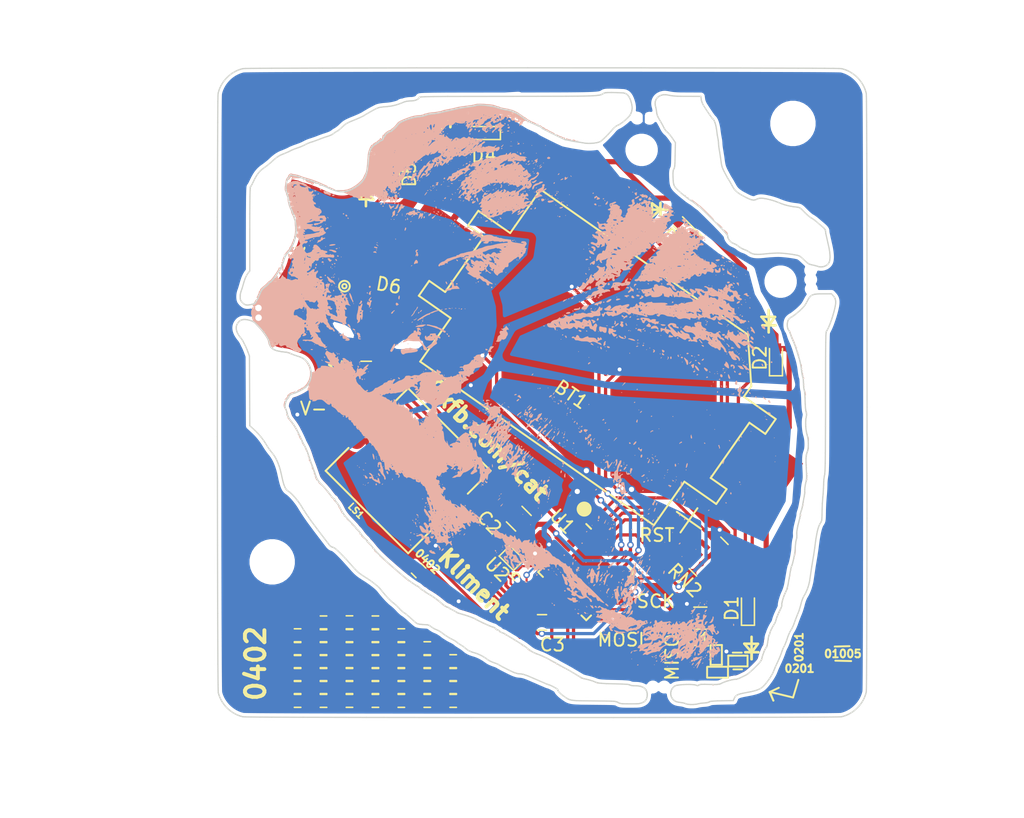
<source format=kicad_pcb>
(kicad_pcb (version 20171130) (host pcbnew 5.1.0-060a0da~80~ubuntu18.04.1)
  (layers (0 F.Cu signal) (31 B.Cu signal) (34 B.Paste user) (35 F.Paste user) (36 B.SilkS user) (37 F.SilkS user) (38 B.Mask user) (39 F.Mask user) (44 Edge.Cuts user))
  (net 0 "")
  (net 1 GND)
  (net 2 "Net-(BT1-Pad1)")
  (net 3 "Net-(D1-Pad1)")
  (net 4 "Net-(D2-Pad1)")
  (net 5 "Net-(D3-Pad1)")
  (net 6 "Net-(D4-Pad1)")
  (net 7 "Net-(D5-Pad1)")
  (net 8 "Net-(D6-Pad2)")
  (net 9 "Net-(MISO1-Pad1)")
  (net 10 "Net-(MOSI1-Pad1)")
  (net 11 "Net-(RESET1-Pad1)")
  (net 12 "Net-(SCK1-Pad1)")
  (net 13 "Net-(U1-Pad3)")
  (net 14 "Net-(U1-Pad6)")
  (net 15 "Net-(U1-Pad7)")
  (net 16 "Net-(U1-Pad8)")
  (net 17 "Net-(U1-Pad12)")
  (net 18 "Net-(U1-Pad19)")
  (net 19 "Net-(U1-Pad20)")
  (net 20 "Net-(U1-Pad22)")
  (net 21 "Net-(U1-Pad28)")
  (net 22 "Net-(D6-Pad4)")
  (net 23 "Net-(D6-Pad3)")
  (net 24 "Net-(RN2-Pad8)")
  (net 25 "Net-(RN2-Pad7)")
  (net 26 "Net-(RN2-Pad6)")
  (net 27 "Net-(RN2-Pad5)")
  (net 28 "Net-(RN1-Pad2)")
  (net 29 "Net-(RN1-Pad3)")
  (net 30 "Net-(RN1-Pad1)")
  (net 31 "Net-(RN1-Pad4)")
  (net 32 /T0)
  (net 33 /T1)
  (net 34 /T2)
  (net 35 /T3)
  (net 36 /T4)
  (net 37 "Net-(C3-Pad2)")
  (net 38 "Net-(C3-Pad1)")
  (module catwsparts:CR2032-BS-6-1 (layer F.Cu) (at 156.14 92.32 325)
    (fp_text reference BT1 (at 0 3.5 325) (layer F.SilkS))
    (fp_text value Battery_Cell hide)
    (fp_text user + (at 13 6 325) (layer F.SilkS) (effects (font (size 3 3))))
    (pad 2 smd rect (at -15.2 0 325) (size 5 4.8) (layers F.Cu F.Mask) (net 1 GND))
    (pad 1 smd rect (at 15.2 0 325) (size 5 4.8) (layers F.Cu F.Mask) (net 2 "Net-(BT1-Pad1)"))
  )
  (module Resistors_SMD:R_0402 (layer F.Cu) (at 142.36 108.76 315)
    (fp_text reference REF** hide)
    (fp_text value R_0402)
    (pad 2 smd rect (at 0.45 0 315) (size 0.4 0.6) (layers F.Cu F.Paste F.Mask))
    (pad 1 smd rect (at -0.45 0 315) (size 0.4 0.6) (layers F.Cu F.Paste F.Mask))
  )
  (module Resistor_SMD:R_01005_0402Metric (layer F.Cu) (at 166.99 115.73)
    (fp_text reference REF** hide)
    (fp_text value R_01005_0402Metric)
    (pad 2 smd roundrect (at 0.25 0) (size 0.3 0.3) (layers F.Cu F.Mask))
    (pad 1 smd roundrect (at -0.25 0) (size 0.3 0.3) (layers F.Cu F.Mask))
  )
  (module Resistor_SMD:R_0201_0603Metric (layer F.Cu) (at 165.32 115.265 90)
    (fp_text reference REF** hide)
    (fp_text value R_0201_0603Metric)
    (pad 1 smd roundrect (at -0.32 0 90) (size 0.46 0.4) (layers F.Cu F.Mask))
    (pad 2 smd roundrect (at 0.32 0 90) (size 0.46 0.4) (layers F.Cu F.Mask))
  )
  (module Resistor_SMD:R_0201_0603Metric (layer F.Cu) (at 165.41 116.6)
    (fp_text reference REF** hide)
    (fp_text value R_0201_0603Metric)
    (pad 2 smd roundrect (at 0.32 0) (size 0.46 0.4) (layers F.Cu F.Mask))
    (pad 1 smd roundrect (at -0.32 0) (size 0.46 0.4) (layers F.Cu F.Mask))
  )
  (module Housings_DFN_QFN:QFN-32-1EP_5x5mm_Pitch0.5mm (layer F.Cu) (at 155.29 108.88 315)
    (fp_text reference U1 (at -4.065864 -1.463711 315) (layer F.SilkS))
    (fp_text value ATTINY88-MU)
    (pad 1 smd rect (at -2.4 -1.75 315) (size 0.7 0.25) (layers F.Cu F.Paste F.Mask) (net 27 "Net-(RN2-Pad5)"))
    (pad 2 smd rect (at -2.4 -1.25 315) (size 0.7 0.25) (layers F.Cu F.Paste F.Mask) (net 31 "Net-(RN1-Pad4)"))
    (pad 3 smd rect (at -2.4 -0.75 315) (size 0.7 0.25) (layers F.Cu F.Paste F.Mask) (net 13 "Net-(U1-Pad3)"))
    (pad 4 smd rect (at -2.4 -0.25 315) (size 0.7 0.25) (layers F.Cu F.Paste F.Mask) (net 2 "Net-(BT1-Pad1)"))
    (pad 5 smd rect (at -2.4 0.25 315) (size 0.7 0.25) (layers F.Cu F.Paste F.Mask) (net 1 GND))
    (pad 6 smd rect (at -2.4 0.75 315) (size 0.7 0.25) (layers F.Cu F.Paste F.Mask) (net 14 "Net-(U1-Pad6)"))
    (pad 7 smd rect (at -2.4 1.25 315) (size 0.7 0.25) (layers F.Cu F.Paste F.Mask) (net 15 "Net-(U1-Pad7)"))
    (pad 8 smd rect (at -2.4 1.75 315) (size 0.7 0.25) (layers F.Cu F.Paste F.Mask) (net 16 "Net-(U1-Pad8)"))
    (pad 9 smd rect (at -1.75 2.4 45) (size 0.7 0.25) (layers F.Cu F.Paste F.Mask) (net 29 "Net-(RN1-Pad3)"))
    (pad 10 smd rect (at -1.25 2.4 45) (size 0.7 0.25) (layers F.Cu F.Paste F.Mask) (net 28 "Net-(RN1-Pad2)"))
    (pad 11 smd rect (at -0.75 2.4 45) (size 0.7 0.25) (layers F.Cu F.Paste F.Mask) (net 30 "Net-(RN1-Pad1)"))
    (pad 12 smd rect (at -0.25 2.4 45) (size 0.7 0.25) (layers F.Cu F.Paste F.Mask) (net 17 "Net-(U1-Pad12)"))
    (pad 13 smd rect (at 0.25 2.4 45) (size 0.7 0.25) (layers F.Cu F.Paste F.Mask) (net 38 "Net-(C3-Pad1)"))
    (pad 14 smd rect (at 0.75 2.4 45) (size 0.7 0.25) (layers F.Cu F.Paste F.Mask) (net 37 "Net-(C3-Pad2)"))
    (pad 15 smd rect (at 1.25 2.4 45) (size 0.7 0.25) (layers F.Cu F.Paste F.Mask) (net 10 "Net-(MOSI1-Pad1)"))
    (pad 16 smd rect (at 1.75 2.4 45) (size 0.7 0.25) (layers F.Cu F.Paste F.Mask) (net 9 "Net-(MISO1-Pad1)"))
    (pad 17 smd rect (at 2.4 1.75 315) (size 0.7 0.25) (layers F.Cu F.Paste F.Mask) (net 12 "Net-(SCK1-Pad1)"))
    (pad 18 smd rect (at 2.4 1.25 315) (size 0.7 0.25) (layers F.Cu F.Paste F.Mask) (net 2 "Net-(BT1-Pad1)"))
    (pad 19 smd rect (at 2.4 0.75 315) (size 0.7 0.25) (layers F.Cu F.Paste F.Mask) (net 18 "Net-(U1-Pad19)"))
    (pad 20 smd rect (at 2.4 0.25 315) (size 0.7 0.25) (layers F.Cu F.Paste F.Mask) (net 19 "Net-(U1-Pad20)"))
    (pad 21 smd rect (at 2.4 -0.25 315) (size 0.7 0.25) (layers F.Cu F.Paste F.Mask) (net 1 GND))
    (pad 22 smd rect (at 2.4 -0.75 315) (size 0.7 0.25) (layers F.Cu F.Paste F.Mask) (net 20 "Net-(U1-Pad22)"))
    (pad 23 smd rect (at 2.4 -1.25 315) (size 0.7 0.25) (layers F.Cu F.Paste F.Mask) (net 32 /T0))
    (pad 24 smd rect (at 2.4 -1.75 315) (size 0.7 0.25) (layers F.Cu F.Paste F.Mask) (net 33 /T1))
    (pad 25 smd rect (at 1.75 -2.4 45) (size 0.7 0.25) (layers F.Cu F.Paste F.Mask) (net 34 /T2))
    (pad 26 smd rect (at 1.25 -2.4 45) (size 0.7 0.25) (layers F.Cu F.Paste F.Mask) (net 35 /T3))
    (pad 27 smd rect (at 0.75 -2.4 45) (size 0.7 0.25) (layers F.Cu F.Paste F.Mask) (net 36 /T4))
    (pad 28 smd rect (at 0.25 -2.4 45) (size 0.7 0.25) (layers F.Cu F.Paste F.Mask) (net 21 "Net-(U1-Pad28)"))
    (pad 29 smd rect (at -0.25 -2.4 45) (size 0.7 0.25) (layers F.Cu F.Paste F.Mask) (net 11 "Net-(RESET1-Pad1)"))
    (pad 30 smd rect (at -0.75 -2.4 45) (size 0.7 0.25) (layers F.Cu F.Paste F.Mask) (net 24 "Net-(RN2-Pad8)"))
    (pad 31 smd rect (at -1.25 -2.4 45) (size 0.7 0.25) (layers F.Cu F.Paste F.Mask) (net 25 "Net-(RN2-Pad7)"))
    (pad 32 smd rect (at -1.75 -2.4 45) (size 0.7 0.25) (layers F.Cu F.Paste F.Mask) (net 26 "Net-(RN2-Pad6)"))
    (pad 5 smd rect (at 0.8625 0.8625 315) (size 1.725 1.725) (layers F.Cu F.Paste F.Mask) (net 1 GND))
    (pad 5 smd rect (at 0.8625 -0.8625 315) (size 1.725 1.725) (layers F.Cu F.Paste F.Mask) (net 1 GND))
    (pad 5 smd rect (at -0.8625 0.8625 315) (size 1.725 1.725) (layers F.Cu F.Paste F.Mask) (net 1 GND))
    (pad 5 smd rect (at -0.8625 -0.8625 315) (size 1.725 1.725) (layers F.Cu F.Paste F.Mask) (net 1 GND))
  )
  (module Resistors_SMD:R_0402 (layer F.Cu) (at 137.03 112.78)
    (fp_text reference REF** hide)
    (fp_text value R_0402)
    (pad 1 smd rect (at -0.45 0) (size 0.4 0.6) (layers F.Cu F.Paste F.Mask))
    (pad 2 smd rect (at 0.45 0) (size 0.4 0.6) (layers F.Cu F.Paste F.Mask))
  )
  (module Resistors_SMD:R_0402 (layer F.Cu) (at 135.03 112.79)
    (fp_text reference REF** hide)
    (fp_text value R_0402)
    (pad 1 smd rect (at -0.45 0) (size 0.4 0.6) (layers F.Cu F.Paste F.Mask))
    (pad 2 smd rect (at 0.45 0) (size 0.4 0.6) (layers F.Cu F.Paste F.Mask))
  )
  (module Resistors_SMD:R_0402 (layer F.Cu) (at 141.03 113.78)
    (fp_text reference REF** hide)
    (fp_text value R_0402)
    (pad 1 smd rect (at -0.45 0) (size 0.4 0.6) (layers F.Cu F.Paste F.Mask))
    (pad 2 smd rect (at 0.45 0) (size 0.4 0.6) (layers F.Cu F.Paste F.Mask))
  )
  (module Resistors_SMD:R_0402 (layer F.Cu) (at 139.03 113.78)
    (fp_text reference REF** hide)
    (fp_text value R_0402)
    (pad 1 smd rect (at -0.45 0) (size 0.4 0.6) (layers F.Cu F.Paste F.Mask))
    (pad 2 smd rect (at 0.45 0) (size 0.4 0.6) (layers F.Cu F.Paste F.Mask))
  )
  (module Resistors_SMD:R_0402 (layer F.Cu) (at 137.03 113.78)
    (fp_text reference REF** hide)
    (fp_text value R_0402)
    (pad 1 smd rect (at -0.45 0) (size 0.4 0.6) (layers F.Cu F.Paste F.Mask))
    (pad 2 smd rect (at 0.45 0) (size 0.4 0.6) (layers F.Cu F.Paste F.Mask))
  )
  (module Resistors_SMD:R_0402 (layer F.Cu) (at 135.03 113.78)
    (fp_text reference REF** hide)
    (fp_text value R_0402)
    (pad 1 smd rect (at -0.45 0) (size 0.4 0.6) (layers F.Cu F.Paste F.Mask))
    (pad 2 smd rect (at 0.45 0) (size 0.4 0.6) (layers F.Cu F.Paste F.Mask))
  )
  (module Resistors_SMD:R_0402 (layer F.Cu) (at 133.03 113.78)
    (fp_text reference REF** hide)
    (fp_text value R_0402)
    (pad 1 smd rect (at -0.45 0) (size 0.4 0.6) (layers F.Cu F.Paste F.Mask))
    (pad 2 smd rect (at 0.45 0) (size 0.4 0.6) (layers F.Cu F.Paste F.Mask))
  )
  (module Resistors_SMD:R_0402 (layer F.Cu) (at 139.03 112.79)
    (fp_text reference REF** hide)
    (fp_text value R_0402)
    (pad 1 smd rect (at -0.45 0) (size 0.4 0.6) (layers F.Cu F.Paste F.Mask))
    (pad 2 smd rect (at 0.45 0) (size 0.4 0.6) (layers F.Cu F.Paste F.Mask))
  )
  (module Resistors_SMD:R_0402 (layer F.Cu) (at 143.03 114.78)
    (fp_text reference REF** hide)
    (fp_text value R_0402)
    (pad 1 smd rect (at -0.45 0) (size 0.4 0.6) (layers F.Cu F.Paste F.Mask))
    (pad 2 smd rect (at 0.45 0) (size 0.4 0.6) (layers F.Cu F.Paste F.Mask))
  )
  (module Resistors_SMD:R_0402 (layer F.Cu) (at 141.03 114.78)
    (fp_text reference REF** hide)
    (fp_text value R_0402)
    (pad 1 smd rect (at -0.45 0) (size 0.4 0.6) (layers F.Cu F.Paste F.Mask))
    (pad 2 smd rect (at 0.45 0) (size 0.4 0.6) (layers F.Cu F.Paste F.Mask))
  )
  (module Resistors_SMD:R_0402 (layer F.Cu) (at 139.03 114.78)
    (fp_text reference REF** hide)
    (fp_text value R_0402)
    (pad 1 smd rect (at -0.45 0) (size 0.4 0.6) (layers F.Cu F.Paste F.Mask))
    (pad 2 smd rect (at 0.45 0) (size 0.4 0.6) (layers F.Cu F.Paste F.Mask))
  )
  (module Resistors_SMD:R_0402 (layer F.Cu) (at 137.03 114.78)
    (fp_text reference REF** hide)
    (fp_text value R_0402)
    (pad 1 smd rect (at -0.45 0) (size 0.4 0.6) (layers F.Cu F.Paste F.Mask))
    (pad 2 smd rect (at 0.45 0) (size 0.4 0.6) (layers F.Cu F.Paste F.Mask))
  )
  (module Resistors_SMD:R_0402 (layer F.Cu) (at 135.03 114.78)
    (fp_text reference REF** hide)
    (fp_text value R_0402)
    (pad 1 smd rect (at -0.45 0) (size 0.4 0.6) (layers F.Cu F.Paste F.Mask))
    (pad 2 smd rect (at 0.45 0) (size 0.4 0.6) (layers F.Cu F.Paste F.Mask))
  )
  (module Resistors_SMD:R_0402 (layer F.Cu) (at 133.03 114.78)
    (fp_text reference REF** hide)
    (fp_text value R_0402)
    (pad 1 smd rect (at -0.45 0) (size 0.4 0.6) (layers F.Cu F.Paste F.Mask))
    (pad 2 smd rect (at 0.45 0) (size 0.4 0.6) (layers F.Cu F.Paste F.Mask))
  )
  (module Resistors_SMD:R_0402 (layer F.Cu) (at 145.03 115.78)
    (fp_text reference REF** hide)
    (fp_text value R_0402)
    (pad 1 smd rect (at -0.45 0) (size 0.4 0.6) (layers F.Cu F.Paste F.Mask))
    (pad 2 smd rect (at 0.45 0) (size 0.4 0.6) (layers F.Cu F.Paste F.Mask))
  )
  (module Resistors_SMD:R_0402 (layer F.Cu) (at 143.03 115.78)
    (fp_text reference REF** hide)
    (fp_text value R_0402)
    (pad 1 smd rect (at -0.45 0) (size 0.4 0.6) (layers F.Cu F.Paste F.Mask))
    (pad 2 smd rect (at 0.45 0) (size 0.4 0.6) (layers F.Cu F.Paste F.Mask))
  )
  (module Resistors_SMD:R_0402 (layer F.Cu) (at 141.03 115.78)
    (fp_text reference REF** hide)
    (fp_text value R_0402)
    (pad 1 smd rect (at -0.45 0) (size 0.4 0.6) (layers F.Cu F.Paste F.Mask))
    (pad 2 smd rect (at 0.45 0) (size 0.4 0.6) (layers F.Cu F.Paste F.Mask))
  )
  (module Resistors_SMD:R_0402 (layer F.Cu) (at 139.03 115.78)
    (fp_text reference REF** hide)
    (fp_text value R_0402)
    (pad 1 smd rect (at -0.45 0) (size 0.4 0.6) (layers F.Cu F.Paste F.Mask))
    (pad 2 smd rect (at 0.45 0) (size 0.4 0.6) (layers F.Cu F.Paste F.Mask))
  )
  (module Resistors_SMD:R_0402 (layer F.Cu) (at 137.03 115.78)
    (fp_text reference REF** hide)
    (fp_text value R_0402)
    (pad 1 smd rect (at -0.45 0) (size 0.4 0.6) (layers F.Cu F.Paste F.Mask))
    (pad 2 smd rect (at 0.45 0) (size 0.4 0.6) (layers F.Cu F.Paste F.Mask))
  )
  (module Resistors_SMD:R_0402 (layer F.Cu) (at 135.03 115.78)
    (fp_text reference REF** hide)
    (fp_text value R_0402)
    (pad 1 smd rect (at -0.45 0) (size 0.4 0.6) (layers F.Cu F.Paste F.Mask))
    (pad 2 smd rect (at 0.45 0) (size 0.4 0.6) (layers F.Cu F.Paste F.Mask))
  )
  (module Resistors_SMD:R_0402 (layer F.Cu) (at 133.03 115.78)
    (fp_text reference REF** hide)
    (fp_text value R_0402)
    (pad 1 smd rect (at -0.45 0) (size 0.4 0.6) (layers F.Cu F.Paste F.Mask))
    (pad 2 smd rect (at 0.45 0) (size 0.4 0.6) (layers F.Cu F.Paste F.Mask))
  )
  (module Resistors_SMD:R_0402 (layer F.Cu) (at 145.03 116.78)
    (fp_text reference REF** hide)
    (fp_text value R_0402)
    (pad 1 smd rect (at -0.45 0) (size 0.4 0.6) (layers F.Cu F.Paste F.Mask))
    (pad 2 smd rect (at 0.45 0) (size 0.4 0.6) (layers F.Cu F.Paste F.Mask))
  )
  (module Resistors_SMD:R_0402 (layer F.Cu) (at 143.03 116.78)
    (fp_text reference REF** hide)
    (fp_text value R_0402)
    (pad 1 smd rect (at -0.45 0) (size 0.4 0.6) (layers F.Cu F.Paste F.Mask))
    (pad 2 smd rect (at 0.45 0) (size 0.4 0.6) (layers F.Cu F.Paste F.Mask))
  )
  (module Resistors_SMD:R_0402 (layer F.Cu) (at 141.03 116.78)
    (fp_text reference REF** hide)
    (fp_text value R_0402)
    (pad 1 smd rect (at -0.45 0) (size 0.4 0.6) (layers F.Cu F.Paste F.Mask))
    (pad 2 smd rect (at 0.45 0) (size 0.4 0.6) (layers F.Cu F.Paste F.Mask))
  )
  (module Resistors_SMD:R_0402 (layer F.Cu) (at 139.03 116.78)
    (fp_text reference REF** hide)
    (fp_text value R_0402)
    (pad 1 smd rect (at -0.45 0) (size 0.4 0.6) (layers F.Cu F.Paste F.Mask))
    (pad 2 smd rect (at 0.45 0) (size 0.4 0.6) (layers F.Cu F.Paste F.Mask))
  )
  (module Resistors_SMD:R_0402 (layer F.Cu) (at 137.03 116.78)
    (fp_text reference REF** hide)
    (fp_text value R_0402)
    (pad 1 smd rect (at -0.45 0) (size 0.4 0.6) (layers F.Cu F.Paste F.Mask))
    (pad 2 smd rect (at 0.45 0) (size 0.4 0.6) (layers F.Cu F.Paste F.Mask))
  )
  (module Resistors_SMD:R_0402 (layer F.Cu) (at 135.03 116.78)
    (fp_text reference REF** hide)
    (fp_text value R_0402)
    (pad 1 smd rect (at -0.45 0) (size 0.4 0.6) (layers F.Cu F.Paste F.Mask))
    (pad 2 smd rect (at 0.45 0) (size 0.4 0.6) (layers F.Cu F.Paste F.Mask))
  )
  (module Resistors_SMD:R_0402 (layer F.Cu) (at 133.03 116.78)
    (fp_text reference REF** hide)
    (fp_text value R_0402)
    (pad 1 smd rect (at -0.45 0) (size 0.4 0.6) (layers F.Cu F.Paste F.Mask))
    (pad 2 smd rect (at 0.45 0) (size 0.4 0.6) (layers F.Cu F.Paste F.Mask))
  )
  (module Resistors_SMD:R_0402 (layer F.Cu) (at 145.03 117.78)
    (fp_text reference REF** hide)
    (fp_text value R_0402)
    (pad 1 smd rect (at -0.45 0) (size 0.4 0.6) (layers F.Cu F.Paste F.Mask))
    (pad 2 smd rect (at 0.45 0) (size 0.4 0.6) (layers F.Cu F.Paste F.Mask))
  )
  (module Resistors_SMD:R_0402 (layer F.Cu) (at 143.03 117.78)
    (fp_text reference REF** hide)
    (fp_text value R_0402)
    (pad 1 smd rect (at -0.45 0) (size 0.4 0.6) (layers F.Cu F.Paste F.Mask))
    (pad 2 smd rect (at 0.45 0) (size 0.4 0.6) (layers F.Cu F.Paste F.Mask))
  )
  (module Resistors_SMD:R_0402 (layer F.Cu) (at 141.03 117.78)
    (fp_text reference REF** hide)
    (fp_text value R_0402)
    (pad 1 smd rect (at -0.45 0) (size 0.4 0.6) (layers F.Cu F.Paste F.Mask))
    (pad 2 smd rect (at 0.45 0) (size 0.4 0.6) (layers F.Cu F.Paste F.Mask))
  )
  (module Resistors_SMD:R_0402 (layer F.Cu) (at 139.03 117.78)
    (fp_text reference REF** hide)
    (fp_text value R_0402)
    (pad 1 smd rect (at -0.45 0) (size 0.4 0.6) (layers F.Cu F.Paste F.Mask))
    (pad 2 smd rect (at 0.45 0) (size 0.4 0.6) (layers F.Cu F.Paste F.Mask))
  )
  (module Resistors_SMD:R_0402 (layer F.Cu) (at 137.03 117.78)
    (fp_text reference REF** hide)
    (fp_text value R_0402)
    (pad 1 smd rect (at -0.45 0) (size 0.4 0.6) (layers F.Cu F.Paste F.Mask))
    (pad 2 smd rect (at 0.45 0) (size 0.4 0.6) (layers F.Cu F.Paste F.Mask))
  )
  (module Resistors_SMD:R_0402 (layer F.Cu) (at 135.03 117.78)
    (fp_text reference REF** hide)
    (fp_text value R_0402)
    (pad 1 smd rect (at -0.45 0) (size 0.4 0.6) (layers F.Cu F.Paste F.Mask))
    (pad 2 smd rect (at 0.45 0) (size 0.4 0.6) (layers F.Cu F.Paste F.Mask))
  )
  (module Resistors_SMD:R_0402 (layer F.Cu) (at 133.03 117.78)
    (fp_text reference REF** hide)
    (fp_text value R_0402)
    (pad 1 smd rect (at -0.45 0) (size 0.4 0.6) (layers F.Cu F.Paste F.Mask))
    (pad 2 smd rect (at 0.45 0) (size 0.4 0.6) (layers F.Cu F.Paste F.Mask))
  )
  (module Resistors_SMD:R_0402 (layer F.Cu) (at 145.03 118.78)
    (fp_text reference REF** hide)
    (fp_text value R_0402)
    (pad 1 smd rect (at -0.45 0) (size 0.4 0.6) (layers F.Cu F.Paste F.Mask))
    (pad 2 smd rect (at 0.45 0) (size 0.4 0.6) (layers F.Cu F.Paste F.Mask))
  )
  (module Resistors_SMD:R_0402 (layer F.Cu) (at 143.03 118.78)
    (fp_text reference REF** hide)
    (fp_text value R_0402)
    (pad 1 smd rect (at -0.45 0) (size 0.4 0.6) (layers F.Cu F.Paste F.Mask))
    (pad 2 smd rect (at 0.45 0) (size 0.4 0.6) (layers F.Cu F.Paste F.Mask))
  )
  (module Resistors_SMD:R_0402 (layer F.Cu) (at 141.03 118.78)
    (fp_text reference REF** hide)
    (fp_text value R_0402)
    (pad 1 smd rect (at -0.45 0) (size 0.4 0.6) (layers F.Cu F.Paste F.Mask))
    (pad 2 smd rect (at 0.45 0) (size 0.4 0.6) (layers F.Cu F.Paste F.Mask))
  )
  (module Resistors_SMD:R_0402 (layer F.Cu) (at 139.03 118.78)
    (fp_text reference REF** hide)
    (fp_text value R_0402)
    (pad 1 smd rect (at -0.45 0) (size 0.4 0.6) (layers F.Cu F.Paste F.Mask))
    (pad 2 smd rect (at 0.45 0) (size 0.4 0.6) (layers F.Cu F.Paste F.Mask))
  )
  (module Resistors_SMD:R_0402 (layer F.Cu) (at 137.03 118.78)
    (fp_text reference REF** hide)
    (fp_text value R_0402)
    (pad 1 smd rect (at -0.45 0) (size 0.4 0.6) (layers F.Cu F.Paste F.Mask))
    (pad 2 smd rect (at 0.45 0) (size 0.4 0.6) (layers F.Cu F.Paste F.Mask))
  )
  (module Resistors_SMD:R_0402 (layer F.Cu) (at 135.03 118.78)
    (fp_text reference REF** hide)
    (fp_text value R_0402)
    (pad 1 smd rect (at -0.45 0) (size 0.4 0.6) (layers F.Cu F.Paste F.Mask))
    (pad 2 smd rect (at 0.45 0) (size 0.4 0.6) (layers F.Cu F.Paste F.Mask))
  )
  (module LOGO (layer B.Cu) (at 150.97 95.2 90)
    (fp_text reference G*** hide)
    (fp_text value LOGO hide)
  )
  (module Measurement_Points:Measurement_Point_Round-SMD-Pad_Big (layer B.Cu) (at 147.01 104.35)
    (fp_text reference J1 hide)
    (fp_text value TEST_1P hide)
    (pad 1 smd circle (at 0 0) (size 1 1) (layers B.Cu) (net 32 /T0))
  )
  (module chainhole (layer F.Cu) (at 170.28 86.48)
    (fp_text reference REF** hide)
    (fp_text value chainhole hide)
    (pad "" np_thru_hole circle (at 0 0) (size 2 2) (drill 2) (layers *.Cu *.Mask))
  )
  (module chainhole (layer F.Cu) (at 159.56 76.32)
    (fp_text reference REF** hide)
    (fp_text value chainhole hide)
    (pad "" np_thru_hole circle (at 0 0) (size 2 2) (drill 2) (layers *.Cu *.Mask))
  )
  (module stencilhole (layer F.Cu) (at 131.07 108.09)
    (fp_text reference REF** hide)
    (fp_text value stencilhole hide)
    (pad "" np_thru_hole circle (at 0 0) (size 3 3) (drill 3) (layers *.Cu *.Mask F.Paste))
  )
  (module stencilhole (layer F.Cu) (at 171.23 74.28)
    (fp_text reference REF** hide)
    (fp_text value stencilhole hide)
    (pad "" np_thru_hole circle (at 0 0) (size 3 3) (drill 3) (layers *.Cu *.Mask F.Paste))
  )
  (module mousebite (layer F.Cu) (at 161.3 117.74)
    (fp_text reference REF** hide)
    (fp_text value mousebite hide)
    (pad "" np_thru_hole circle (at 0 0) (size 0.5 0.5) (drill 0.5) (layers *.Cu))
  )
  (module mousebite (layer F.Cu) (at 160.43 117.74)
    (fp_text reference REF** hide)
    (fp_text value mousebite hide)
    (pad "" np_thru_hole circle (at 0 0) (size 0.5 0.5) (drill 0.5) (layers *.Cu))
  )
  (module mousebite (layer F.Cu) (at 172.64 87.05)
    (fp_text reference REF** hide)
    (fp_text value mousebite hide)
    (pad "" np_thru_hole circle (at 0 0) (size 0.5 0.5) (drill 0.5) (layers *.Cu))
  )
  (module mousebite (layer F.Cu) (at 172.6 86.32)
    (fp_text reference REF** hide)
    (fp_text value mousebite hide)
    (pad "" np_thru_hole circle (at 0 0) (size 0.5 0.5) (drill 0.5) (layers *.Cu))
  )
  (module mousebite (layer F.Cu) (at 172.6 85.61)
    (fp_text reference REF** hide)
    (fp_text value mousebite hide)
    (pad "" np_thru_hole circle (at 0 0) (size 0.5 0.5) (drill 0.5) (layers *.Cu))
  )
  (module mousebite (layer F.Cu) (at 160.17 73.88)
    (fp_text reference REF** hide)
    (fp_text value mousebite hide)
    (pad "" np_thru_hole circle (at 0 0) (size 0.5 0.5) (drill 0.5) (layers *.Cu))
  )
  (module mousebite (layer F.Cu) (at 159.22 73.87)
    (fp_text reference REF** hide)
    (fp_text value mousebite hide)
    (pad "" np_thru_hole circle (at 0 0) (size 0.5 0.5) (drill 0.5) (layers *.Cu))
  )
  (module mousebite (layer F.Cu) (at 130.01 88.51)
    (fp_text reference REF** hide)
    (fp_text value mousebite hide)
    (pad "" np_thru_hole circle (at 0 0) (size 0.5 0.5) (drill 0.5) (layers *.Cu))
  )
  (module mousebite (layer F.Cu) (at 130.02 89.26)
    (fp_text reference REF** hide)
    (fp_text value mousebite hide)
    (pad "" np_thru_hole circle (at 0 0) (size 0.5 0.5) (drill 0.5) (layers *.Cu))
  )
  (module Fiducials:Fiducial_1mm_Dia_2.54mm_Outer_CopperBottom (layer B.Cu) (at 174.21 117.39 90)
    (fp_text reference REF** hide)
    (fp_text value Fiducial_1mm_Dia_2.54mm_Outer_CopperBottom hide)
    (pad ~ smd circle (at 0 0 90) (size 1 1) (layers F.Cu F.Mask) (clearance 0.77))
  )
  (module Fiducials:Fiducial_1mm_Dia_2.54mm_Outer_CopperBottom (layer B.Cu) (at 135.94 72.3 90)
    (fp_text reference REF** hide)
    (fp_text value Fiducial_1mm_Dia_2.54mm_Outer_CopperBottom hide)
    (pad ~ smd circle (at 0 0 90) (size 1 1) (layers F.Cu F.Mask) (clearance 0.77))
  )
  (module LEDs:LED_0603 (layer F.Cu) (at 167.76 111.68 90)
    (fp_text reference D1 (at 0 -1.25 90) (layer F.SilkS))
    (fp_text value LED)
    (pad 2 smd rect (at 0.8 0 270) (size 0.8 0.8) (layers F.Cu F.Paste F.Mask) (net 2 "Net-(BT1-Pad1)"))
    (pad 1 smd rect (at -0.8 0 270) (size 0.8 0.8) (layers F.Cu F.Paste F.Mask) (net 3 "Net-(D1-Pad1)"))
  )
  (module LEDs:LED_0603 (layer F.Cu) (at 169.92 92.44 90)
    (fp_text reference D2 (at 0.07 -1.24 90) (layer F.SilkS))
    (fp_text value LED)
    (pad 2 smd rect (at 0.8 0 270) (size 0.8 0.8) (layers F.Cu F.Paste F.Mask) (net 2 "Net-(BT1-Pad1)"))
    (pad 1 smd rect (at -0.8 0 270) (size 0.8 0.8) (layers F.Cu F.Paste F.Mask) (net 4 "Net-(D2-Pad1)"))
  )
  (module LEDs:LED_0603 (layer F.Cu) (at 162.93 82.4 135)
    (fp_text reference D3 (at 0 -1.25 135) (layer F.SilkS))
    (fp_text value LED)
    (pad 2 smd rect (at 0.8 0 315) (size 0.8 0.8) (layers F.Cu F.Paste F.Mask) (net 2 "Net-(BT1-Pad1)"))
    (pad 1 smd rect (at -0.8 0 315) (size 0.8 0.8) (layers F.Cu F.Paste F.Mask) (net 5 "Net-(D3-Pad1)"))
  )
  (module LEDs:LED_0603 (layer F.Cu) (at 147.37 75.02 180)
    (fp_text reference D4 (at -0.03 -1.74 180) (layer F.SilkS))
    (fp_text value LED)
    (pad 2 smd rect (at 0.8 0) (size 0.8 0.8) (layers F.Cu F.Paste F.Mask) (net 2 "Net-(BT1-Pad1)"))
    (pad 1 smd rect (at -0.8 0) (size 0.8 0.8) (layers F.Cu F.Paste F.Mask) (net 6 "Net-(D4-Pad1)"))
  )
  (module LEDs:LED_0603 (layer F.Cu) (at 140.39 78.23 270)
    (fp_text reference D5 (at 0 -1.25 270) (layer F.SilkS))
    (fp_text value LED)
    (pad 2 smd rect (at 0.8 0 90) (size 0.8 0.8) (layers F.Cu F.Paste F.Mask) (net 2 "Net-(BT1-Pad1)"))
    (pad 1 smd rect (at -0.8 0 90) (size 0.8 0.8) (layers F.Cu F.Paste F.Mask) (net 7 "Net-(D5-Pad1)"))
  )
  (module Measurement_Points:Measurement_Point_Round-SMD-Pad_Big (layer B.Cu) (at 161.98 98.91)
    (fp_text reference J2 hide)
    (fp_text value TEST_1P)
    (pad 1 smd circle (at 0 0) (size 1 1) (layers B.Cu) (net 33 /T1))
  )
  (module Measurement_Points:Measurement_Point_Round-SMD-Pad_Big (layer B.Cu) (at 159.37 86.51)
    (fp_text reference J3 hide)
    (fp_text value TEST_1P)
    (pad 1 smd circle (at 0 0) (size 1 1) (layers B.Cu) (net 34 /T2))
  )
  (module Measurement_Points:Measurement_Point_Round-SMD-Pad_Big (layer B.Cu) (at 150.9 80.18)
    (fp_text reference J4 hide)
    (fp_text value TEST_1P)
    (pad 1 smd circle (at 0 0) (size 1 1) (layers B.Cu) (net 35 /T3))
  )
  (module Measurement_Points:Measurement_Point_Round-SMD-Pad_Big (layer B.Cu) (at 140.28 83.98)
    (fp_text reference J5 hide)
    (fp_text value TEST_1P)
    (pad 1 smd circle (at 0 0) (size 1 1) (layers B.Cu) (net 36 /T4))
  )
  (module Measurement_Points:Measurement_Point_Round-SMD-Pad_Small (layer F.Cu) (at 133.89 86.14)
    (fp_text reference V+ (at -0.04 -1.73) (layer F.SilkS))
    (fp_text value TEST_1P)
    (pad 1 smd circle (at 0 0) (size 1.5 1.5) (layers F.Cu F.Mask) (net 2 "Net-(BT1-Pad1)"))
  )
  (module Measurement_Points:Measurement_Point_Round-SMD-Pad_Small (layer F.Cu) (at 134.8 97.81)
    (fp_text reference V- (at -0.54 -1.54) (layer F.SilkS))
    (fp_text value TEST_1P)
    (pad 1 smd circle (at 0 0) (size 1.5 1.5) (layers F.Cu F.Mask) (net 1 GND))
  )
  (module catwsparts:Murata-PKMCS (layer F.Cu) (at 141.556625 101.066625 135)
    (fp_text reference LS1 (at 0.659907 -5.0346 135) (layer F.SilkS) (effects (font (size 0.5 0.5) (thickness 0.125))))
    (fp_text value Speaker_Crystal hide)
    (pad 1 smd oval (at -4.35 0 135) (size 1.3 3.6) (layers F.Cu F.Paste F.Mask) (net 38 "Net-(C3-Pad1)"))
    (pad 2 smd oval (at 4.45 0 135) (size 1.3 3.6) (layers F.Cu F.Paste F.Mask) (net 37 "Net-(C3-Pad2)"))
  )
  (module Measurement_Points:Measurement_Point_Round-SMD-Pad_Small (layer F.Cu) (at 163.54 116.02)
    (fp_text reference MISO (at -1.63 -0.58 90) (layer F.SilkS))
    (fp_text value TEST_1P)
    (pad 1 smd circle (at 0 0) (size 1.5 1.5) (layers F.Cu F.Mask) (net 9 "Net-(MISO1-Pad1)"))
  )
  (module Measurement_Points:Measurement_Point_Round-SMD-Pad_Small (layer F.Cu) (at 158.09 115.78)
    (fp_text reference MOSI (at -0.12 -1.68) (layer F.SilkS))
    (fp_text value TEST_1P)
    (pad 1 smd circle (at 0 0) (size 1.5 1.5) (layers F.Cu F.Mask) (net 10 "Net-(MOSI1-Pad1)"))
  )
  (module Measurement_Points:Measurement_Point_Round-SMD-Pad_Small (layer F.Cu) (at 160.84 107.74)
    (fp_text reference RST (at -0.1 -1.71) (layer F.SilkS))
    (fp_text value TEST_1P)
    (pad 1 smd circle (at 0 0) (size 1.5 1.5) (layers F.Cu F.Mask) (net 11 "Net-(RESET1-Pad1)"))
  )
  (module Measurement_Points:Measurement_Point_Round-SMD-Pad_Small (layer F.Cu) (at 160.45 112.67)
    (fp_text reference SCK (at 0.21 -1.54) (layer F.SilkS))
    (fp_text value TEST_1P)
    (pad 1 smd circle (at 0 0) (size 1.5 1.5) (layers F.Cu F.Mask) (net 12 "Net-(SCK1-Pad1)"))
  )
  (module catwsparts:HQ12-2353RBGC (layer F.Cu) (at 139.726961 88.496491 260)
    (fp_text reference D6 (at -1.758093 -0.028177 350) (layer F.SilkS))
    (fp_text value LED_ARGB hide)
    (pad 1 smd rect (at 0 1.75 260) (size 1 1.5) (layers F.Cu F.Paste F.Mask) (net 2 "Net-(BT1-Pad1)"))
    (pad 2 smd rect (at 0 -1.75 260) (size 1 1.5) (layers F.Cu F.Paste F.Mask) (net 8 "Net-(D6-Pad2)"))
    (pad 4 smd rect (at -0.5 0.4 260) (size 0.8 0.5) (layers F.Cu F.Paste F.Mask) (net 22 "Net-(D6-Pad4)"))
    (pad 3 smd rect (at -0.5 -0.4 260) (size 0.8 0.5) (layers F.Cu F.Paste F.Mask) (net 23 "Net-(D6-Pad3)"))
  )
  (module Resistors_SMD:R_Array_Concave_4x0603 (layer F.Cu) (at 138.32 94.34 180)
    (fp_text reference RN1 (at 2.33 0.42 270) (layer F.SilkS))
    (fp_text value R_Pack04)
    (pad 2 smd rect (at -0.85 -0.4 180) (size 0.9 0.4) (layers F.Cu F.Paste F.Mask) (net 28 "Net-(RN1-Pad2)"))
    (pad 3 smd rect (at -0.85 0.4 180) (size 0.9 0.4) (layers F.Cu F.Paste F.Mask) (net 29 "Net-(RN1-Pad3)"))
    (pad 1 smd rect (at -0.85 -1.2 180) (size 0.9 0.4) (layers F.Cu F.Paste F.Mask) (net 30 "Net-(RN1-Pad1)"))
    (pad 4 smd rect (at -0.85 1.2 180) (size 0.9 0.4) (layers F.Cu F.Paste F.Mask) (net 31 "Net-(RN1-Pad4)"))
    (pad 8 smd rect (at 0.85 -1.2 180) (size 0.9 0.4) (layers F.Cu F.Paste F.Mask) (net 22 "Net-(D6-Pad4)"))
    (pad 7 smd rect (at 0.85 -0.4 180) (size 0.9 0.4) (layers F.Cu F.Paste F.Mask) (net 23 "Net-(D6-Pad3)"))
    (pad 6 smd rect (at 0.85 0.4 180) (size 0.9 0.4) (layers F.Cu F.Paste F.Mask) (net 8 "Net-(D6-Pad2)"))
    (pad 5 smd rect (at 0.85 1.2 180) (size 0.9 0.4) (layers F.Cu F.Paste F.Mask) (net 7 "Net-(D5-Pad1)"))
  )
  (module Resistors_SMD:R_Array_Concave_4x0603 (layer F.Cu) (at 164.73 107.68 135)
    (fp_text reference RN2 (at 0 -2.6 135) (layer F.SilkS))
    (fp_text value R_Pack04)
    (pad 2 smd rect (at -0.85 -0.4 135) (size 0.9 0.4) (layers F.Cu F.Paste F.Mask) (net 4 "Net-(D2-Pad1)"))
    (pad 3 smd rect (at -0.85 0.4 135) (size 0.9 0.4) (layers F.Cu F.Paste F.Mask) (net 5 "Net-(D3-Pad1)"))
    (pad 1 smd rect (at -0.85 -1.2 135) (size 0.9 0.4) (layers F.Cu F.Paste F.Mask) (net 3 "Net-(D1-Pad1)"))
    (pad 4 smd rect (at -0.85 1.2 135) (size 0.9 0.4) (layers F.Cu F.Paste F.Mask) (net 6 "Net-(D4-Pad1)"))
    (pad 8 smd rect (at 0.85 -1.2 135) (size 0.9 0.4) (layers F.Cu F.Paste F.Mask) (net 24 "Net-(RN2-Pad8)"))
    (pad 7 smd rect (at 0.85 -0.4 135) (size 0.9 0.4) (layers F.Cu F.Paste F.Mask) (net 25 "Net-(RN2-Pad7)"))
    (pad 6 smd rect (at 0.85 0.4 135) (size 0.9 0.4) (layers F.Cu F.Paste F.Mask) (net 26 "Net-(RN2-Pad6)"))
    (pad 5 smd rect (at 0.85 1.2 135) (size 0.9 0.4) (layers F.Cu F.Paste F.Mask) (net 27 "Net-(RN2-Pad5)"))
  )
  (module Resistors_SMD:R_0402 (layer F.Cu) (at 133.03 118.78)
    (fp_text reference REF** hide)
    (fp_text value R_0402)
    (pad 1 smd rect (at -0.45 0) (size 0.4 0.6) (layers F.Cu F.Paste F.Mask))
    (pad 2 smd rect (at 0.45 0) (size 0.4 0.6) (layers F.Cu F.Paste F.Mask))
  )
  (module Capacitors_SMD:C_0805 (layer F.Cu) (at 164.09 112.43 180)
    (fp_text reference C1 (at 0.17 -1.67 180) (layer F.SilkS))
    (fp_text value C)
    (pad 1 smd rect (at -1 0 180) (size 1 1.25) (layers F.Cu F.Paste F.Mask) (net 2 "Net-(BT1-Pad1)"))
    (pad 2 smd rect (at 1 0 180) (size 1 1.25) (layers F.Cu F.Paste F.Mask) (net 1 GND))
  )
  (module Capacitors_SMD:C_0805 (layer F.Cu) (at 150.09 104.76 135)
    (fp_text reference C2 (at 1.400071 -1.824335 135) (layer F.SilkS))
    (fp_text value C)
    (pad 1 smd rect (at -1 0 135) (size 1 1.25) (layers F.Cu F.Paste F.Mask) (net 2 "Net-(BT1-Pad1)"))
    (pad 2 smd rect (at 1 0 135) (size 1 1.25) (layers F.Cu F.Paste F.Mask) (net 1 GND))
  )
  (module Capacitors_SMD:C_0603 (layer F.Cu) (at 151.88 112.76)
    (fp_text reference C3 (at 0.8 1.72) (layer F.SilkS))
    (fp_text value C)
    (pad 2 smd rect (at 0.75 0) (size 0.8 0.75) (layers F.Cu F.Paste F.Mask) (net 37 "Net-(C3-Pad2)"))
    (pad 1 smd rect (at -0.75 0) (size 0.8 0.75) (layers F.Cu F.Paste F.Mask) (net 38 "Net-(C3-Pad1)"))
  )
  (module Package_CSP:WLCSP-6_1.4x1.0mm_P0.4mm (layer F.Cu) (at 149.54 107.79 135)
    (fp_text reference U2 (at 0.155563 -1.414214 135) (layer F.SilkS))
    (fp_text value BRCC064GWZ-3)
    (pad B1 smd circle (at -0.4 0.2 225) (size 0.24 0.24) (layers F.Cu F.Paste F.Mask) (net 15 "Net-(U1-Pad7)"))
    (pad A1 smd circle (at -0.4 -0.2 225) (size 0.24 0.24) (layers F.Cu F.Paste F.Mask) (net 16 "Net-(U1-Pad8)"))
    (pad B2 smd circle (at 0 0.199999 225) (size 0.24 0.24) (layers F.Cu F.Paste F.Mask) (net 1 GND))
    (pad A2 smd circle (at 0 -0.199999 225) (size 0.24 0.24) (layers F.Cu F.Paste F.Mask) (net 1 GND))
    (pad B3 smd circle (at 0.4 0.2 225) (size 0.24 0.24) (layers F.Cu F.Paste F.Mask) (net 1 GND))
    (pad A3 smd circle (at 0.4 -0.2 225) (size 0.24 0.24) (layers F.Cu F.Paste F.Mask) (net 14 "Net-(U1-Pad6)"))
  )
  (gr_text 0402 (at 143.05 108.06 315) (layer F.SilkS) (effects (font (size 0.6 0.6))))
  (gr_line (start 169.43 118.13) (end 170.14 117.8) (layer F.SilkS) (width 0.15))
  (gr_line (start 169.72 118.79) (end 169.43 118.13) (layer F.SilkS) (width 0.15))
  (gr_line (start 169.46 118.12) (end 169.72 118.79) (layer F.SilkS) (width 0.15))
  (gr_line (start 171.24 118.55) (end 169.46 118.12) (layer F.SilkS) (width 0.15))
  (gr_line (start 171.65 117.19) (end 171.24 118.55) (layer F.SilkS) (width 0.15))
  (gr_line (start 175.59 114.59) (end 174.45 114.62) (layer F.SilkS) (width 0.15))
  (gr_line (start 174.5 115.71) (end 175.72 115.74) (layer F.SilkS) (width 0.15))
  (gr_text 0201 (at 171.71 114.67 90) (layer F.SilkS) (effects (font (size 0.6 0.6))))
  (gr_text 0201 (at 171.74 116.32) (layer F.SilkS) (effects (font (size 0.6 0.6))))
  (gr_text 01005 (at 175.08 115.18) (layer F.SilkS) (effects (font (size 0.6 0.6))))
  (gr_circle (center 136.64 86.83) (end 136.81 86.83) (layer F.SilkS) (width 0.15))
  (gr_circle (center 136.64 86.83) (end 137.05 86.89) (layer F.SilkS) (width 0.15))
  (gr_line (start 166.64 116.38) (end 167.3 116.38) (layer F.SilkS) (width 0.15))
  (gr_line (start 166.59 115.09) (end 167.28 115.09) (layer F.SilkS) (width 0.15))
  (gr_line (start 166.24 115.32) (end 166.64 115.32) (layer F.SilkS) (width 0.15))
  (gr_line (start 166.24 116.14) (end 166.24 115.32) (layer F.SilkS) (width 0.15))
  (gr_line (start 167.73 116.15) (end 166.24 116.15) (layer F.SilkS) (width 0.15))
  (gr_line (start 167.73 116.1) (end 167.73 116.15) (layer F.SilkS) (width 0.15))
  (gr_line (start 167.73 115.32) (end 167.73 116.1) (layer F.SilkS) (width 0.15))
  (gr_line (start 166.3 115.32) (end 167.73 115.32) (layer F.SilkS) (width 0.15))
  (gr_line (start 164.61 117) (end 164.61 116.19) (layer F.SilkS) (width 0.15))
  (gr_line (start 166.22 117.02) (end 164.62 117.02) (layer F.SilkS) (width 0.15))
  (gr_line (start 166.22 117.01) (end 166.22 117.02) (layer F.SilkS) (width 0.15))
  (gr_line (start 166.22 116.18) (end 166.22 117.01) (layer F.SilkS) (width 0.15))
  (gr_line (start 164.64 116.18) (end 166.22 116.18) (layer F.SilkS) (width 0.15))
  (gr_line (start 164.88 116.03) (end 164.88 114.51) (layer F.SilkS) (width 0.15))
  (gr_line (start 165.75 116.03) (end 164.88 116.03) (layer F.SilkS) (width 0.15))
  (gr_line (start 165.75 116.01) (end 165.75 116.03) (layer F.SilkS) (width 0.15))
  (gr_line (start 165.75 116) (end 165.75 116.01) (layer F.SilkS) (width 0.15))
  (gr_line (start 165.75 114.5) (end 165.75 116) (layer F.SilkS) (width 0.15))
  (gr_line (start 164.9 114.51) (end 165.75 114.5) (layer F.SilkS) (width 0.15))
  (gr_circle (center 149.85 109.24) (end 150.07 109.08) (layer F.SilkS) (width 0.15))
  (gr_circle (center 155.16 104.1) (end 155.16 104) (layer F.SilkS) (width 0.2))
  (gr_circle (center 155.16 104.08) (end 155.05 103.89) (layer F.SilkS) (width 0.2))
  (gr_circle (center 155.13 104.02) (end 155.59 104.16) (layer F.SilkS) (width 0.2))
  (gr_text 0402 (at 129.79 115.93 90) (layer F.SilkS) (effects (font (size 1.5 1.5) (thickness 0.3))))
  (gr_text Kliment (at 146.62 109.8 315) (layer F.SilkS) (effects (font (size 1.2 1.2) (thickness 0.3))))
  (gr_text Øxfb.com/cat (at 147.64 98.66 315) (layer F.SilkS) (effects (font (size 1.2 1.2) (thickness 0.3))))
  (gr_circle (center 155.13 104.03) (end 155.4 104.24) (layer F.SilkS) (width 0.2))
  (gr_line (start 161.01 80.92) (end 160.35 81.49) (layer F.SilkS) (width 0.2))
  (gr_line (start 160.36 80.44) (end 160.97 80.89) (layer F.SilkS) (width 0.2))
  (gr_line (start 159.82 80.93) (end 161.55 80.93) (layer F.SilkS) (width 0.2))
  (gr_line (start 160.35 81.49) (end 160.36 80.44) (layer F.SilkS) (width 0.2))
  (gr_line (start 161.01 80.41) (end 161.01 81.41) (layer F.SilkS) (width 0.2))
  (gr_line (start 161.55 80.93) (end 161 80.92) (layer F.SilkS) (width 0.2))
  (gr_line (start 161.01 81.41) (end 161.01 80.92) (layer F.SilkS) (width 0.2))
  (gr_line (start 161 80.92) (end 161.01 80.41) (layer F.SilkS) (width 0.2))
  (gr_line (start 167.48 114.4) (end 168.53 114.41) (layer F.SilkS) (width 0.2))
  (gr_line (start 168.05 115.06) (end 167.48 114.4) (layer F.SilkS) (width 0.2))
  (gr_line (start 168.53 114.41) (end 168.08 115.02) (layer F.SilkS) (width 0.2))
  (gr_line (start 168.04 113.87) (end 168.04 115.6) (layer F.SilkS) (width 0.2))
  (gr_line (start 168.05 115.05) (end 168.56 115.06) (layer F.SilkS) (width 0.2))
  (gr_line (start 168.04 115.6) (end 168.05 115.05) (layer F.SilkS) (width 0.2))
  (gr_line (start 168.56 115.06) (end 167.56 115.06) (layer F.SilkS) (width 0.2))
  (gr_line (start 167.56 115.06) (end 168.05 115.06) (layer F.SilkS) (width 0.2))
  (gr_line (start 168.8 89.19) (end 169.85 89.2) (layer F.SilkS) (width 0.2))
  (gr_line (start 169.36 88.66) (end 169.36 90.39) (layer F.SilkS) (width 0.2))
  (gr_line (start 169.85 89.2) (end 169.4 89.81) (layer F.SilkS) (width 0.2))
  (gr_line (start 169.37 89.85) (end 168.8 89.19) (layer F.SilkS) (width 0.2))
  (gr_line (start 169.36 90.39) (end 169.37 89.84) (layer F.SilkS) (width 0.2))
  (gr_line (start 169.37 89.84) (end 169.88 89.85) (layer F.SilkS) (width 0.2))
  (gr_line (start 168.88 89.85) (end 169.37 89.85) (layer F.SilkS) (width 0.2))
  (gr_line (start 169.88 89.85) (end 168.88 89.85) (layer F.SilkS) (width 0.2))
  (gr_line (start 137.81 80.12) (end 138.26 79.51) (layer F.SilkS) (width 0.2))
  (gr_line (start 138.86 80.13) (end 137.81 80.12) (layer F.SilkS) (width 0.2))
  (gr_line (start 137.78 79.47) (end 138.78 79.47) (layer F.SilkS) (width 0.2))
  (gr_line (start 138.29 79.48) (end 137.78 79.47) (layer F.SilkS) (width 0.2))
  (gr_line (start 138.3 78.93) (end 138.29 79.48) (layer F.SilkS) (width 0.2))
  (gr_line (start 138.3 80.66) (end 138.3 78.93) (layer F.SilkS) (width 0.2))
  (gr_line (start 138.29 79.47) (end 138.86 80.13) (layer F.SilkS) (width 0.2))
  (gr_line (start 138.78 79.47) (end 138.29 79.47) (layer F.SilkS) (width 0.2))
  (gr_line (start 144.16 73.59) (end 144.77 74.04) (layer F.SilkS) (width 0.2))
  (gr_line (start 144.15 74.64) (end 144.16 73.59) (layer F.SilkS) (width 0.2))
  (gr_line (start 144.81 73.56) (end 144.81 74.56) (layer F.SilkS) (width 0.2))
  (gr_line (start 144.8 74.07) (end 144.81 73.56) (layer F.SilkS) (width 0.2))
  (gr_line (start 145.35 74.08) (end 144.8 74.07) (layer F.SilkS) (width 0.2))
  (gr_line (start 143.62 74.08) (end 145.35 74.08) (layer F.SilkS) (width 0.2))
  (gr_line (start 144.81 74.07) (end 144.15 74.64) (layer F.SilkS) (width 0.2))
  (gr_line (start 144.81 74.56) (end 144.81 74.07) (layer F.SilkS) (width 0.2))
  (gr_line (start 152.253 117.5184) (end 152.3165 117.5419) (layer Edge.Cuts) (width 0.1))
  (gr_line (start 151.253 117.0829) (end 152.253 117.5184) (layer Edge.Cuts) (width 0.1))
  (gr_line (start 150.7754 116.8797) (end 151.253 117.0829) (layer Edge.Cuts) (width 0.1))
  (gr_line (start 150.6221 116.8221) (end 150.7754 116.8797) (layer Edge.Cuts) (width 0.1))
  (gr_line (start 150.4649 116.7723) (end 150.6221 116.8221) (layer Edge.Cuts) (width 0.1))
  (gr_line (start 141.6338 109.5379) (end 141.3057 109.2811) (layer Edge.Cuts) (width 0.1))
  (gr_line (start 141.8272 109.6795) (end 141.6338 109.5379) (layer Edge.Cuts) (width 0.1))
  (gr_line (start 142.0059 109.8006) (end 141.8272 109.6795) (layer Edge.Cuts) (width 0.1))
  (gr_line (start 142.1329 109.8807) (end 142.0059 109.8006) (layer Edge.Cuts) (width 0.1))
  (gr_line (start 142.2149 109.9295) (end 142.1329 109.8807) (layer Edge.Cuts) (width 0.1))
  (gr_line (start 142.3145 109.9852) (end 142.2149 109.9295) (layer Edge.Cuts) (width 0.1))
  (gr_line (start 171.837 111.3915) (end 171.8721 111.2469) (layer Edge.Cuts) (width 0.1))
  (gr_line (start 171.5254 105.8446) (end 171.5264 105.9383) (layer Edge.Cuts) (width 0.1))
  (gr_line (start 171.5284 105.7919) (end 171.5254 105.8446) (layer Edge.Cuts) (width 0.1))
  (gr_line (start 127.45708 119.2108) (end 127.39848 119.1415) (layer Edge.Cuts) (width 0.1))
  (gr_line (start 161.878 75.3378) (end 162.167 75.7577) (layer Edge.Cuts) (width 0.1))
  (gr_line (start 161.7354 75.1522) (end 161.878 75.3378) (layer Edge.Cuts) (width 0.1))
  (gr_line (start 161.628 75.0282) (end 161.7354 75.1522) (layer Edge.Cuts) (width 0.1))
  (gr_line (start 164.8985 118.8465) (end 165.0479 118.829) (layer Edge.Cuts) (width 0.1))
  (gr_line (start 147.7833 72.9188) (end 147.9151 72.9393) (layer Edge.Cuts) (width 0.1))
  (gr_line (start 147.6495 72.9012) (end 147.7833 72.9188) (layer Edge.Cuts) (width 0.1))
  (gr_line (start 147.4532 72.8797) (end 147.6495 72.9012) (layer Edge.Cuts) (width 0.1))
  (gr_line (start 147.3282 72.869) (end 147.4532 72.8797) (layer Edge.Cuts) (width 0.1))
  (gr_line (start 147.1543 72.8602) (end 147.3282 72.869) (layer Edge.Cuts) (width 0.1))
  (gr_line (start 147.0059 72.8592) (end 147.1543 72.8602) (layer Edge.Cuts) (width 0.1))
  (gr_line (start 146.9239 72.8641) (end 147.0059 72.8592) (layer Edge.Cuts) (width 0.1))
  (gr_line (start 146.8584 72.8729) (end 146.9239 72.8641) (layer Edge.Cuts) (width 0.1))
  (gr_line (start 146.8331 72.8797) (end 146.8584 72.8729) (layer Edge.Cuts) (width 0.1))
  (gr_line (start 146.8125 72.8876) (end 146.8331 72.8797) (layer Edge.Cuts) (width 0.1))
  (gr_line (start 146.7334 72.911) (end 146.8125 72.8876) (layer Edge.Cuts) (width 0.1))
  (gr_line (start 146.545 72.9501) (end 146.7334 72.911) (layer Edge.Cuts) (width 0.1))
  (gr_line (start 145.7032 73.077) (end 146.545 72.9501) (layer Edge.Cuts) (width 0.1))
  (gr_line (start 127.98345 70.412) (end 128.06157 70.3612) (layer Edge.Cuts) (width 0.1))
  (gr_line (start 153.0909 117.9364) (end 153.0977 117.9774) (layer Edge.Cuts) (width 0.1))
  (gr_line (start 153.0752 117.9178) (end 153.0909 117.9364) (layer Edge.Cuts) (width 0.1))
  (gr_line (start 153.0469 117.8934) (end 153.0752 117.9178) (layer Edge.Cuts) (width 0.1))
  (gr_line (start 152.9834 117.8495) (end 153.0469 117.8934) (layer Edge.Cuts) (width 0.1))
  (gr_line (start 152.8057 117.746) (end 152.9834 117.8495) (layer Edge.Cuts) (width 0.1))
  (gr_line (start 132.4307 91.9999) (end 132.3575 91.9754) (layer Edge.Cuts) (width 0.1))
  (gr_line (start 132.6221 92.0829) (end 132.4307 91.9999) (layer Edge.Cuts) (width 0.1))
  (gr_line (start 132.8262 92.16) (end 132.6221 92.0829) (layer Edge.Cuts) (width 0.1))
  (gr_line (start 133.0557 92.2323) (end 132.8262 92.16) (layer Edge.Cuts) (width 0.1))
  (gr_line (start 133.1993 92.2811) (end 133.0557 92.2323) (layer Edge.Cuts) (width 0.1))
  (gr_line (start 133.3272 92.3338) (end 133.1993 92.2811) (layer Edge.Cuts) (width 0.1))
  (gr_line (start 133.4141 92.3778) (end 133.3272 92.3338) (layer Edge.Cuts) (width 0.1))
  (gr_line (start 130.88481 91.3211) (end 130.87602 91.2831) (layer Edge.Cuts) (width 0.1))
  (gr_line (start 130.90727 91.3934) (end 130.88481 91.3211) (layer Edge.Cuts) (width 0.1))
  (gr_line (start 130.92095 91.4276) (end 130.90727 91.3934) (layer Edge.Cuts) (width 0.1))
  (gr_line (start 130.93657 91.4598) (end 130.92095 91.4276) (layer Edge.Cuts) (width 0.1))
  (gr_line (start 130.95415 91.4911) (end 130.93657 91.4598) (layer Edge.Cuts) (width 0.1))
  (gr_line (start 130.99419 91.5497) (end 130.95415 91.4911) (layer Edge.Cuts) (width 0.1))
  (gr_line (start 131.01762 91.577) (end 130.99419 91.5497) (layer Edge.Cuts) (width 0.1))
  (gr_line (start 170.3624 111.4266) (end 170.3653 111.4393) (layer Edge.Cuts) (width 0.1))
  (gr_line (start 170.3614 111.3954) (end 170.3624 111.4266) (layer Edge.Cuts) (width 0.1))
  (gr_line (start 171.294 112.911) (end 171.3428 112.7782) (layer Edge.Cuts) (width 0.1))
  (gr_line (start 172.753 120.0653) (end 170.3301 120.076) (layer Edge.Cuts) (width 0.1))
  (gr_line (start 134.0782 93.5008) (end 134.0645 93.3739) (layer Edge.Cuts) (width 0.1))
  (gr_line (start 134.0811 93.5643) (end 134.0782 93.5008) (layer Edge.Cuts) (width 0.1))
  (gr_line (start 134.0791 93.6913) (end 134.0811 93.5643) (layer Edge.Cuts) (width 0.1))
  (gr_line (start 134.0733 93.7547) (end 134.0791 93.6913) (layer Edge.Cuts) (width 0.1))
  (gr_line (start 134.0557 93.8797) (end 134.0733 93.7547) (layer Edge.Cuts) (width 0.1))
  (gr_line (start 134.0264 94.0028) (end 134.0557 93.8797) (layer Edge.Cuts) (width 0.1))
  (gr_line (start 133.9874 94.1219) (end 134.0264 94.0028) (layer Edge.Cuts) (width 0.1))
  (gr_line (start 167.7139 84.1053) (end 167.8213 84.1678) (layer Edge.Cuts) (width 0.1))
  (gr_line (start 167.5977 84.0477) (end 167.7139 84.1053) (layer Edge.Cuts) (width 0.1))
  (gr_line (start 167.5157 84.0126) (end 167.5977 84.0477) (layer Edge.Cuts) (width 0.1))
  (gr_line (start 174.4395 87.7088) (end 174.4112 87.6649) (layer Edge.Cuts) (width 0.1))
  (gr_line (start 170.8028 89.9676) (end 170.8243 90.0672) (layer Edge.Cuts) (width 0.1))
  (gr_line (start 169.5606 116.8739) (end 169.6602 116.6961) (layer Edge.Cuts) (width 0.1))
  (gr_line (start 175.4776 70.2274) (end 175.5606 70.2694) (layer Edge.Cuts) (width 0.1))
  (gr_line (start 132.918 82.5204) (end 132.919 82.452) (layer Edge.Cuts) (width 0.1))
  (gr_line (start 132.9122 82.6561) (end 132.918 82.5204) (layer Edge.Cuts) (width 0.1))
  (gr_line (start 132.8995 82.7928) (end 132.9122 82.6561) (layer Edge.Cuts) (width 0.1))
  (gr_line (start 132.8907 82.8602) (end 132.8995 82.7928) (layer Edge.Cuts) (width 0.1))
  (gr_line (start 132.8682 82.995) (end 132.8907 82.8602) (layer Edge.Cuts) (width 0.1))
  (gr_line (start 132.8389 83.1288) (end 132.8682 82.995) (layer Edge.Cuts) (width 0.1))
  (gr_line (start 132.7833 83.3251) (end 132.8389 83.1288) (layer Edge.Cuts) (width 0.1))
  (gr_line (start 132.7383 83.454) (end 132.7833 83.3251) (layer Edge.Cuts) (width 0.1))
  (gr_line (start 132.6875 83.5799) (end 132.7383 83.454) (layer Edge.Cuts) (width 0.1))
  (gr_line (start 132.6592 83.6424) (end 132.6875 83.5799) (layer Edge.Cuts) (width 0.1))
  (gr_line (start 132.5997 83.7645) (end 132.6592 83.6424) (layer Edge.Cuts) (width 0.1))
  (gr_line (start 169.7178 116.5721) (end 169.8116 116.3358) (layer Edge.Cuts) (width 0.1))
  (gr_line (start 165.4043 118.8104) (end 165.7452 118.8026) (layer Edge.Cuts) (width 0.1))
  (gr_line (start 135.9063 74.9794) (end 135.7627 75.0868) (layer Edge.Cuts) (width 0.1))
  (gr_line (start 136.1416 74.8368) (end 135.9063 74.9794) (layer Edge.Cuts) (width 0.1))
  (gr_line (start 136.2012 74.7938) (end 136.1416 74.8368) (layer Edge.Cuts) (width 0.1))
  (gr_line (start 136.3467 74.6756) (end 136.2012 74.7938) (layer Edge.Cuts) (width 0.1))
  (gr_line (start 136.4112 74.617) (end 136.3467 74.6756) (layer Edge.Cuts) (width 0.1))
  (gr_line (start 136.4747 74.5545) (end 136.4112 74.617) (layer Edge.Cuts) (width 0.1))
  (gr_line (start 136.6202 74.4188) (end 136.4747 74.5545) (layer Edge.Cuts) (width 0.1))
  (gr_line (start 136.6885 74.3641) (end 136.6202 74.4188) (layer Edge.Cuts) (width 0.1))
  (gr_line (start 136.7588 74.3143) (end 136.6885 74.3641) (layer Edge.Cuts) (width 0.1))
  (gr_line (start 136.8633 74.2518) (end 136.7588 74.3143) (layer Edge.Cuts) (width 0.1))
  (gr_line (start 136.9551 74.2049) (end 136.8633 74.2518) (layer Edge.Cuts) (width 0.1))
  (gr_line (start 137.1915 74.1004) (end 136.9551 74.2049) (layer Edge.Cuts) (width 0.1))
  (gr_line (start 137.5499 73.9559) (end 137.1915 74.1004) (layer Edge.Cuts) (width 0.1))
  (gr_line (start 137.7803 73.8573) (end 137.5499 73.9559) (layer Edge.Cuts) (width 0.1))
  (gr_line (start 171.7481 92.5428) (end 171.7764 92.6561) (layer Edge.Cuts) (width 0.1))
  (gr_line (start 176.8135 71.7157) (end 176.8418 71.8045) (layer Edge.Cuts) (width 0.1))
  (gr_line (start 127.39848 119.1415) (end 127.34184 119.0692) (layer Edge.Cuts) (width 0.1))
  (gr_line (start 163.9747 119.0204) (end 164.1329 118.995) (layer Edge.Cuts) (width 0.1))
  (gr_line (start 169.4405 113.6376) (end 169.4307 113.6717) (layer Edge.Cuts) (width 0.1))
  (gr_line (start 169.4424 113.6024) (end 169.4405 113.6376) (layer Edge.Cuts) (width 0.1))
  (gr_line (start 168.1358 84.3338) (end 168.2295 84.3563) (layer Edge.Cuts) (width 0.1))
  (gr_line (start 168.0782 84.3143) (end 168.1358 84.3338) (layer Edge.Cuts) (width 0.1))
  (gr_line (start 168.0225 84.2909) (end 168.0782 84.3143) (layer Edge.Cuts) (width 0.1))
  (gr_line (start 169.8116 116.3358) (end 169.8731 116.1932) (layer Edge.Cuts) (width 0.1))
  (gr_line (start 176.9239 76.6063) (end 176.9327 79.7176) (layer Edge.Cuts) (width 0.1))
  (gr_line (start 156.1065 117.3973) (end 156.002 117.3612) (layer Edge.Cuts) (width 0.1))
  (gr_line (start 156.1963 117.4198) (end 156.1065 117.3973) (layer Edge.Cuts) (width 0.1))
  (gr_line (start 156.3028 117.4383) (end 156.1963 117.4198) (layer Edge.Cuts) (width 0.1))
  (gr_line (start 156.4766 117.4579) (end 156.3028 117.4383) (layer Edge.Cuts) (width 0.1))
  (gr_line (start 156.836 117.4794) (end 156.4766 117.4579) (layer Edge.Cuts) (width 0.1))
  (gr_line (start 161.0381 72.12) (end 160.9678 72.1522) (layer Edge.Cuts) (width 0.1))
  (gr_line (start 161.0762 72.1063) (end 161.0381 72.12) (layer Edge.Cuts) (width 0.1))
  (gr_line (start 161.1319 72.0897) (end 161.0762 72.1063) (layer Edge.Cuts) (width 0.1))
  (gr_line (start 161.2276 72.0692) (end 161.1319 72.0897) (layer Edge.Cuts) (width 0.1))
  (gr_line (start 171.6075 105.3094) (end 171.5811 105.4315) (layer Edge.Cuts) (width 0.1))
  (gr_line (start 171.75 104.7391) (end 171.6075 105.3094) (layer Edge.Cuts) (width 0.1))
  (gr_line (start 176.3555 119.1766) (end 176.294 119.2479) (layer Edge.Cuts) (width 0.1))
  (gr_line (start 171.6465 88.8163) (end 171.4053 89.0126) (layer Edge.Cuts) (width 0.1))
  (gr_line (start 176.9014 72.5946) (end 176.9131 74.1835) (layer Edge.Cuts) (width 0.1))
  (gr_line (start 162.1309 118.8221) (end 162.2168 118.8631) (layer Edge.Cuts) (width 0.1))
  (gr_line (start 176.9327 110.37) (end 176.919 114.7879) (layer Edge.Cuts) (width 0.1))
  (gr_line (start 158.2764 71.954) (end 158.2295 71.9403) (layer Edge.Cuts) (width 0.1))
  (gr_line (start 158.3213 71.9725) (end 158.2764 71.954) (layer Edge.Cuts) (width 0.1))
  (gr_line (start 158.3643 71.995) (end 158.3213 71.9725) (layer Edge.Cuts) (width 0.1))
  (gr_line (start 158.4249 72.036) (end 158.3643 71.995) (layer Edge.Cuts) (width 0.1))
  (gr_line (start 158.4825 72.0878) (end 158.4249 72.036) (layer Edge.Cuts) (width 0.1))
  (gr_line (start 158.5352 72.1502) (end 158.4825 72.0878) (layer Edge.Cuts) (width 0.1))
  (gr_line (start 158.585 72.2235) (end 158.5352 72.1502) (layer Edge.Cuts) (width 0.1))
  (gr_line (start 158.6163 72.2782) (end 158.585 72.2235) (layer Edge.Cuts) (width 0.1))
  (gr_line (start 158.6749 72.4032) (end 158.6163 72.2782) (layer Edge.Cuts) (width 0.1))
  (gr_line (start 158.7149 72.5096) (end 158.6749 72.4032) (layer Edge.Cuts) (width 0.1))
  (gr_line (start 158.7637 72.6669) (end 158.7149 72.5096) (layer Edge.Cuts) (width 0.1))
  (gr_line (start 158.7999 72.8143) (end 158.7637 72.6669) (layer Edge.Cuts) (width 0.1))
  (gr_line (start 158.8116 72.8836) (end 158.7999 72.8143) (layer Edge.Cuts) (width 0.1))
  (gr_line (start 158.8243 72.9842) (end 158.8116 72.8836) (layer Edge.Cuts) (width 0.1))
  (gr_line (start 145.4024 114.3622) (end 145.5879 114.4803) (layer Edge.Cuts) (width 0.1))
  (gr_line (start 145.3194 114.2967) (end 145.4024 114.3622) (layer Edge.Cuts) (width 0.1))
  (gr_line (start 145.2872 114.2635) (end 145.3194 114.2967) (layer Edge.Cuts) (width 0.1))
  (gr_line (start 145.2061 114.2049) (end 145.2872 114.2635) (layer Edge.Cuts) (width 0.1))
  (gr_line (start 171.418 112.5643) (end 171.5586 112.201) (layer Edge.Cuts) (width 0.1))
  (gr_line (start 176.9014 117.493) (end 176.8946 117.9305) (layer Edge.Cuts) (width 0.1))
  (gr_line (start 171.2862 107.8456) (end 171.2139 108.1581) (layer Edge.Cuts) (width 0.1))
  (gr_line (start 171.3409 107.5575) (end 171.2862 107.8456) (layer Edge.Cuts) (width 0.1))
  (gr_line (start 172.5118 81.4794) (end 172.4063 81.3924) (layer Edge.Cuts) (width 0.1))
  (gr_line (start 172.5987 81.5428) (end 172.5118 81.4794) (layer Edge.Cuts) (width 0.1))
  (gr_line (start 172.6622 81.579) (end 172.5987 81.5428) (layer Edge.Cuts) (width 0.1))
  (gr_line (start 172.418 87.827) (end 172.2471 88.1463) (layer Edge.Cuts) (width 0.1))
  (gr_line (start 176.8663 71.8934) (end 176.8868 71.9842) (layer Edge.Cuts) (width 0.1))
  (gr_line (start 167.626 79.996) (end 167.3702 79.8602) (layer Edge.Cuts) (width 0.1))
  (gr_line (start 167.751 80.0565) (end 167.626 79.996) (layer Edge.Cuts) (width 0.1))
  (gr_line (start 167.8624 80.1053) (end 167.751 80.0565) (layer Edge.Cuts) (width 0.1))
  (gr_line (start 151.2793 115.1014) (end 151.1524 115.0379) (layer Edge.Cuts) (width 0.1))
  (gr_line (start 151.3643 115.1385) (end 151.2793 115.1014) (layer Edge.Cuts) (width 0.1))
  (gr_line (start 151.8399 115.3241) (end 151.3643 115.1385) (layer Edge.Cuts) (width 0.1))
  (gr_line (start 152.1797 115.4803) (end 151.8399 115.3241) (layer Edge.Cuts) (width 0.1))
  (gr_line (start 152.9219 115.8768) (end 152.1797 115.4803) (layer Edge.Cuts) (width 0.1))
  (gr_line (start 165.7725 117.4266) (end 165.6622 117.4833) (layer Edge.Cuts) (width 0.1))
  (gr_line (start 165.9317 117.3612) (end 165.7725 117.4266) (layer Edge.Cuts) (width 0.1))
  (gr_line (start 160.8301 73.7967) (end 160.8711 73.8749) (layer Edge.Cuts) (width 0.1))
  (gr_line (start 160.7891 73.703) (end 160.8301 73.7967) (layer Edge.Cuts) (width 0.1))
  (gr_line (start 160.7754 73.6659) (end 160.7891 73.703) (layer Edge.Cuts) (width 0.1))
  (gr_line (start 145.8106 112.1512) (end 145.4991 112.0653) (layer Edge.Cuts) (width 0.1))
  (gr_line (start 146.2295 112.2879) (end 145.8106 112.1512) (layer Edge.Cuts) (width 0.1))
  (gr_line (start 146.3682 112.3378) (end 146.2295 112.2879) (layer Edge.Cuts) (width 0.1))
  (gr_line (start 146.6739 112.4588) (end 146.3682 112.3378) (layer Edge.Cuts) (width 0.1))
  (gr_line (start 146.7666 112.5038) (end 146.6739 112.4588) (layer Edge.Cuts) (width 0.1))
  (gr_line (start 146.8946 112.5829) (end 146.7666 112.5038) (layer Edge.Cuts) (width 0.1))
  (gr_line (start 132.9678 95.0057) (end 133.1641 94.9149) (layer Edge.Cuts) (width 0.1))
  (gr_line (start 132.8565 95.0516) (end 132.9678 95.0057) (layer Edge.Cuts) (width 0.1))
  (gr_line (start 132.754 95.0887) (end 132.8565 95.0516) (layer Edge.Cuts) (width 0.1))
  (gr_line (start 132.6495 95.119) (end 132.754 95.0887) (layer Edge.Cuts) (width 0.1))
  (gr_line (start 132.586 95.1405) (end 132.6495 95.119) (layer Edge.Cuts) (width 0.1))
  (gr_line (start 132.5118 95.1766) (end 132.586 95.1405) (layer Edge.Cuts) (width 0.1))
  (gr_line (start 132.459 95.2108) (end 132.5118 95.1766) (layer Edge.Cuts) (width 0.1))
  (gr_line (start 168.5372 115.994) (end 168.2452 116.2889) (layer Edge.Cuts) (width 0.1))
  (gr_line (start 168.6524 115.8661) (end 168.5372 115.994) (layer Edge.Cuts) (width 0.1))
  (gr_line (start 156.4395 72.0624) (end 156.3946 72.076) (layer Edge.Cuts) (width 0.1))
  (gr_line (start 156.4776 72.0477) (end 156.4395 72.0624) (layer Edge.Cuts) (width 0.1))
  (gr_line (start 156.5118 72.0321) (end 156.4776 72.0477) (layer Edge.Cuts) (width 0.1))
  (gr_line (start 156.5723 71.9969) (end 156.5118 72.0321) (layer Edge.Cuts) (width 0.1))
  (gr_line (start 156.6124 71.9696) (end 156.5723 71.9969) (layer Edge.Cuts) (width 0.1))
  (gr_line (start 156.6465 71.9501) (end 156.6124 71.9696) (layer Edge.Cuts) (width 0.1))
  (gr_line (start 156.6973 71.9295) (end 156.6465 71.9501) (layer Edge.Cuts) (width 0.1))
  (gr_line (start 156.7598 71.9139) (end 156.6973 71.9295) (layer Edge.Cuts) (width 0.1))
  (gr_line (start 156.8379 71.9032) (end 156.7598 71.9139) (layer Edge.Cuts) (width 0.1))
  (gr_line (start 156.9112 71.8983) (end 156.8379 71.9032) (layer Edge.Cuts) (width 0.1))
  (gr_line (start 157.2295 71.8944) (end 156.9112 71.8983) (layer Edge.Cuts) (width 0.1))
  (gr_line (start 157.711 71.9042) (end 157.2295 71.8944) (layer Edge.Cuts) (width 0.1))
  (gr_line (start 158.1475 71.9266) (end 157.711 71.9042) (layer Edge.Cuts) (width 0.1))
  (gr_line (start 158.2295 71.9403) (end 158.1475 71.9266) (layer Edge.Cuts) (width 0.1))
  (gr_line (start 173.9815 89.995) (end 174.0508 89.8299) (layer Edge.Cuts) (width 0.1))
  (gr_line (start 147.8018 115.702) (end 147.919 115.7635) (layer Edge.Cuts) (width 0.1))
  (gr_line (start 147.7159 115.6493) (end 147.8018 115.702) (layer Edge.Cuts) (width 0.1))
  (gr_line (start 147.5547 115.5331) (end 147.7159 115.6493) (layer Edge.Cuts) (width 0.1))
  (gr_line (start 147.4258 115.4481) (end 147.5547 115.5331) (layer Edge.Cuts) (width 0.1))
  (gr_line (start 147.295 115.37) (end 147.4258 115.4481) (layer Edge.Cuts) (width 0.1))
  (gr_line (start 173.6172 82.3544) (end 173.5362 82.2772) (layer Edge.Cuts) (width 0.1))
  (gr_line (start 173.6592 82.4012) (end 173.6172 82.3544) (layer Edge.Cuts) (width 0.1))
  (gr_line (start 173.7061 82.4647) (end 173.6592 82.4012) (layer Edge.Cuts) (width 0.1))
  (gr_line (start 131.9151 101.9364) (end 131.9747 102.1356) (layer Edge.Cuts) (width 0.1))
  (gr_line (start 131.8848 101.8202) (end 131.9151 101.9364) (layer Edge.Cuts) (width 0.1))
  (gr_line (start 131.7403 101.1786) (end 131.8848 101.8202) (layer Edge.Cuts) (width 0.1))
  (gr_line (start 131.6875 100.9735) (end 131.7403 101.1786) (layer Edge.Cuts) (width 0.1))
  (gr_line (start 138.3731 106.4491) (end 138.3028 106.3661) (layer Edge.Cuts) (width 0.1))
  (gr_line (start 138.3907 106.4823) (end 138.3731 106.4491) (layer Edge.Cuts) (width 0.1))
  (gr_line (start 138.3965 106.5135) (end 138.3907 106.4823) (layer Edge.Cuts) (width 0.1))
  (gr_line (start 138.4092 106.535) (end 138.3965 106.5135) (layer Edge.Cuts) (width 0.1))
  (gr_line (start 138.4375 106.5614) (end 138.4092 106.535) (layer Edge.Cuts) (width 0.1))
  (gr_line (start 138.4766 106.5819) (end 138.4375 106.5614) (layer Edge.Cuts) (width 0.1))
  (gr_line (start 163.2022 119.0819) (end 163.3379 119.0907) (layer Edge.Cuts) (width 0.1))
  (gr_line (start 167.4063 83.9754) (end 167.5157 84.0126) (layer Edge.Cuts) (width 0.1))
  (gr_line (start 167.3262 83.9403) (end 167.4063 83.9754) (layer Edge.Cuts) (width 0.1))
  (gr_line (start 167.2002 83.8719) (end 167.3262 83.9403) (layer Edge.Cuts) (width 0.1))
  (gr_line (start 173.4239 85.3446) (end 173.4903 85.3387) (layer Edge.Cuts) (width 0.1))
  (gr_line (start 173.3575 85.3446) (end 173.4239 85.3446) (layer Edge.Cuts) (width 0.1))
  (gr_line (start 173.2911 85.3387) (end 173.3575 85.3446) (layer Edge.Cuts) (width 0.1))
  (gr_line (start 164.6436 118.9383) (end 164.7237 118.9149) (layer Edge.Cuts) (width 0.1))
  (gr_line (start 167.9942 118.0995) (end 168.1778 118.0575) (layer Edge.Cuts) (width 0.1))
  (gr_line (start 131.9707 84.8378) (end 131.9971 84.7313) (layer Edge.Cuts) (width 0.1))
  (gr_line (start 131.9405 84.9393) (end 131.9707 84.8378) (layer Edge.Cuts) (width 0.1))
  (gr_line (start 131.8545 85.1717) (end 131.9405 84.9393) (layer Edge.Cuts) (width 0.1))
  (gr_line (start 131.7637 85.367) (end 131.8545 85.1717) (layer Edge.Cuts) (width 0.1))
  (gr_line (start 131.7159 85.4559) (end 131.7637 85.367) (layer Edge.Cuts) (width 0.1))
  (gr_line (start 131.43462 85.9042) (end 131.7159 85.4559) (layer Edge.Cuts) (width 0.1))
  (gr_line (start 131.34966 86.034) (end 131.43462 85.9042) (layer Edge.Cuts) (width 0.1))
  (gr_line (start 131.2647 86.1561) (end 131.34966 86.034) (layer Edge.Cuts) (width 0.1))
  (gr_line (start 131.1602 86.2928) (end 131.2647 86.1561) (layer Edge.Cuts) (width 0.1))
  (gr_line (start 131.10161 86.3631) (end 131.1602 86.2928) (layer Edge.Cuts) (width 0.1))
  (gr_line (start 172.2471 88.1463) (end 172.1749 88.2635) (layer Edge.Cuts) (width 0.1))
  (gr_line (start 176.1641 119.3827) (end 176.0957 119.4461) (layer Edge.Cuts) (width 0.1))
  (gr_line (start 133.0635 103.4169) (end 133.1329 103.5106) (layer Edge.Cuts) (width 0.1))
  (gr_line (start 132.9922 103.3251) (end 133.0635 103.4169) (layer Edge.Cuts) (width 0.1))
  (gr_line (start 132.8829 103.1903) (end 132.9922 103.3251) (layer Edge.Cuts) (width 0.1))
  (gr_line (start 132.7725 103.0633) (end 132.8829 103.1903) (layer Edge.Cuts) (width 0.1))
  (gr_line (start 166.8858 118.3836) (end 166.9571 118.3426) (layer Edge.Cuts) (width 0.1))
  (gr_line (start 130.75786 99.2733) (end 130.87602 99.4413) (layer Edge.Cuts) (width 0.1))
  (gr_line (start 130.69731 99.1805) (end 130.75786 99.2733) (layer Edge.Cuts) (width 0.1))
  (gr_line (start 130.52055 98.8954) (end 130.69731 99.1805) (layer Edge.Cuts) (width 0.1))
  (gr_line (start 130.4229 98.7479) (end 130.52055 98.8954) (layer Edge.Cuts) (width 0.1))
  (gr_line (start 172.3389 98.3563) (end 172.3672 98.4754) (layer Edge.Cuts) (width 0.1))
  (gr_line (start 172.3165 98.2821) (end 172.3389 98.3563) (layer Edge.Cuts) (width 0.1))
  (gr_line (start 126.96294 118.3504) (end 126.93657 118.2635) (layer Edge.Cuts) (width 0.1))
  (gr_line (start 172.6387 87.5575) (end 172.585 87.6014) (layer Edge.Cuts) (width 0.1))
  (gr_line (start 176.2305 119.3163) (end 176.1641 119.3827) (layer Edge.Cuts) (width 0.1))
  (gr_line (start 176.294 119.2479) (end 176.2305 119.3163) (layer Edge.Cuts) (width 0.1))
  (gr_line (start 157.6416 118.8827) (end 157.6758 118.8973) (layer Edge.Cuts) (width 0.1))
  (gr_line (start 157.5782 118.8651) (end 157.6416 118.8827) (layer Edge.Cuts) (width 0.1))
  (gr_line (start 157.5254 118.8553) (end 157.5782 118.8651) (layer Edge.Cuts) (width 0.1))
  (gr_line (start 157.4209 118.8436) (end 157.5254 118.8553) (layer Edge.Cuts) (width 0.1))
  (gr_line (start 157.2256 118.8319) (end 157.4209 118.8436) (layer Edge.Cuts) (width 0.1))
  (gr_line (start 174.4043 88.7528) (end 174.4541 88.5487) (layer Edge.Cuts) (width 0.1))
  (gr_line (start 175.2198 70.1229) (end 175.3077 70.1542) (layer Edge.Cuts) (width 0.1))
  (gr_line (start 130.12407 70.0282) (end 131.03227 70.0223) (layer Edge.Cuts) (width 0.1))
  (gr_line (start 126.86919 74.1971) (end 126.88188 72.6004) (layer Edge.Cuts) (width 0.1))
  (gr_line (start 170.3672 111.329) (end 170.3614 111.3954) (layer Edge.Cuts) (width 0.1))
  (gr_line (start 170.3887 111.2128) (end 170.3672 111.329) (layer Edge.Cuts) (width 0.1))
  (gr_line (start 176.8946 72.1581) (end 176.9014 72.5946) (layer Edge.Cuts) (width 0.1))
  (gr_line (start 176.9327 79.7176) (end 176.9434 87.4266) (layer Edge.Cuts) (width 0.1))
  (gr_line (start 159.1817 117.6483) (end 158.9288 117.6415) (layer Edge.Cuts) (width 0.1))
  (gr_line (start 159.2901 117.6571) (end 159.1817 117.6483) (layer Edge.Cuts) (width 0.1))
  (gr_line (start 159.3907 117.6717) (end 159.2901 117.6571) (layer Edge.Cuts) (width 0.1))
  (gr_line (start 159.4834 117.6922) (end 159.3907 117.6717) (layer Edge.Cuts) (width 0.1))
  (gr_line (start 159.5274 117.7049) (end 159.4834 117.6922) (layer Edge.Cuts) (width 0.1))
  (gr_line (start 172.0137 103.495) (end 171.9688 103.7616) (layer Edge.Cuts) (width 0.1))
  (gr_line (start 172.1104 102.9823) (end 172.0137 103.495) (layer Edge.Cuts) (width 0.1))
  (gr_line (start 174.4952 88.3544) (end 174.5176 88.203) (layer Edge.Cuts) (width 0.1))
  (gr_line (start 145.4063 73.1288) (end 145.7032 73.077) (layer Edge.Cuts) (width 0.1))
  (gr_line (start 143.8887 73.4764) (end 145.4063 73.1288) (layer Edge.Cuts) (width 0.1))
  (gr_line (start 143.6045 73.5252) (end 143.8887 73.4764) (layer Edge.Cuts) (width 0.1))
  (gr_line (start 143.3575 73.5448) (end 143.6045 73.5252) (layer Edge.Cuts) (width 0.1))
  (gr_line (start 143.2374 73.5604) (end 143.3575 73.5448) (layer Edge.Cuts) (width 0.1))
  (gr_line (start 143.1553 73.577) (end 143.2374 73.5604) (layer Edge.Cuts) (width 0.1))
  (gr_line (start 143.0391 73.6063) (end 143.1553 73.577) (layer Edge.Cuts) (width 0.1))
  (gr_line (start 142.917 73.6463) (end 143.0391 73.6063) (layer Edge.Cuts) (width 0.1))
  (gr_line (start 142.8008 73.6815) (end 142.917 73.6463) (layer Edge.Cuts) (width 0.1))
  (gr_line (start 142.667 73.7147) (end 142.8008 73.6815) (layer Edge.Cuts) (width 0.1))
  (gr_line (start 142.4532 73.7528) (end 142.667 73.7147) (layer Edge.Cuts) (width 0.1))
  (gr_line (start 142.3135 73.7665) (end 142.4532 73.7528) (layer Edge.Cuts) (width 0.1))
  (gr_line (start 142.2002 73.7821) (end 142.3135 73.7665) (layer Edge.Cuts) (width 0.1))
  (gr_line (start 126.97075 71.7157) (end 127.002 71.6288) (layer Edge.Cuts) (width 0.1))
  (gr_line (start 136.2754 103.8504) (end 136.1915 103.7069) (layer Edge.Cuts) (width 0.1))
  (gr_line (start 136.4366 104.1659) (end 136.2754 103.8504) (layer Edge.Cuts) (width 0.1))
  (gr_line (start 136.5137 104.2967) (end 136.4366 104.1659) (layer Edge.Cuts) (width 0.1))
  (gr_line (start 136.6006 104.4266) (end 136.5137 104.2967) (layer Edge.Cuts) (width 0.1))
  (gr_line (start 136.6749 104.5252) (end 136.6006 104.4266) (layer Edge.Cuts) (width 0.1))
  (gr_line (start 136.7872 104.6629) (end 136.6749 104.5252) (layer Edge.Cuts) (width 0.1))
  (gr_line (start 152.6358 117.659) (end 152.8057 117.746) (layer Edge.Cuts) (width 0.1))
  (gr_line (start 152.4756 117.5878) (end 152.6358 117.659) (layer Edge.Cuts) (width 0.1))
  (gr_line (start 152.4209 117.5672) (end 152.4756 117.5878) (layer Edge.Cuts) (width 0.1))
  (gr_line (start 152.3555 117.5477) (end 152.4209 117.5672) (layer Edge.Cuts) (width 0.1))
  (gr_line (start 152.3165 117.5419) (end 152.3555 117.5477) (layer Edge.Cuts) (width 0.1))
  (gr_line (start 171.6475 92.2059) (end 171.6836 92.3172) (layer Edge.Cuts) (width 0.1))
  (gr_line (start 172.876 87.4598) (end 172.7979 87.4803) (layer Edge.Cuts) (width 0.1))
  (gr_line (start 169.1456 114.7235) (end 169.1114 114.7831) (layer Edge.Cuts) (width 0.1))
  (gr_line (start 169.1749 114.6844) (end 169.1456 114.7235) (layer Edge.Cuts) (width 0.1))
  (gr_line (start 169.9942 115.9266) (end 170.0967 115.7098) (layer Edge.Cuts) (width 0.1))
  (gr_line (start 168.6319 117.9042) (end 168.7002 117.868) (layer Edge.Cuts) (width 0.1))
  (gr_line (start 126.85356 106.7879) (end 126.84282 98.4159) (layer Edge.Cuts) (width 0.1))
  (gr_line (start 164.2745 118.9794) (end 164.4776 118.9657) (layer Edge.Cuts) (width 0.1))
  (gr_line (start 168.5166 80.0868) (end 168.4561 80.1112) (layer Edge.Cuts) (width 0.1))
  (gr_line (start 168.5899 80.0663) (end 168.5166 80.0868) (layer Edge.Cuts) (width 0.1))
  (gr_line (start 168.6221 80.0594) (end 168.5899 80.0663) (layer Edge.Cuts) (width 0.1))
  (gr_line (start 173.8916 90.1815) (end 173.9815 89.995) (layer Edge.Cuts) (width 0.1))
  (gr_line (start 170.876 90.1864) (end 170.919 90.2489) (layer Edge.Cuts) (width 0.1))
  (gr_line (start 170.3409 115.118) (end 170.3956 114.9471) (layer Edge.Cuts) (width 0.1))
  (gr_line (start 173.4717 104.4872) (end 173.4786 104.0467) (layer Edge.Cuts) (width 0.1))
  (gr_line (start 166.4707 83.4315) (end 166.5157 83.4647) (layer Edge.Cuts) (width 0.1))
  (gr_line (start 166.4073 83.3758) (end 166.4707 83.4315) (layer Edge.Cuts) (width 0.1))
  (gr_line (start 166.3497 83.3143) (end 166.4073 83.3758) (layer Edge.Cuts) (width 0.1))
  (gr_line (start 167.0137 118.3182) (end 167.0791 118.2948) (layer Edge.Cuts) (width 0.1))
  (gr_line (start 173.5948 102.0526) (end 173.6026 101.9071) (layer Edge.Cuts) (width 0.1))
  (gr_line (start 143.503 72.2069) (end 142.8389 72.2206) (layer Edge.Cuts) (width 0.1))
  (gr_line (start 144.6163 72.1981) (end 143.503 72.2069) (layer Edge.Cuts) (width 0.1))
  (gr_line (start 151.5704 72.1893) (end 144.6163 72.1981) (layer Edge.Cuts) (width 0.1))
  (gr_line (start 153.7198 72.1835) (end 151.5704 72.1893) (layer Edge.Cuts) (width 0.1))
  (gr_line (start 154.6338 72.1756) (end 153.7198 72.1835) (layer Edge.Cuts) (width 0.1))
  (gr_line (start 155.1114 72.1678) (end 154.6338 72.1756) (layer Edge.Cuts) (width 0.1))
  (gr_line (start 155.4971 72.1581) (end 155.1114 72.1678) (layer Edge.Cuts) (width 0.1))
  (gr_line (start 155.8008 72.1454) (end 155.4971 72.1581) (layer Edge.Cuts) (width 0.1))
  (gr_line (start 156.0362 72.1297) (end 155.8008 72.1454) (layer Edge.Cuts) (width 0.1))
  (gr_line (start 156.1309 72.121) (end 156.0362 72.1297) (layer Edge.Cuts) (width 0.1))
  (gr_line (start 156.2129 72.1112) (end 156.1309 72.121) (layer Edge.Cuts) (width 0.1))
  (gr_line (start 156.2833 72.1004) (end 156.2129 72.1112) (layer Edge.Cuts) (width 0.1))
  (gr_line (start 156.3438 72.0887) (end 156.2833 72.1004) (layer Edge.Cuts) (width 0.1))
  (gr_line (start 156.3946 72.076) (end 156.3438 72.0887) (layer Edge.Cuts) (width 0.1))
  (gr_line (start 129.19731 91.8944) (end 129.31743 92.2186) (layer Edge.Cuts) (width 0.1))
  (gr_line (start 129.13677 91.7362) (end 129.19731 91.8944) (layer Edge.Cuts) (width 0.1))
  (gr_line (start 129.03423 91.4979) (end 129.13677 91.7362) (layer Edge.Cuts) (width 0.1))
  (gr_line (start 128.9522 91.3407) (end 129.03423 91.4979) (layer Edge.Cuts) (width 0.1))
  (gr_line (start 166.8545 117.1405) (end 166.8174 117.1444) (layer Edge.Cuts) (width 0.1))
  (gr_line (start 166.9346 117.1229) (end 166.8545 117.1405) (layer Edge.Cuts) (width 0.1))
  (gr_line (start 166.9571 118.3426) (end 167.0137 118.3182) (layer Edge.Cuts) (width 0.1))
  (gr_line (start 172.5362 87.6542) (end 172.5118 87.6835) (layer Edge.Cuts) (width 0.1))
  (gr_line (start 176.667 71.3749) (end 176.709 71.4588) (layer Edge.Cuts) (width 0.1))
  (gr_line (start 128.60161 87.579) (end 128.59966 87.6278) (layer Edge.Cuts) (width 0.1))
  (gr_line (start 128.60747 87.5038) (end 128.60161 87.579) (layer Edge.Cuts) (width 0.1))
  (gr_line (start 128.6143 87.454) (end 128.60747 87.5038) (layer Edge.Cuts) (width 0.1))
  (gr_line (start 128.63286 87.3553) (end 128.6143 87.454) (layer Edge.Cuts) (width 0.1))
  (gr_line (start 128.65141 87.285) (end 128.63286 87.3553) (layer Edge.Cuts) (width 0.1))
  (gr_line (start 128.66606 87.2401) (end 128.65141 87.285) (layer Edge.Cuts) (width 0.1))
  (gr_line (start 128.67485 87.2186) (end 128.66606 87.2401) (layer Edge.Cuts) (width 0.1))
  (gr_line (start 128.74126 87.0272) (end 128.67485 87.2186) (layer Edge.Cuts) (width 0.1))
  (gr_line (start 128.89555 86.5018) (end 128.74126 87.0272) (layer Edge.Cuts) (width 0.1))
  (gr_line (start 128.95122 86.3329) (end 128.89555 86.5018) (layer Edge.Cuts) (width 0.1))
  (gr_line (start 128.99712 86.2128) (end 128.95122 86.3329) (layer Edge.Cuts) (width 0.1))
  (gr_line (start 129.06938 86.0526) (end 128.99712 86.2128) (layer Edge.Cuts) (width 0.1))
  (gr_line (start 156.8575 118.8231) (end 157.2256 118.8319) (layer Edge.Cuts) (width 0.1))
  (gr_line (start 154.8907 118.8036) (end 156.8575 118.8231) (layer Edge.Cuts) (width 0.1))
  (gr_line (start 154.5157 118.7899) (end 154.8907 118.8036) (layer Edge.Cuts) (width 0.1))
  (gr_line (start 154.3682 118.7792) (end 154.5157 118.7899) (layer Edge.Cuts) (width 0.1))
  (gr_line (start 154.2442 118.7655) (end 154.3682 118.7792) (layer Edge.Cuts) (width 0.1))
  (gr_line (start 171.2012 113.1268) (end 171.294 112.911) (layer Edge.Cuts) (width 0.1))
  (gr_line (start 161.8077 118.2958) (end 161.8155 118.3592) (layer Edge.Cuts) (width 0.1))
  (gr_line (start 172.3946 99.3651) (end 172.3819 99.4413) (layer Edge.Cuts) (width 0.1))
  (gr_line (start 172.4083 99.2411) (end 172.3946 99.3651) (layer Edge.Cuts) (width 0.1))
  (gr_line (start 130.58305 90.6239) (end 130.49028 90.4881) (layer Edge.Cuts) (width 0.1))
  (gr_line (start 130.66509 90.7567) (end 130.58305 90.6239) (layer Edge.Cuts) (width 0.1))
  (gr_line (start 130.75591 90.9237) (end 130.66509 90.7567) (layer Edge.Cuts) (width 0.1))
  (gr_line (start 130.79204 91.0028) (end 130.75591 90.9237) (layer Edge.Cuts) (width 0.1))
  (gr_line (start 130.83501 91.1131) (end 130.79204 91.0028) (layer Edge.Cuts) (width 0.1))
  (gr_line (start 130.86333 91.2128) (end 130.83501 91.1131) (layer Edge.Cuts) (width 0.1))
  (gr_line (start 130.87602 91.2831) (end 130.86333 91.2128) (layer Edge.Cuts) (width 0.1))
  (gr_line (start 176.9415 104.7294) (end 176.9327 110.37) (layer Edge.Cuts) (width 0.1))
  (gr_line (start 126.86626 112.0799) (end 126.85356 106.7879) (layer Edge.Cuts) (width 0.1))
  (gr_line (start 168.9092 117.7186) (end 168.9903 117.6395) (layer Edge.Cuts) (width 0.1))
  (gr_line (start 136.8506 104.7352) (end 136.7872 104.6629) (layer Edge.Cuts) (width 0.1))
  (gr_line (start 137.0723 104.9745) (end 136.8506 104.7352) (layer Edge.Cuts) (width 0.1))
  (gr_line (start 137.2051 105.1092) (end 137.0723 104.9745) (layer Edge.Cuts) (width 0.1))
  (gr_line (start 137.4375 105.3563) (end 137.2051 105.1092) (layer Edge.Cuts) (width 0.1))
  (gr_line (start 137.5264 105.4667) (end 137.4375 105.3563) (layer Edge.Cuts) (width 0.1))
  (gr_line (start 137.542 105.495) (end 137.5264 105.4667) (layer Edge.Cuts) (width 0.1))
  (gr_line (start 170.335 111.5926) (end 170.2842 111.7137) (layer Edge.Cuts) (width 0.1))
  (gr_line (start 170.3653 111.5018) (end 170.335 111.5926) (layer Edge.Cuts) (width 0.1))
  (gr_line (start 167.1338 83.829) (end 167.2002 83.8719) (layer Edge.Cuts) (width 0.1))
  (gr_line (start 167.0118 83.7342) (end 167.1338 83.829) (layer Edge.Cuts) (width 0.1))
  (gr_line (start 166.9395 83.6825) (end 167.0118 83.7342) (layer Edge.Cuts) (width 0.1))
  (gr_line (start 171.9649 93.7665) (end 172.001 93.868) (layer Edge.Cuts) (width 0.1))
  (gr_line (start 171.9317 93.6034) (end 171.9649 93.7665) (layer Edge.Cuts) (width 0.1))
  (gr_line (start 176.9463 96.1502) (end 176.9415 104.7294) (layer Edge.Cuts) (width 0.1))
  (gr_line (start 176.9131 74.1835) (end 176.9239 76.6063) (layer Edge.Cuts) (width 0.1))
  (gr_line (start 171.4346 106.6922) (end 171.417 106.8924) (layer Edge.Cuts) (width 0.1))
  (gr_line (start 171.4522 106.5565) (end 171.4346 106.6922) (layer Edge.Cuts) (width 0.1))
  (gr_line (start 130.28911 98.5643) (end 130.4229 98.7479) (layer Edge.Cuts) (width 0.1))
  (gr_line (start 130.20415 98.4559) (end 130.28911 98.5643) (layer Edge.Cuts) (width 0.1))
  (gr_line (start 130.11528 98.3485) (end 130.20415 98.4559) (layer Edge.Cuts) (width 0.1))
  (gr_line (start 129.99126 98.2079) (end 130.11528 98.3485) (layer Edge.Cuts) (width 0.1))
  (gr_line (start 167.6153 116.8133) (end 167.1075 117.0624) (layer Edge.Cuts) (width 0.1))
  (gr_line (start 167.6827 116.7733) (end 167.6153 116.8133) (layer Edge.Cuts) (width 0.1))
  (gr_line (start 171.7852 104.5614) (end 171.75 104.7391) (layer Edge.Cuts) (width 0.1))
  (gr_line (start 171.795 104.4842) (end 171.7852 104.5614) (layer Edge.Cuts) (width 0.1))
  (gr_line (start 176.919 114.7879) (end 176.9073 116.8124) (layer Edge.Cuts) (width 0.1))
  (gr_line (start 128.0811 119.7381) (end 128.00395 119.6903) (layer Edge.Cuts) (width 0.1))
  (gr_line (start 172.043 88.4354) (end 171.9415 88.5448) (layer Edge.Cuts) (width 0.1))
  (gr_line (start 144.4893 111.5409) (end 144.4356 111.5086) (layer Edge.Cuts) (width 0.1))
  (gr_line (start 144.542 111.5663) (end 144.4893 111.5409) (layer Edge.Cuts) (width 0.1))
  (gr_line (start 144.6143 111.5878) (end 144.542 111.5663) (layer Edge.Cuts) (width 0.1))
  (gr_line (start 144.6963 111.6258) (end 144.6143 111.5878) (layer Edge.Cuts) (width 0.1))
  (gr_line (start 144.7422 111.6669) (end 144.6963 111.6258) (layer Edge.Cuts) (width 0.1))
  (gr_line (start 144.9063 111.7616) (end 144.7422 111.6669) (layer Edge.Cuts) (width 0.1))
  (gr_line (start 127.75884 70.5809) (end 127.83208 70.5213) (layer Edge.Cuts) (width 0.1))
  (gr_line (start 128.39165 70.1893) (end 128.47759 70.1542) (layer Edge.Cuts) (width 0.1))
  (gr_line (start 166.6338 118.786) (end 166.7149 118.5926) (layer Edge.Cuts) (width 0.1))
  (gr_line (start 164.8184 118.8661) (end 164.8985 118.8465) (layer Edge.Cuts) (width 0.1))
  (gr_line (start 173.1631 105.534) (end 173.2041 105.4022) (layer Edge.Cuts) (width 0.1))
  (gr_line (start 174.0508 89.8299) (end 174.1221 89.6463) (layer Edge.Cuts) (width 0.1))
  (gr_line (start 173.6729 101.3661) (end 173.6836 101.2938) (layer Edge.Cuts) (width 0.1))
  (gr_line (start 171.9317 111.0536) (end 171.9922 110.8963) (layer Edge.Cuts) (width 0.1))
  (gr_line (start 162.0225 77.8397) (end 162.0049 77.8876) (layer Edge.Cuts) (width 0.1))
  (gr_line (start 162.0733 77.743) (end 162.0225 77.8397) (layer Edge.Cuts) (width 0.1))
  (gr_line (start 162.0928 77.6825) (end 162.0733 77.743) (layer Edge.Cuts) (width 0.1))
  (gr_line (start 162.0723 117.6971) (end 162.0225 117.742) (layer Edge.Cuts) (width 0.1))
  (gr_line (start 162.128 117.6571) (end 162.0723 117.6971) (layer Edge.Cuts) (width 0.1))
  (gr_line (start 176.8418 71.8045) (end 176.8663 71.8934) (layer Edge.Cuts) (width 0.1))
  (gr_line (start 173.1788 87.4266) (end 173.0127 87.4383) (layer Edge.Cuts) (width 0.1))
  (gr_line (start 170.9561 89.3309) (end 170.9151 89.3749) (layer Edge.Cuts) (width 0.1))
  (gr_line (start 133.2403 98.4549) (end 132.9444 97.8544) (layer Edge.Cuts) (width 0.1))
  (gr_line (start 133.378 98.7567) (end 133.2403 98.4549) (layer Edge.Cuts) (width 0.1))
  (gr_line (start 133.3956 98.8172) (end 133.378 98.7567) (layer Edge.Cuts) (width 0.1))
  (gr_line (start 133.4522 98.9305) (end 133.3956 98.8172) (layer Edge.Cuts) (width 0.1))
  (gr_line (start 133.5938 99.1786) (end 133.4522 98.9305) (layer Edge.Cuts) (width 0.1))
  (gr_line (start 133.6661 99.3251) (end 133.5938 99.1786) (layer Edge.Cuts) (width 0.1))
  (gr_line (start 133.752 99.5213) (end 133.6661 99.3251) (layer Edge.Cuts) (width 0.1))
  (gr_line (start 175.3077 70.1542) (end 175.3936 70.1893) (layer Edge.Cuts) (width 0.1))
  (gr_line (start 163.9971 80.6874) (end 164.0166 80.6952) (layer Edge.Cuts) (width 0.1))
  (gr_line (start 163.8877 80.6122) (end 163.9971 80.6874) (layer Edge.Cuts) (width 0.1))
  (gr_line (start 163.6456 80.4178) (end 163.8877 80.6122) (layer Edge.Cuts) (width 0.1))
  (gr_line (start 172.2461 101.8817) (end 172.2022 102.0643) (layer Edge.Cuts) (width 0.1))
  (gr_line (start 172.2666 101.7645) (end 172.2461 101.8817) (layer Edge.Cuts) (width 0.1))
  (gr_line (start 171.9415 88.5448) (end 171.7627 88.7137) (layer Edge.Cuts) (width 0.1))
  (gr_line (start 171.1241 108.4315) (end 171.1124 108.452) (layer Edge.Cuts) (width 0.1))
  (gr_line (start 171.1446 108.3846) (end 171.1241 108.4315) (layer Edge.Cuts) (width 0.1))
  (gr_line (start 138.335 120.0878) (end 133.4551 120.076) (layer Edge.Cuts) (width 0.1))
  (gr_line (start 128.83208 70.0497) (end 129.00591 70.0419) (layer Edge.Cuts) (width 0.1))
  (gr_line (start 127.49028 70.8407) (end 127.55376 70.7723) (layer Edge.Cuts) (width 0.1))
  (gr_line (start 170.793 89.7743) (end 170.793 89.8583) (layer Edge.Cuts) (width 0.1))
  (gr_line (start 161.917 118.6092) (end 161.959 118.6698) (layer Edge.Cuts) (width 0.1))
  (gr_line (start 139.3536 110.1161) (end 139.4112 110.1835) (layer Edge.Cuts) (width 0.1))
  (gr_line (start 139.2793 110.0409) (end 139.3536 110.1161) (layer Edge.Cuts) (width 0.1))
  (gr_line (start 139.1573 109.9295) (end 139.2793 110.0409) (layer Edge.Cuts) (width 0.1))
  (gr_line (start 138.9727 109.7782) (end 139.1573 109.9295) (layer Edge.Cuts) (width 0.1))
  (gr_line (start 127.42876 70.911) (end 127.49028 70.8407) (layer Edge.Cuts) (width 0.1))
  (gr_line (start 130.0938 87.4989) (end 130.20805 87.242) (layer Edge.Cuts) (width 0.1))
  (gr_line (start 129.9561 87.7938) (end 130.0938 87.4989) (layer Edge.Cuts) (width 0.1))
  (gr_line (start 129.88091 87.9364) (end 129.9561 87.7938) (layer Edge.Cuts) (width 0.1))
  (gr_line (start 129.8145 88.0419) (end 129.88091 87.9364) (layer Edge.Cuts) (width 0.1))
  (gr_line (start 129.76762 88.1014) (end 129.8145 88.0419) (layer Edge.Cuts) (width 0.1))
  (gr_line (start 129.72173 88.1454) (end 129.76762 88.1014) (layer Edge.Cuts) (width 0.1))
  (gr_line (start 129.67485 88.1776) (end 129.72173 88.1454) (layer Edge.Cuts) (width 0.1))
  (gr_line (start 129.64262 88.1932) (end 129.67485 88.1776) (layer Edge.Cuts) (width 0.1))
  (gr_line (start 138.002 78.787) (end 138.042 78.7381) (layer Edge.Cuts) (width 0.1))
  (gr_line (start 137.9532 78.8387) (end 138.002 78.787) (layer Edge.Cuts) (width 0.1))
  (gr_line (start 137.8663 78.9208) (end 137.9532 78.8387) (layer Edge.Cuts) (width 0.1))
  (gr_line (start 137.7286 79.034) (end 137.8663 78.9208) (layer Edge.Cuts) (width 0.1))
  (gr_line (start 137.6524 79.0907) (end 137.7286 79.034) (layer Edge.Cuts) (width 0.1))
  (gr_line (start 137.5333 79.1737) (end 137.6524 79.0907) (layer Edge.Cuts) (width 0.1))
  (gr_line (start 137.4112 79.2518) (end 137.5333 79.1737) (layer Edge.Cuts) (width 0.1))
  (gr_line (start 137.2491 79.3446) (end 137.4112 79.2518) (layer Edge.Cuts) (width 0.1))
  (gr_line (start 137.1338 79.4022) (end 137.2491 79.3446) (layer Edge.Cuts) (width 0.1))
  (gr_line (start 137.0274 79.4471) (end 137.1338 79.4022) (layer Edge.Cuts) (width 0.1))
  (gr_line (start 136.9629 79.4686) (end 137.0274 79.4471) (layer Edge.Cuts) (width 0.1))
  (gr_line (start 136.9131 79.4823) (end 136.9629 79.4686) (layer Edge.Cuts) (width 0.1))
  (gr_line (start 169.3575 117.1844) (end 169.4385 117.0663) (layer Edge.Cuts) (width 0.1))
  (gr_line (start 170.3331 84.2821) (end 170.6866 84.3133) (layer Edge.Cuts) (width 0.1))
  (gr_line (start 170.0918 84.2733) (end 170.3331 84.2821) (layer Edge.Cuts) (width 0.1))
  (gr_line (start 169.8428 84.2801) (end 170.0918 84.2733) (layer Edge.Cuts) (width 0.1))
  (gr_line (start 165.4493 120.0878) (end 157.379 120.0965) (layer Edge.Cuts) (width 0.1))
  (gr_line (start 170.9795 113.5204) (end 171.0499 113.3905) (layer Edge.Cuts) (width 0.1))
  (gr_line (start 140.1416 74.9149) (end 140.1856 74.8993) (layer Edge.Cuts) (width 0.1))
  (gr_line (start 140.0723 74.9481) (end 140.1416 74.9149) (layer Edge.Cuts) (width 0.1))
  (gr_line (start 139.9981 74.9911) (end 140.0723 74.9481) (layer Edge.Cuts) (width 0.1))
  (gr_line (start 139.9444 75.0272) (end 139.9981 74.9911) (layer Edge.Cuts) (width 0.1))
  (gr_line (start 139.8506 75.0995) (end 139.9444 75.0272) (layer Edge.Cuts) (width 0.1))
  (gr_line (start 139.8184 75.1327) (end 139.8506 75.0995) (layer Edge.Cuts) (width 0.1))
  (gr_line (start 139.7989 75.16) (end 139.8184 75.1327) (layer Edge.Cuts) (width 0.1))
  (gr_line (start 139.794 75.1815) (end 139.7989 75.16) (layer Edge.Cuts) (width 0.1))
  (gr_line (start 139.7803 75.2186) (end 139.794 75.1815) (layer Edge.Cuts) (width 0.1))
  (gr_line (start 139.753 75.2586) (end 139.7803 75.2186) (layer Edge.Cuts) (width 0.1))
  (gr_line (start 139.6973 75.3143) (end 139.753 75.2586) (layer Edge.Cuts) (width 0.1))
  (gr_line (start 139.6827 75.3338) (end 139.6973 75.3143) (layer Edge.Cuts) (width 0.1))
  (gr_line (start 139.6661 75.3612) (end 139.6827 75.3338) (layer Edge.Cuts) (width 0.1))
  (gr_line (start 162.3799 117.5917) (end 162.2842 117.6083) (layer Edge.Cuts) (width 0.1))
  (gr_line (start 162.6133 117.5653) (end 162.3799 117.5917) (layer Edge.Cuts) (width 0.1))
  (gr_line (start 172.3516 85.0419) (end 172.4014 85.078) (layer Edge.Cuts) (width 0.1))
  (gr_line (start 172.2793 84.9823) (end 172.3516 85.0419) (layer Edge.Cuts) (width 0.1))
  (gr_line (start 172.0245 84.7391) (end 172.2793 84.9823) (layer Edge.Cuts) (width 0.1))
  (gr_line (start 171.4737 106.4286) (end 171.4522 106.5565) (layer Edge.Cuts) (width 0.1))
  (gr_line (start 171.4991 106.3378) (end 171.4737 106.4286) (layer Edge.Cuts) (width 0.1))
  (gr_line (start 167.961 80.1424) (end 167.8624 80.1053) (layer Edge.Cuts) (width 0.1))
  (gr_line (start 168.0215 80.161) (end 167.961 80.1424) (layer Edge.Cuts) (width 0.1))
  (gr_line (start 168.0772 80.1747) (end 168.0215 80.161) (layer Edge.Cuts) (width 0.1))
  (gr_line (start 173.8506 90.2567) (end 173.8916 90.1815) (layer Edge.Cuts) (width 0.1))
  (gr_line (start 172.1436 102.5018) (end 172.1377 102.7147) (layer Edge.Cuts) (width 0.1))
  (gr_line (start 172.1543 102.369) (end 172.1436 102.5018) (layer Edge.Cuts) (width 0.1))
  (gr_line (start 148.5948 116.0536) (end 148.8702 116.204) (layer Edge.Cuts) (width 0.1))
  (gr_line (start 148.5137 116.0008) (end 148.5948 116.0536) (layer Edge.Cuts) (width 0.1))
  (gr_line (start 148.3711 115.9354) (end 148.5137 116.0008) (layer Edge.Cuts) (width 0.1))
  (gr_line (start 148.0948 115.8397) (end 148.3711 115.9354) (layer Edge.Cuts) (width 0.1))
  (gr_line (start 147.919 115.7635) (end 148.0948 115.8397) (layer Edge.Cuts) (width 0.1))
  (gr_line (start 172.042 94.2528) (end 172.045 94.4335) (layer Edge.Cuts) (width 0.1))
  (gr_line (start 172.0381 94.1542) (end 172.042 94.2528) (layer Edge.Cuts) (width 0.1))
  (gr_line (start 175.3936 119.8993) (end 175.3077 119.9335) (layer Edge.Cuts) (width 0.1))
  (gr_line (start 133.7256 94.5506) (end 133.7676 94.5018) (layer Edge.Cuts) (width 0.1))
  (gr_line (start 133.6817 94.5965) (end 133.7256 94.5506) (layer Edge.Cuts) (width 0.1))
  (gr_line (start 133.6475 94.6278) (end 133.6817 94.5965) (layer Edge.Cuts) (width 0.1))
  (gr_line (start 133.5791 94.6786) (end 133.6475 94.6278) (layer Edge.Cuts) (width 0.1))
  (gr_line (start 133.4922 94.7352) (end 133.5791 94.6786) (layer Edge.Cuts) (width 0.1))
  (gr_line (start 133.3545 94.8153) (end 133.4922 94.7352) (layer Edge.Cuts) (width 0.1))
  (gr_line (start 133.1641 94.9149) (end 133.3545 94.8153) (layer Edge.Cuts) (width 0.1))
  (gr_line (start 176.4707 71.0585) (end 176.5245 71.1346) (layer Edge.Cuts) (width 0.1))
  (gr_line (start 150.4092 116.7586) (end 150.4649 116.7723) (layer Edge.Cuts) (width 0.1))
  (gr_line (start 150.2823 116.7352) (end 150.4092 116.7586) (layer Edge.Cuts) (width 0.1))
  (gr_line (start 150.1075 116.7206) (end 150.2823 116.7352) (layer Edge.Cuts) (width 0.1))
  (gr_line (start 150.0372 116.7118) (end 150.1075 116.7206) (layer Edge.Cuts) (width 0.1))
  (gr_line (start 149.9913 116.704) (end 150.0372 116.7118) (layer Edge.Cuts) (width 0.1))
  (gr_line (start 171.8106 92.8075) (end 171.8477 92.996) (layer Edge.Cuts) (width 0.1))
  (gr_line (start 128.74419 120.0184) (end 128.65727 119.995) (layer Edge.Cuts) (width 0.1))
  (gr_line (start 148.295 113.2225) (end 148.2403 113.1835) (layer Edge.Cuts) (width 0.1))
  (gr_line (start 148.3457 113.2733) (end 148.295 113.2225) (layer Edge.Cuts) (width 0.1))
  (gr_line (start 148.4073 113.3211) (end 148.3457 113.2733) (layer Edge.Cuts) (width 0.1))
  (gr_line (start 148.4366 113.3358) (end 148.4073 113.3211) (layer Edge.Cuts) (width 0.1))
  (gr_line (start 148.4893 113.3485) (end 148.4366 113.3358) (layer Edge.Cuts) (width 0.1))
  (gr_line (start 148.5127 113.3583) (end 148.4893 113.3485) (layer Edge.Cuts) (width 0.1))
  (gr_line (start 132.3858 97.0399) (end 132.3321 96.9481) (layer Edge.Cuts) (width 0.1))
  (gr_line (start 132.4385 97.117) (end 132.3858 97.0399) (layer Edge.Cuts) (width 0.1))
  (gr_line (start 132.5684 97.287) (end 132.4385 97.117) (layer Edge.Cuts) (width 0.1))
  (gr_line (start 132.7032 97.4686) (end 132.5684 97.287) (layer Edge.Cuts) (width 0.1))
  (gr_line (start 132.7784 97.5799) (end 132.7032 97.4686) (layer Edge.Cuts) (width 0.1))
  (gr_line (start 132.8624 97.7128) (end 132.7784 97.5799) (layer Edge.Cuts) (width 0.1))
  (gr_line (start 132.9444 97.8544) (end 132.8624 97.7128) (layer Edge.Cuts) (width 0.1))
  (gr_line (start 171.8477 92.996) (end 171.8819 93.2206) (layer Edge.Cuts) (width 0.1))
  (gr_line (start 166.8633 83.6346) (end 166.9395 83.6825) (layer Edge.Cuts) (width 0.1))
  (gr_line (start 166.7989 83.5995) (end 166.8633 83.6346) (layer Edge.Cuts) (width 0.1))
  (gr_line (start 166.7393 83.5702) (end 166.7989 83.5995) (layer Edge.Cuts) (width 0.1))
  (gr_line (start 159.2334 119.0321) (end 159.3448 119.0223) (layer Edge.Cuts) (width 0.1))
  (gr_line (start 159.1338 119.037) (end 159.2334 119.0321) (layer Edge.Cuts) (width 0.1))
  (gr_line (start 158.4239 119.0399) (end 159.1338 119.037) (layer Edge.Cuts) (width 0.1))
  (gr_line (start 158.1309 119.0321) (end 158.4239 119.0399) (layer Edge.Cuts) (width 0.1))
  (gr_line (start 158.0411 119.0252) (end 158.1309 119.0321) (layer Edge.Cuts) (width 0.1))
  (gr_line (start 173.7911 90.3963) (end 173.8008 90.3446) (layer Edge.Cuts) (width 0.1))
  (gr_line (start 167.1534 118.2723) (end 167.3838 118.2176) (layer Edge.Cuts) (width 0.1))
  (gr_line (start 171.9922 110.8963) (end 172.0625 110.745) (layer Edge.Cuts) (width 0.1))
  (gr_line (start 173.7579 91.1825) (end 173.7715 90.6639) (layer Edge.Cuts) (width 0.1))
  (gr_line (start 155.0938 117.0917) (end 154.9737 117.0536) (layer Edge.Cuts) (width 0.1))
  (gr_line (start 155.5401 117.202) (end 155.0938 117.0917) (layer Edge.Cuts) (width 0.1))
  (gr_line (start 155.7452 117.2626) (end 155.5401 117.202) (layer Edge.Cuts) (width 0.1))
  (gr_line (start 155.9151 117.3231) (end 155.7452 117.2626) (layer Edge.Cuts) (width 0.1))
  (gr_line (start 156.002 117.3612) (end 155.9151 117.3231) (layer Edge.Cuts) (width 0.1))
  (gr_line (start 173.7012 101.0741) (end 173.7198 100.4881) (layer Edge.Cuts) (width 0.1))
  (gr_line (start 171.7959 104.4344) (end 171.795 104.4842) (layer Edge.Cuts) (width 0.1))
  (gr_line (start 171.8028 104.3768) (end 171.7959 104.4344) (layer Edge.Cuts) (width 0.1))
  (gr_line (start 165.4893 75.7606) (end 165.4737 75.5975) (layer Edge.Cuts) (width 0.1))
  (gr_line (start 165.4922 75.869) (end 165.4893 75.7606) (layer Edge.Cuts) (width 0.1))
  (gr_line (start 165.5069 76.0262) (end 165.4922 75.869) (layer Edge.Cuts) (width 0.1))
  (gr_line (start 165.5352 76.242) (end 165.5069 76.0262) (layer Edge.Cuts) (width 0.1))
  (gr_line (start 149.6124 73.3553) (end 149.7295 73.4032) (layer Edge.Cuts) (width 0.1))
  (gr_line (start 149.5323 73.327) (end 149.6124 73.3553) (layer Edge.Cuts) (width 0.1))
  (gr_line (start 149.4112 73.2899) (end 149.5323 73.327) (layer Edge.Cuts) (width 0.1))
  (gr_line (start 149.2872 73.2596) (end 149.4112 73.2899) (layer Edge.Cuts) (width 0.1))
  (gr_line (start 149.1612 73.2362) (end 149.2872 73.2596) (layer Edge.Cuts) (width 0.1))
  (gr_line (start 149.0489 73.2206) (end 149.1612 73.2362) (layer Edge.Cuts) (width 0.1))
  (gr_line (start 148.9122 73.1942) (end 149.0489 73.2206) (layer Edge.Cuts) (width 0.1))
  (gr_line (start 148.6182 73.1161) (end 148.9122 73.1942) (layer Edge.Cuts) (width 0.1))
  (gr_line (start 148.4327 73.0545) (end 148.6182 73.1161) (layer Edge.Cuts) (width 0.1))
  (gr_line (start 148.2813 73.0126) (end 148.4327 73.0545) (layer Edge.Cuts) (width 0.1))
  (gr_line (start 148.1661 72.9862) (end 148.2813 73.0126) (layer Edge.Cuts) (width 0.1))
  (gr_line (start 148.043 72.9618) (end 148.1661 72.9862) (layer Edge.Cuts) (width 0.1))
  (gr_line (start 147.9151 72.9393) (end 148.043 72.9618) (layer Edge.Cuts) (width 0.1))
  (gr_line (start 172.585 87.6014) (end 172.5362 87.6542) (layer Edge.Cuts) (width 0.1))
  (gr_line (start 171.2862 91.1463) (end 171.3291 91.2469) (layer Edge.Cuts) (width 0.1))
  (gr_line (start 172.6817 108.4491) (end 172.8291 107.5575) (layer Edge.Cuts) (width 0.1))
  (gr_line (start 172.9278 85.2362) (end 173.1104 85.2879) (layer Edge.Cuts) (width 0.1))
  (gr_line (start 172.6739 85.1815) (end 172.9278 85.2362) (layer Edge.Cuts) (width 0.1))
  (gr_line (start 172.5518 85.1502) (end 172.6739 85.1815) (layer Edge.Cuts) (width 0.1))
  (gr_line (start 132.1163 102.4481) (end 132.1514 102.4969) (layer Edge.Cuts) (width 0.1))
  (gr_line (start 132.0831 102.3924) (end 132.1163 102.4481) (layer Edge.Cuts) (width 0.1))
  (gr_line (start 132.0352 102.2948) (end 132.0831 102.3924) (layer Edge.Cuts) (width 0.1))
  (gr_line (start 131.9747 102.1356) (end 132.0352 102.2948) (layer Edge.Cuts) (width 0.1))
  (gr_line (start 170.794 110.0731) (end 170.7393 110.246) (layer Edge.Cuts) (width 0.1))
  (gr_line (start 170.8282 109.9471) (end 170.794 110.0731) (layer Edge.Cuts) (width 0.1))
  (gr_line (start 173.7198 100.4881) (end 173.7305 99.6864) (layer Edge.Cuts) (width 0.1))
  (gr_line (start 167.8555 118.1278) (end 167.9942 118.0995) (layer Edge.Cuts) (width 0.1))
  (gr_line (start 127.14458 118.7645) (end 127.10161 118.6844) (layer Edge.Cuts) (width 0.1))
  (gr_line (start 162.9883 119.0409) (end 163.0567 119.0594) (layer Edge.Cuts) (width 0.1))
  (gr_line (start 165.0333 73.9129) (end 164.9834 73.8563) (layer Edge.Cuts) (width 0.1))
  (gr_line (start 165.0635 73.9354) (end 165.0333 73.9129) (layer Edge.Cuts) (width 0.1))
  (gr_line (start 165.0879 73.9608) (end 165.0635 73.9354) (layer Edge.Cuts) (width 0.1))
  (gr_line (start 165.0997 73.9764) (end 165.0879 73.9608) (layer Edge.Cuts) (width 0.1))
  (gr_line (start 169.9385 112.5184) (end 169.9004 112.6571) (layer Edge.Cuts) (width 0.1))
  (gr_line (start 169.9688 112.4227) (end 169.9385 112.5184) (layer Edge.Cuts) (width 0.1))
  (gr_line (start 137.7276 105.6844) (end 137.6905 105.6424) (layer Edge.Cuts) (width 0.1))
  (gr_line (start 137.8106 105.7879) (end 137.7276 105.6844) (layer Edge.Cuts) (width 0.1))
  (gr_line (start 137.9571 105.9881) (end 137.8106 105.7879) (layer Edge.Cuts) (width 0.1))
  (gr_line (start 138.0831 106.1444) (end 137.9571 105.9881) (layer Edge.Cuts) (width 0.1))
  (gr_line (start 138.2071 106.2792) (end 138.0831 106.1444) (layer Edge.Cuts) (width 0.1))
  (gr_line (start 138.3028 106.3661) (end 138.2071 106.2792) (layer Edge.Cuts) (width 0.1))
  (gr_line (start 175.3077 119.9335) (end 175.2198 119.9657) (layer Edge.Cuts) (width 0.1))
  (gr_line (start 164.9991 117.5448) (end 164.419 117.534) (layer Edge.Cuts) (width 0.1))
  (gr_line (start 165.3194 117.5467) (end 164.9991 117.5448) (layer Edge.Cuts) (width 0.1))
  (gr_line (start 174.4541 88.5487) (end 174.4952 88.3544) (layer Edge.Cuts) (width 0.1))
  (gr_line (start 136.3272 107.4198) (end 136.5459 107.6434) (layer Edge.Cuts) (width 0.1))
  (gr_line (start 136.1407 107.2401) (end 136.3272 107.4198) (layer Edge.Cuts) (width 0.1))
  (gr_line (start 136.0206 107.1346) (end 136.1407 107.2401) (layer Edge.Cuts) (width 0.1))
  (gr_line (start 135.919 107.0545) (end 136.0206 107.1346) (layer Edge.Cuts) (width 0.1))
  (gr_line (start 172.7618 87.492) (end 172.7286 87.5057) (layer Edge.Cuts) (width 0.1))
  (gr_line (start 170.6329 110.5018) (end 170.586 110.6083) (layer Edge.Cuts) (width 0.1))
  (gr_line (start 170.6495 110.4696) (end 170.6329 110.5018) (layer Edge.Cuts) (width 0.1))
  (gr_line (start 166.4981 117.1932) (end 166.336 117.2342) (layer Edge.Cuts) (width 0.1))
  (gr_line (start 166.6778 117.1571) (end 166.4981 117.1932) (layer Edge.Cuts) (width 0.1))
  (gr_line (start 128.94536 88.2342) (end 128.97954 88.2499) (layer Edge.Cuts) (width 0.1))
  (gr_line (start 128.91216 88.2147) (end 128.94536 88.2342) (layer Edge.Cuts) (width 0.1))
  (gr_line (start 128.86333 88.1786) (end 128.91216 88.2147) (layer Edge.Cuts) (width 0.1))
  (gr_line (start 128.77739 88.1014) (end 128.86333 88.1786) (layer Edge.Cuts) (width 0.1))
  (gr_line (start 128.72173 88.0409) (end 128.77739 88.1014) (layer Edge.Cuts) (width 0.1))
  (gr_line (start 128.66118 87.9618) (end 128.72173 88.0409) (layer Edge.Cuts) (width 0.1))
  (gr_line (start 128.63481 87.9071) (end 128.66118 87.9618) (layer Edge.Cuts) (width 0.1))
  (gr_line (start 128.61919 87.8524) (end 128.63481 87.9071) (layer Edge.Cuts) (width 0.1))
  (gr_line (start 128.06157 70.3612) (end 128.14165 70.3133) (layer Edge.Cuts) (width 0.1))
  (gr_line (start 173.7471 92.2323) (end 173.7579 91.1825) (layer Edge.Cuts) (width 0.1))
  (gr_line (start 166.1758 78.4608) (end 165.9219 77.9891) (layer Edge.Cuts) (width 0.1))
  (gr_line (start 166.3731 78.7792) (end 166.1758 78.4608) (layer Edge.Cuts) (width 0.1))
  (gr_line (start 166.5352 79.0702) (end 166.3731 78.7792) (layer Edge.Cuts) (width 0.1))
  (gr_line (start 166.6426 79.2577) (end 166.5352 79.0702) (layer Edge.Cuts) (width 0.1))
  (gr_line (start 176.4151 70.9842) (end 176.4707 71.0585) (layer Edge.Cuts) (width 0.1))
  (gr_line (start 133.8995 92.8817) (end 133.8663 92.8231) (layer Edge.Cuts) (width 0.1))
  (gr_line (start 133.9297 92.9403) (end 133.8995 92.8817) (layer Edge.Cuts) (width 0.1))
  (gr_line (start 133.9571 92.9999) (end 133.9297 92.9403) (layer Edge.Cuts) (width 0.1))
  (gr_line (start 134.004 93.1229) (end 133.9571 92.9999) (layer Edge.Cuts) (width 0.1))
  (gr_line (start 134.0225 93.1844) (end 134.004 93.1229) (layer Edge.Cuts) (width 0.1))
  (gr_line (start 134.0391 93.2469) (end 134.0225 93.1844) (layer Edge.Cuts) (width 0.1))
  (gr_line (start 134.0645 93.3739) (end 134.0391 93.2469) (layer Edge.Cuts) (width 0.1))
  (gr_line (start 172.2696 99.826) (end 172.2588 99.8866) (layer Edge.Cuts) (width 0.1))
  (gr_line (start 172.2833 99.7684) (end 172.2696 99.826) (layer Edge.Cuts) (width 0.1))
  (gr_line (start 143.2422 113.0243) (end 143.4083 113.1493) (layer Edge.Cuts) (width 0.1))
  (gr_line (start 143.2032 112.9999) (end 143.2422 113.0243) (layer Edge.Cuts) (width 0.1))
  (gr_line (start 143.1485 112.9745) (end 143.2032 112.9999) (layer Edge.Cuts) (width 0.1))
  (gr_line (start 143.0723 112.952) (end 143.1485 112.9745) (layer Edge.Cuts) (width 0.1))
  (gr_line (start 169.5137 116.9501) (end 169.5606 116.8739) (layer Edge.Cuts) (width 0.1))
  (gr_line (start 142.8897 110.41) (end 142.7911 110.329) (layer Edge.Cuts) (width 0.1))
  (gr_line (start 142.9942 110.4862) (end 142.8897 110.41) (layer Edge.Cuts) (width 0.1))
  (gr_line (start 143.1807 110.5946) (end 142.9942 110.4862) (layer Edge.Cuts) (width 0.1))
  (gr_line (start 143.4327 110.7518) (end 143.1807 110.5946) (layer Edge.Cuts) (width 0.1))
  (gr_line (start 143.6124 110.8739) (end 143.4327 110.7518) (layer Edge.Cuts) (width 0.1))
  (gr_line (start 143.7178 110.9501) (end 143.6124 110.8739) (layer Edge.Cuts) (width 0.1))
  (gr_line (start 149.9219 116.6883) (end 149.9913 116.704) (layer Edge.Cuts) (width 0.1))
  (gr_line (start 149.7969 116.6493) (end 149.9219 116.6883) (layer Edge.Cuts) (width 0.1))
  (gr_line (start 149.6504 116.5897) (end 149.7969 116.6493) (layer Edge.Cuts) (width 0.1))
  (gr_line (start 149.3858 116.4657) (end 149.6504 116.5897) (layer Edge.Cuts) (width 0.1))
  (gr_line (start 148.8702 116.204) (end 149.3858 116.4657) (layer Edge.Cuts) (width 0.1))
  (gr_line (start 142.3877 110.037) (end 142.3145 109.9852) (layer Edge.Cuts) (width 0.1))
  (gr_line (start 142.6661 110.2704) (end 142.3877 110.037) (layer Edge.Cuts) (width 0.1))
  (gr_line (start 142.7081 110.2928) (end 142.6661 110.2704) (layer Edge.Cuts) (width 0.1))
  (gr_line (start 142.7188 110.2938) (end 142.7081 110.2928) (layer Edge.Cuts) (width 0.1))
  (gr_line (start 142.7413 110.3006) (end 142.7188 110.2938) (layer Edge.Cuts) (width 0.1))
  (gr_line (start 142.7911 110.329) (end 142.7413 110.3006) (layer Edge.Cuts) (width 0.1))
  (gr_line (start 169.837 112.8182) (end 169.752 112.9422) (layer Edge.Cuts) (width 0.1))
  (gr_line (start 169.8545 112.7821) (end 169.837 112.8182) (layer Edge.Cuts) (width 0.1))
  (gr_line (start 156.9483 75.1512) (end 157.2081 74.8719) (layer Edge.Cuts) (width 0.1))
  (gr_line (start 156.7969 75.3055) (end 156.9483 75.1512) (layer Edge.Cuts) (width 0.1))
  (gr_line (start 156.6211 75.4754) (end 156.7969 75.3055) (layer Edge.Cuts) (width 0.1))
  (gr_line (start 156.4532 75.6229) (end 156.6211 75.4754) (layer Edge.Cuts) (width 0.1))
  (gr_line (start 156.3965 75.6649) (end 156.4532 75.6229) (layer Edge.Cuts) (width 0.1))
  (gr_line (start 156.3311 75.6961) (end 156.3965 75.6649) (layer Edge.Cuts) (width 0.1))
  (gr_line (start 156.2715 75.7186) (end 156.3311 75.6961) (layer Edge.Cuts) (width 0.1))
  (gr_line (start 156.168 75.7479) (end 156.2715 75.7186) (layer Edge.Cuts) (width 0.1))
  (gr_line (start 156.0518 75.7723) (end 156.168 75.7479) (layer Edge.Cuts) (width 0.1))
  (gr_line (start 155.8809 75.7977) (end 156.0518 75.7723) (layer Edge.Cuts) (width 0.1))
  (gr_line (start 155.7461 75.8104) (end 155.8809 75.7977) (layer Edge.Cuts) (width 0.1))
  (gr_line (start 155.6543 75.8163) (end 155.7461 75.8104) (layer Edge.Cuts) (width 0.1))
  (gr_line (start 155.5635 75.8192) (end 155.6543 75.8163) (layer Edge.Cuts) (width 0.1))
  (gr_line (start 175.8008 119.6756) (end 175.7227 119.7264) (layer Edge.Cuts) (width 0.1))
  (gr_line (start 160.6573 73.0458) (end 160.7051 73.3094) (layer Edge.Cuts) (width 0.1))
  (gr_line (start 160.6299 72.9549) (end 160.6573 73.0458) (layer Edge.Cuts) (width 0.1))
  (gr_line (start 160.6202 72.9159) (end 160.6299 72.9549) (layer Edge.Cuts) (width 0.1))
  (gr_line (start 171.5586 112.201) (end 171.6446 111.9979) (layer Edge.Cuts) (width 0.1))
  (gr_line (start 162.2891 118.8876) (end 162.3975 118.912) (layer Edge.Cuts) (width 0.1))
  (gr_line (start 175.7227 70.3612) (end 175.8008 70.412) (layer Edge.Cuts) (width 0.1))
  (gr_line (start 176.709 118.6297) (end 176.667 118.7128) (layer Edge.Cuts) (width 0.1))
  (gr_line (start 176.0254 70.5809) (end 176.0957 70.6415) (layer Edge.Cuts) (width 0.1))
  (gr_line (start 129.60942 88.2049) (end 129.64262 88.1932) (layer Edge.Cuts) (width 0.1))
  (gr_line (start 129.47466 88.2381) (end 129.60942 88.2049) (layer Edge.Cuts) (width 0.1))
  (gr_line (start 129.31059 88.2704) (end 129.47466 88.2381) (layer Edge.Cuts) (width 0.1))
  (gr_line (start 129.20317 88.2821) (end 129.31059 88.2704) (layer Edge.Cuts) (width 0.1))
  (gr_line (start 129.11138 88.2821) (end 129.20317 88.2821) (layer Edge.Cuts) (width 0.1))
  (gr_line (start 129.0518 88.2733) (end 129.11138 88.2821) (layer Edge.Cuts) (width 0.1))
  (gr_line (start 129.0147 88.2635) (end 129.0518 88.2733) (layer Edge.Cuts) (width 0.1))
  (gr_line (start 128.97954 88.2499) (end 129.0147 88.2635) (layer Edge.Cuts) (width 0.1))
  (gr_line (start 146.378 115.0057) (end 146.5381 115.0643) (layer Edge.Cuts) (width 0.1))
  (gr_line (start 146.3301 114.9852) (end 146.378 115.0057) (layer Edge.Cuts) (width 0.1))
  (gr_line (start 146.2403 114.9413) (end 146.3301 114.9852) (layer Edge.Cuts) (width 0.1))
  (gr_line (start 146.1573 114.8924) (end 146.2403 114.9413) (layer Edge.Cuts) (width 0.1))
  (gr_line (start 146.0606 114.8251) (end 146.1573 114.8924) (layer Edge.Cuts) (width 0.1))
  (gr_line (start 158.252 74.0624) (end 158.3975 73.9335) (layer Edge.Cuts) (width 0.1))
  (gr_line (start 158.1368 74.1551) (end 158.252 74.0624) (layer Edge.Cuts) (width 0.1))
  (gr_line (start 158.0215 74.2411) (end 158.1368 74.1551) (layer Edge.Cuts) (width 0.1))
  (gr_line (start 157.9463 74.2928) (end 158.0215 74.2411) (layer Edge.Cuts) (width 0.1))
  (gr_line (start 157.8741 74.3387) (end 157.9463 74.2928) (layer Edge.Cuts) (width 0.1))
  (gr_line (start 157.8057 74.3788) (end 157.8741 74.3387) (layer Edge.Cuts) (width 0.1))
  (gr_line (start 157.7422 74.411) (end 157.8057 74.3788) (layer Edge.Cuts) (width 0.1))
  (gr_line (start 157.7022 74.4276) (end 157.7422 74.411) (layer Edge.Cuts) (width 0.1))
  (gr_line (start 157.6338 74.4637) (end 157.7022 74.4276) (layer Edge.Cuts) (width 0.1))
  (gr_line (start 157.5489 74.5204) (end 157.6338 74.4637) (layer Edge.Cuts) (width 0.1))
  (gr_line (start 157.4434 74.6073) (end 157.5489 74.5204) (layer Edge.Cuts) (width 0.1))
  (gr_line (start 157.3838 74.6669) (end 157.4434 74.6073) (layer Edge.Cuts) (width 0.1))
  (gr_line (start 157.2081 74.8719) (end 157.3838 74.6669) (layer Edge.Cuts) (width 0.1))
  (gr_line (start 131.03227 120.0653) (end 130.12407 120.0594) (layer Edge.Cuts) (width 0.1))
  (gr_line (start 150.7862 69.9901) (end 159.5098 69.993) (layer Edge.Cuts) (width 0.1))
  (gr_line (start 170.3956 114.9471) (end 170.4434 114.8221) (layer Edge.Cuts) (width 0.1))
  (gr_line (start 133.0459 78.3661) (end 133.1631 78.3983) (layer Edge.Cuts) (width 0.1))
  (gr_line (start 132.4913 78.2557) (end 133.0459 78.3661) (layer Edge.Cuts) (width 0.1))
  (gr_line (start 132.3497 78.4374) (end 132.4913 78.2557) (layer Edge.Cuts) (width 0.1))
  (gr_line (start 132.3038 78.5008) (end 132.3497 78.4374) (layer Edge.Cuts) (width 0.1))
  (gr_line (start 132.2725 78.5536) (end 132.3038 78.5008) (layer Edge.Cuts) (width 0.1))
  (gr_line (start 132.2393 78.6239) (end 132.2725 78.5536) (layer Edge.Cuts) (width 0.1))
  (gr_line (start 132.2227 78.6688) (end 132.2393 78.6239) (layer Edge.Cuts) (width 0.1))
  (gr_line (start 132.2032 78.7333) (end 132.2227 78.6688) (layer Edge.Cuts) (width 0.1))
  (gr_line (start 132.1836 78.8211) (end 132.2032 78.7333) (layer Edge.Cuts) (width 0.1))
  (gr_line (start 132.1631 78.9608) (end 132.1836 78.8211) (layer Edge.Cuts) (width 0.1))
  (gr_line (start 132.1358 79.2284) (end 132.1631 78.9608) (layer Edge.Cuts) (width 0.1))
  (gr_line (start 132.1338 79.3514) (end 132.1358 79.2284) (layer Edge.Cuts) (width 0.1))
  (gr_line (start 171.1778 108.285) (end 171.1446 108.3846) (layer Edge.Cuts) (width 0.1))
  (gr_line (start 171.2139 108.1581) (end 171.1778 108.285) (layer Edge.Cuts) (width 0.1))
  (gr_line (start 168.7198 80.0467) (end 168.6221 80.0594) (layer Edge.Cuts) (width 0.1))
  (gr_line (start 168.8125 80.0467) (end 168.7198 80.0467) (layer Edge.Cuts) (width 0.1))
  (gr_line (start 168.9209 80.0555) (end 168.8125 80.0467) (layer Edge.Cuts) (width 0.1))
  (gr_line (start 175.2198 119.9657) (end 175.1319 119.993) (layer Edge.Cuts) (width 0.1))
  (gr_line (start 175.6426 119.7743) (end 175.5606 119.8192) (layer Edge.Cuts) (width 0.1))
  (gr_line (start 171.9122 104.0135) (end 171.8858 104.1073) (layer Edge.Cuts) (width 0.1))
  (gr_line (start 171.9688 103.7616) (end 171.9122 104.0135) (layer Edge.Cuts) (width 0.1))
  (gr_line (start 163.4258 80.2626) (end 163.6456 80.4178) (layer Edge.Cuts) (width 0.1))
  (gr_line (start 163.3829 80.2391) (end 163.4258 80.2626) (layer Edge.Cuts) (width 0.1))
  (gr_line (start 163.2549 80.1581) (end 163.3829 80.2391) (layer Edge.Cuts) (width 0.1))
  (gr_line (start 172.3936 110.037) (end 172.4463 109.8612) (layer Edge.Cuts) (width 0.1))
  (gr_line (start 170.8487 89.4852) (end 170.8321 89.5321) (layer Edge.Cuts) (width 0.1))
  (gr_line (start 163.8145 117.621) (end 163.7188 117.5868) (layer Edge.Cuts) (width 0.1))
  (gr_line (start 163.8741 117.6317) (end 163.8145 117.621) (layer Edge.Cuts) (width 0.1))
  (gr_line (start 173.2041 105.4022) (end 173.2452 105.2899) (layer Edge.Cuts) (width 0.1))
  (gr_line (start 174.4629 87.7538) (end 174.4395 87.7088) (layer Edge.Cuts) (width 0.1))
  (gr_line (start 170.9151 89.3749) (end 170.877 89.4256) (layer Edge.Cuts) (width 0.1))
  (gr_line (start 175.4776 119.8602) (end 175.3936 119.8993) (layer Edge.Cuts) (width 0.1))
  (gr_line (start 165.9727 82.6532) (end 166.1016 82.8036) (layer Edge.Cuts) (width 0.1))
  (gr_line (start 165.6983 82.3583) (end 165.9727 82.6532) (layer Edge.Cuts) (width 0.1))
  (gr_line (start 165.3165 81.9657) (end 165.6983 82.3583) (layer Edge.Cuts) (width 0.1))
  (gr_line (start 168.4092 84.3768) (end 168.4502 84.3788) (layer Edge.Cuts) (width 0.1))
  (gr_line (start 168.2969 84.367) (end 168.4092 84.3768) (layer Edge.Cuts) (width 0.1))
  (gr_line (start 168.2295 84.3563) (end 168.2969 84.367) (layer Edge.Cuts) (width 0.1))
  (gr_line (start 168.9053 115.2733) (end 168.8643 115.4012) (layer Edge.Cuts) (width 0.1))
  (gr_line (start 168.9795 115.0721) (end 168.9053 115.2733) (layer Edge.Cuts) (width 0.1))
  (gr_line (start 132.5372 80.8856) (end 132.4688 80.743) (layer Edge.Cuts) (width 0.1))
  (gr_line (start 132.6036 81.0292) (end 132.5372 80.8856) (layer Edge.Cuts) (width 0.1))
  (gr_line (start 132.6817 81.2235) (end 132.6036 81.0292) (layer Edge.Cuts) (width 0.1))
  (gr_line (start 132.7325 81.37) (end 132.6817 81.2235) (layer Edge.Cuts) (width 0.1))
  (gr_line (start 132.792 81.5672) (end 132.7325 81.37) (layer Edge.Cuts) (width 0.1))
  (gr_line (start 132.8399 81.7655) (end 132.792 81.5672) (layer Edge.Cuts) (width 0.1))
  (gr_line (start 132.877 81.9647) (end 132.8399 81.7655) (layer Edge.Cuts) (width 0.1))
  (gr_line (start 132.8907 82.0643) (end 132.877 81.9647) (layer Edge.Cuts) (width 0.1))
  (gr_line (start 132.9024 82.1649) (end 132.8907 82.0643) (layer Edge.Cuts) (width 0.1))
  (gr_line (start 132.9112 82.2655) (end 132.9024 82.1649) (layer Edge.Cuts) (width 0.1))
  (gr_line (start 132.919 82.452) (end 132.9112 82.2655) (layer Edge.Cuts) (width 0.1))
  (gr_line (start 135.4668 106.7723) (end 135.5079 106.8182) (layer Edge.Cuts) (width 0.1))
  (gr_line (start 134.5264 105.5389) (end 135.4668 106.7723) (layer Edge.Cuts) (width 0.1))
  (gr_line (start 134.0518 104.8983) (end 134.5264 105.5389) (layer Edge.Cuts) (width 0.1))
  (gr_line (start 133.7598 104.4813) (end 134.0518 104.8983) (layer Edge.Cuts) (width 0.1))
  (gr_line (start 160.7002 72.3905) (end 160.6661 72.451) (layer Edge.Cuts) (width 0.1))
  (gr_line (start 160.7198 72.3612) (end 160.7002 72.3905) (layer Edge.Cuts) (width 0.1))
  (gr_line (start 160.7413 72.3329) (end 160.7198 72.3612) (layer Edge.Cuts) (width 0.1))
  (gr_line (start 160.7891 72.2801) (end 160.7413 72.3329) (layer Edge.Cuts) (width 0.1))
  (gr_line (start 126.85454 78.1102) (end 126.86919 74.1971) (layer Edge.Cuts) (width 0.1))
  (gr_line (start 172.2959 98.204) (end 172.3165 98.2821) (layer Edge.Cuts) (width 0.1))
  (gr_line (start 172.2774 98.12) (end 172.2959 98.204) (layer Edge.Cuts) (width 0.1))
  (gr_line (start 167.7959 116.6893) (end 167.6827 116.7733) (layer Edge.Cuts) (width 0.1))
  (gr_line (start 167.959 116.5536) (end 167.7959 116.6893) (layer Edge.Cuts) (width 0.1))
  (gr_line (start 170.0723 80.3583) (end 169.9405 80.3075) (layer Edge.Cuts) (width 0.1))
  (gr_line (start 170.1573 80.3944) (end 170.0723 80.3583) (layer Edge.Cuts) (width 0.1))
  (gr_line (start 170.3702 80.4774) (end 170.1573 80.3944) (layer Edge.Cuts) (width 0.1))
  (gr_line (start 172.2686 96.6151) (end 172.2754 96.6532) (layer Edge.Cuts) (width 0.1))
  (gr_line (start 172.2354 96.496) (end 172.2686 96.6151) (layer Edge.Cuts) (width 0.1))
  (gr_line (start 171.9434 84.6659) (end 172.0245 84.7391) (layer Edge.Cuts) (width 0.1))
  (gr_line (start 171.8106 84.5575) (end 171.9434 84.6659) (layer Edge.Cuts) (width 0.1))
  (gr_line (start 171.751 84.5155) (end 171.8106 84.5575) (layer Edge.Cuts) (width 0.1))
  (gr_line (start 163.2168 117.5428) (end 163.0157 117.5438) (layer Edge.Cuts) (width 0.1))
  (gr_line (start 163.3428 117.5448) (end 163.2168 117.5428) (layer Edge.Cuts) (width 0.1))
  (gr_line (start 173.9239 85.1258) (end 173.9649 85.078) (layer Edge.Cuts) (width 0.1))
  (gr_line (start 173.877 85.1698) (end 173.9239 85.1258) (layer Edge.Cuts) (width 0.1))
  (gr_line (start 173.8262 85.2088) (end 173.877 85.1698) (layer Edge.Cuts) (width 0.1))
  (gr_line (start 163.5137 117.5545) (end 163.3428 117.5448) (layer Edge.Cuts) (width 0.1))
  (gr_line (start 163.6094 117.5643) (end 163.5137 117.5545) (layer Edge.Cuts) (width 0.1))
  (gr_line (start 165.5362 117.5252) (end 165.4815 117.535) (layer Edge.Cuts) (width 0.1))
  (gr_line (start 165.586 117.5126) (end 165.5362 117.5252) (layer Edge.Cuts) (width 0.1))
  (gr_line (start 140.4766 111.3055) (end 140.6231 111.4344) (layer Edge.Cuts) (width 0.1))
  (gr_line (start 140.337 111.1981) (end 140.4766 111.3055) (layer Edge.Cuts) (width 0.1))
  (gr_line (start 140.2393 111.1141) (end 140.337 111.1981) (layer Edge.Cuts) (width 0.1))
  (gr_line (start 140.0625 110.9413) (end 140.2393 111.1141) (layer Edge.Cuts) (width 0.1))
  (gr_line (start 174.3467 88.9628) (end 174.4043 88.7528) (layer Edge.Cuts) (width 0.1))
  (gr_line (start 131.03227 70.0223) (end 134.9336 70.0077) (layer Edge.Cuts) (width 0.1))
  (gr_line (start 171.3057 89.0878) (end 171.252 89.1258) (layer Edge.Cuts) (width 0.1))
  (gr_line (start 127.23735 118.9208) (end 127.1895 118.8436) (layer Edge.Cuts) (width 0.1))
  (gr_line (start 132.1065 95.7958) (end 132.1397 95.7001) (layer Edge.Cuts) (width 0.1))
  (gr_line (start 132.084 95.8856) (end 132.1065 95.7958) (layer Edge.Cuts) (width 0.1))
  (gr_line (start 132.0577 96.036) (end 132.084 95.8856) (layer Edge.Cuts) (width 0.1))
  (gr_line (start 132.0557 96.1102) (end 132.0577 96.036) (layer Edge.Cuts) (width 0.1))
  (gr_line (start 132.0655 96.1747) (end 132.0557 96.1102) (layer Edge.Cuts) (width 0.1))
  (gr_line (start 132.084 96.2274) (end 132.0655 96.1747) (layer Edge.Cuts) (width 0.1))
  (gr_line (start 132.1094 96.2801) (end 132.084 96.2274) (layer Edge.Cuts) (width 0.1))
  (gr_line (start 174.7784 120.0458) (end 174.3418 120.0526) (layer Edge.Cuts) (width 0.1))
  (gr_line (start 128.48638 119.9374) (end 128.40337 119.9042) (layer Edge.Cuts) (width 0.1))
  (gr_line (start 142.9971 112.9403) (end 143.0723 112.952) (layer Edge.Cuts) (width 0.1))
  (gr_line (start 142.6739 112.9217) (end 142.9971 112.9403) (layer Edge.Cuts) (width 0.1))
  (gr_line (start 142.5704 112.9129) (end 142.6739 112.9217) (layer Edge.Cuts) (width 0.1))
  (gr_line (start 142.4366 112.8954) (end 142.5704 112.9129) (layer Edge.Cuts) (width 0.1))
  (gr_line (start 173.4288 104.9481) (end 173.4434 104.8934) (layer Edge.Cuts) (width 0.1))
  (gr_line (start 168.1553 80.1864) (end 168.0772 80.1747) (layer Edge.Cuts) (width 0.1))
  (gr_line (start 168.2266 80.1874) (end 168.1553 80.1864) (layer Edge.Cuts) (width 0.1))
  (gr_line (start 168.2725 80.1825) (end 168.2266 80.1874) (layer Edge.Cuts) (width 0.1))
  (gr_line (start 169.1875 117.412) (end 169.3575 117.1844) (layer Edge.Cuts) (width 0.1))
  (gr_line (start 129.00591 120.0458) (end 128.83208 120.0389) (layer Edge.Cuts) (width 0.1))
  (gr_line (start 139.9981 110.8739) (end 140.0625 110.9413) (layer Edge.Cuts) (width 0.1))
  (gr_line (start 139.793 110.6483) (end 139.9981 110.8739) (layer Edge.Cuts) (width 0.1))
  (gr_line (start 139.5821 110.3993) (end 139.793 110.6483) (layer Edge.Cuts) (width 0.1))
  (gr_line (start 139.4112 110.1835) (end 139.5821 110.3993) (layer Edge.Cuts) (width 0.1))
  (gr_line (start 174.1221 89.6463) (end 174.2159 89.3817) (layer Edge.Cuts) (width 0.1))
  (gr_line (start 127.02544 118.5194) (end 126.99321 118.4354) (layer Edge.Cuts) (width 0.1))
  (gr_line (start 170.3301 120.076) (end 165.4493 120.0878) (layer Edge.Cuts) (width 0.1))
  (gr_line (start 171.1026 113.3133) (end 171.128 113.2713) (layer Edge.Cuts) (width 0.1))
  (gr_line (start 127.10161 118.6844) (end 127.06255 118.6024) (layer Edge.Cuts) (width 0.1))
  (gr_line (start 171.0313 90.5047) (end 171.0948 90.703) (layer Edge.Cuts) (width 0.1))
  (gr_line (start 176.8418 118.284) (end 176.8135 118.3719) (layer Edge.Cuts) (width 0.1))
  (gr_line (start 126.91802 71.8934) (end 126.94243 71.8045) (layer Edge.Cuts) (width 0.1))
  (gr_line (start 172.2676 110.367) (end 172.3497 110.1649) (layer Edge.Cuts) (width 0.1))
  (gr_line (start 173.2452 105.2899) (end 173.2881 105.1971) (layer Edge.Cuts) (width 0.1))
  (gr_line (start 172.2139 110.4803) (end 172.2676 110.367) (layer Edge.Cuts) (width 0.1))
  (gr_line (start 161.8897 118.5643) (end 161.917 118.6092) (layer Edge.Cuts) (width 0.1))
  (gr_line (start 171.084 80.6708) (end 170.9551 80.6454) (layer Edge.Cuts) (width 0.1))
  (gr_line (start 171.2598 80.6991) (end 171.084 80.6708) (layer Edge.Cuts) (width 0.1))
  (gr_line (start 171.5528 80.7342) (end 171.2598 80.6991) (layer Edge.Cuts) (width 0.1))
  (gr_line (start 131.6495 100.8426) (end 131.6875 100.9735) (layer Edge.Cuts) (width 0.1))
  (gr_line (start 131.6094 100.7167) (end 131.6495 100.8426) (layer Edge.Cuts) (width 0.1))
  (gr_line (start 131.545 100.537) (end 131.6094 100.7167) (layer Edge.Cuts) (width 0.1))
  (gr_line (start 131.4756 100.367) (end 131.545 100.537) (layer Edge.Cuts) (width 0.1))
  (gr_line (start 170.0499 112.2137) (end 169.9688 112.4227) (layer Edge.Cuts) (width 0.1))
  (gr_line (start 170.1749 111.9393) (end 170.0499 112.2137) (layer Edge.Cuts) (width 0.1))
  (gr_line (start 142.3135 112.87) (end 142.4366 112.8954) (layer Edge.Cuts) (width 0.1))
  (gr_line (start 142.252 112.8495) (end 142.3135 112.87) (layer Edge.Cuts) (width 0.1))
  (gr_line (start 142.1895 112.8094) (end 142.252 112.8495) (layer Edge.Cuts) (width 0.1))
  (gr_line (start 142.045 112.6932) (end 142.1895 112.8094) (layer Edge.Cuts) (width 0.1))
  (gr_line (start 170.8926 113.7186) (end 170.9795 113.5204) (layer Edge.Cuts) (width 0.1))
  (gr_line (start 167.3838 118.2176) (end 167.8555 118.1278) (layer Edge.Cuts) (width 0.1))
  (gr_line (start 176.5752 118.8749) (end 176.5245 118.953) (layer Edge.Cuts) (width 0.1))
  (gr_line (start 127.16216 71.2938) (end 127.21001 71.2137) (layer Edge.Cuts) (width 0.1))
  (gr_line (start 162.8858 118.9999) (end 162.9366 119.0184) (layer Edge.Cuts) (width 0.1))
  (gr_line (start 172.5166 85.1376) (end 172.5518 85.1502) (layer Edge.Cuts) (width 0.1))
  (gr_line (start 172.4668 85.1151) (end 172.5166 85.1376) (layer Edge.Cuts) (width 0.1))
  (gr_line (start 172.4014 85.078) (end 172.4668 85.1151) (layer Edge.Cuts) (width 0.1))
  (gr_line (start 171.7627 88.7137) (end 171.6465 88.8163) (layer Edge.Cuts) (width 0.1))
  (gr_line (start 170.6895 114.287) (end 170.752 114.1161) (layer Edge.Cuts) (width 0.1))
  (gr_line (start 171.8311 104.2606) (end 171.8028 104.3768) (layer Edge.Cuts) (width 0.1))
  (gr_line (start 171.8858 104.1073) (end 171.8311 104.2606) (layer Edge.Cuts) (width 0.1))
  (gr_line (start 172.0225 93.9794) (end 172.0381 94.1542) (layer Edge.Cuts) (width 0.1))
  (gr_line (start 172.001 93.868) (end 172.0225 93.9794) (layer Edge.Cuts) (width 0.1))
  (gr_line (start 163.6875 117.578) (end 163.6094 117.5643) (layer Edge.Cuts) (width 0.1))
  (gr_line (start 163.7188 117.5868) (end 163.6875 117.578) (layer Edge.Cuts) (width 0.1))
  (gr_line (start 162.2168 118.8631) (end 162.2891 118.8876) (layer Edge.Cuts) (width 0.1))
  (gr_line (start 158.0586 117.5116) (end 156.836 117.4794) (layer Edge.Cuts) (width 0.1))
  (gr_line (start 158.4317 117.5331) (end 158.0586 117.5116) (layer Edge.Cuts) (width 0.1))
  (gr_line (start 158.5469 117.5477) (end 158.4317 117.5331) (layer Edge.Cuts) (width 0.1))
  (gr_line (start 158.6094 117.5614) (end 158.5469 117.5477) (layer Edge.Cuts) (width 0.1))
  (gr_line (start 158.6387 117.5731) (end 158.6094 117.5614) (layer Edge.Cuts) (width 0.1))
  (gr_line (start 172.4649 87.7499) (end 172.418 87.827) (layer Edge.Cuts) (width 0.1))
  (gr_line (start 168.1778 118.0575) (end 168.337 118.0145) (layer Edge.Cuts) (width 0.1))
  (gr_line (start 165.7452 118.8026) (end 166.6338 118.786) (layer Edge.Cuts) (width 0.1))
  (gr_line (start 155.3858 75.8172) (end 155.5635 75.8192) (layer Edge.Cuts) (width 0.1))
  (gr_line (start 155.3018 75.8114) (end 155.3858 75.8172) (layer Edge.Cuts) (width 0.1))
  (gr_line (start 155.1836 75.7977) (end 155.3018 75.8114) (layer Edge.Cuts) (width 0.1))
  (gr_line (start 154.9659 75.7596) (end 155.1836 75.7977) (layer Edge.Cuts) (width 0.1))
  (gr_line (start 154.3223 75.661) (end 154.9659 75.7596) (layer Edge.Cuts) (width 0.1))
  (gr_line (start 153.7081 75.537) (end 154.3223 75.661) (layer Edge.Cuts) (width 0.1))
  (gr_line (start 153.6241 75.5155) (end 153.7081 75.537) (layer Edge.Cuts) (width 0.1))
  (gr_line (start 153.1905 75.3153) (end 153.6241 75.5155) (layer Edge.Cuts) (width 0.1))
  (gr_line (start 152.585 75.0184) (end 153.1905 75.3153) (layer Edge.Cuts) (width 0.1))
  (gr_line (start 152.0752 74.7596) (end 152.585 75.0184) (layer Edge.Cuts) (width 0.1))
  (gr_line (start 151.9522 74.6903) (end 152.0752 74.7596) (layer Edge.Cuts) (width 0.1))
  (gr_line (start 151.8536 74.621) (end 151.9522 74.6903) (layer Edge.Cuts) (width 0.1))
  (gr_line (start 151.752 74.536) (end 151.8536 74.621) (layer Edge.Cuts) (width 0.1))
  (gr_line (start 169.0733 114.8573) (end 168.9795 115.0721) (layer Edge.Cuts) (width 0.1))
  (gr_line (start 169.1114 114.7831) (end 169.0733 114.8573) (layer Edge.Cuts) (width 0.1))
  (gr_line (start 172.7676 81.6434) (end 172.6622 81.579) (layer Edge.Cuts) (width 0.1))
  (gr_line (start 172.9151 81.7479) (end 172.7676 81.6434) (layer Edge.Cuts) (width 0.1))
  (gr_line (start 173.5362 82.2772) (end 172.9151 81.7479) (layer Edge.Cuts) (width 0.1))
  (gr_line (start 171.7784 80.8036) (end 171.7461 80.785) (layer Edge.Cuts) (width 0.1))
  (gr_line (start 171.8291 80.8387) (end 171.7784 80.8036) (layer Edge.Cuts) (width 0.1))
  (gr_line (start 171.9053 80.9051) (end 171.8291 80.8387) (layer Edge.Cuts) (width 0.1))
  (gr_line (start 128.65727 119.995) (end 128.57134 119.9676) (layer Edge.Cuts) (width 0.1))
  (gr_line (start 174.3799 87.6219) (end 174.3438 87.579) (layer Edge.Cuts) (width 0.1))
  (gr_line (start 161.5303 72.079) (end 161.4073 72.0633) (layer Edge.Cuts) (width 0.1))
  (gr_line (start 161.7442 72.12) (end 161.5303 72.079) (layer Edge.Cuts) (width 0.1))
  (gr_line (start 161.9249 72.1483) (end 161.7442 72.12) (layer Edge.Cuts) (width 0.1))
  (gr_line (start 162.0655 72.1629) (end 161.9249 72.1483) (layer Edge.Cuts) (width 0.1))
  (gr_line (start 153.8145 118.6249) (end 153.8868 118.6639) (layer Edge.Cuts) (width 0.1))
  (gr_line (start 153.7403 118.578) (end 153.8145 118.6249) (layer Edge.Cuts) (width 0.1))
  (gr_line (start 153.4913 118.4012) (end 153.7403 118.578) (layer Edge.Cuts) (width 0.1))
  (gr_line (start 153.3467 118.284) (end 153.4913 118.4012) (layer Edge.Cuts) (width 0.1))
  (gr_line (start 153.2305 118.1737) (end 153.3467 118.284) (layer Edge.Cuts) (width 0.1))
  (gr_line (start 170.8604 109.8016) (end 170.8282 109.9471) (layer Edge.Cuts) (width 0.1))
  (gr_line (start 171.0508 108.7079) (end 170.8604 109.8016) (layer Edge.Cuts) (width 0.1))
  (gr_line (start 176.8663 118.1942) (end 176.8418 118.284) (layer Edge.Cuts) (width 0.1))
  (gr_line (start 173.7442 82.619) (end 173.7403 82.5477) (layer Edge.Cuts) (width 0.1))
  (gr_line (start 173.7647 82.7733) (end 173.7442 82.619) (layer Edge.Cuts) (width 0.1))
  (gr_line (start 173.9258 83.4911) (end 173.7647 82.7733) (layer Edge.Cuts) (width 0.1))
  (gr_line (start 170.1866 111.9178) (end 170.1749 111.9393) (layer Edge.Cuts) (width 0.1))
  (gr_line (start 170.2842 111.7137) (end 170.1866 111.9178) (layer Edge.Cuts) (width 0.1))
  (gr_line (start 174.3438 87.579) (end 174.2002 87.4188) (layer Edge.Cuts) (width 0.1))
  (gr_line (start 172.1797 102.1835) (end 172.1543 102.369) (layer Edge.Cuts) (width 0.1))
  (gr_line (start 172.2022 102.0643) (end 172.1797 102.1835) (layer Edge.Cuts) (width 0.1))
  (gr_line (start 171.7969 111.5399) (end 171.837 111.3915) (layer Edge.Cuts) (width 0.1))
  (gr_line (start 126.8897 72.161) (end 126.89751 71.9842) (layer Edge.Cuts) (width 0.1))
  (gr_line (start 170.5547 110.6844) (end 170.4834 110.8807) (layer Edge.Cuts) (width 0.1))
  (gr_line (start 170.586 110.6083) (end 170.5547 110.6844) (layer Edge.Cuts) (width 0.1))
  (gr_line (start 134.6944 78.9335) (end 135.4766 79.2909) (layer Edge.Cuts) (width 0.1))
  (gr_line (start 134.4903 78.8504) (end 134.6944 78.9335) (layer Edge.Cuts) (width 0.1))
  (gr_line (start 134.459 78.8436) (end 134.4903 78.8504) (layer Edge.Cuts) (width 0.1))
  (gr_line (start 134.3477 78.8045) (end 134.459 78.8436) (layer Edge.Cuts) (width 0.1))
  (gr_line (start 134.2657 78.7684) (end 134.3477 78.8045) (layer Edge.Cuts) (width 0.1))
  (gr_line (start 134.0938 78.7049) (end 134.2657 78.7684) (layer Edge.Cuts) (width 0.1))
  (gr_line (start 133.4776 78.5213) (end 134.0938 78.7049) (layer Edge.Cuts) (width 0.1))
  (gr_line (start 133.3526 78.4784) (end 133.4776 78.5213) (layer Edge.Cuts) (width 0.1))
  (gr_line (start 133.2745 78.4461) (end 133.3526 78.4784) (layer Edge.Cuts) (width 0.1))
  (gr_line (start 133.253 78.4315) (end 133.2745 78.4461) (layer Edge.Cuts) (width 0.1))
  (gr_line (start 133.2334 78.4227) (end 133.253 78.4315) (layer Edge.Cuts) (width 0.1))
  (gr_line (start 133.1631 78.3983) (end 133.2334 78.4227) (layer Edge.Cuts) (width 0.1))
  (gr_line (start 135.6719 106.9393) (end 135.7256 106.9579) (layer Edge.Cuts) (width 0.1))
  (gr_line (start 135.6202 106.912) (end 135.6719 106.9393) (layer Edge.Cuts) (width 0.1))
  (gr_line (start 135.5586 106.867) (end 135.6202 106.912) (layer Edge.Cuts) (width 0.1))
  (gr_line (start 135.5079 106.8182) (end 135.5586 106.867) (layer Edge.Cuts) (width 0.1))
  (gr_line (start 170.4239 111.0741) (end 170.3887 111.2128) (layer Edge.Cuts) (width 0.1))
  (gr_line (start 170.4834 110.8807) (end 170.4239 111.0741) (layer Edge.Cuts) (width 0.1))
  (gr_line (start 173.7715 90.6639) (end 173.7823 90.4774) (layer Edge.Cuts) (width 0.1))
  (gr_line (start 168.8243 117.7879) (end 168.9092 117.7186) (layer Edge.Cuts) (width 0.1))
  (gr_line (start 172.3497 110.1649) (end 172.3936 110.037) (layer Edge.Cuts) (width 0.1))
  (gr_line (start 160.6055 72.6542) (end 160.5997 72.7264) (layer Edge.Cuts) (width 0.1))
  (gr_line (start 160.6182 72.5838) (end 160.6055 72.6542) (layer Edge.Cuts) (width 0.1))
  (gr_line (start 160.6387 72.5155) (end 160.6182 72.5838) (layer Edge.Cuts) (width 0.1))
  (gr_line (start 160.6661 72.451) (end 160.6387 72.5155) (layer Edge.Cuts) (width 0.1))
  (gr_line (start 174.9522 120.0389) (end 174.7784 120.0458) (layer Edge.Cuts) (width 0.1))
  (gr_line (start 128.34966 89.7928) (end 128.32524 89.8573) (layer Edge.Cuts) (width 0.1))
  (gr_line (start 128.38091 89.7303) (end 128.34966 89.7928) (layer Edge.Cuts) (width 0.1))
  (gr_line (start 128.4063 89.6893) (end 128.38091 89.7303) (layer Edge.Cuts) (width 0.1))
  (gr_line (start 128.44731 89.6336) (end 128.4063 89.6893) (layer Edge.Cuts) (width 0.1))
  (gr_line (start 128.4893 89.5838) (end 128.44731 89.6336) (layer Edge.Cuts) (width 0.1))
  (gr_line (start 128.53325 89.5399) (end 128.4893 89.5838) (layer Edge.Cuts) (width 0.1))
  (gr_line (start 128.58012 89.5018) (end 128.53325 89.5399) (layer Edge.Cuts) (width 0.1))
  (gr_line (start 142.1768 72.4706) (end 142.1026 72.496) (layer Edge.Cuts) (width 0.1))
  (gr_line (start 142.2217 72.451) (end 142.1768 72.4706) (layer Edge.Cuts) (width 0.1))
  (gr_line (start 142.2833 72.4178) (end 142.2217 72.451) (layer Edge.Cuts) (width 0.1))
  (gr_line (start 142.336 72.3817) (end 142.2833 72.4178) (layer Edge.Cuts) (width 0.1))
  (gr_line (start 142.3653 72.3553) (end 142.336 72.3817) (layer Edge.Cuts) (width 0.1))
  (gr_line (start 142.4004 72.3133) (end 142.3653 72.3553) (layer Edge.Cuts) (width 0.1))
  (gr_line (start 142.418 72.284) (end 142.4004 72.3133) (layer Edge.Cuts) (width 0.1))
  (gr_line (start 142.4239 72.2684) (end 142.418 72.284) (layer Edge.Cuts) (width 0.1))
  (gr_line (start 142.4297 72.2626) (end 142.4239 72.2684) (layer Edge.Cuts) (width 0.1))
  (gr_line (start 142.4405 72.2567) (end 142.4297 72.2626) (layer Edge.Cuts) (width 0.1))
  (gr_line (start 142.4581 72.2508) (end 142.4405 72.2567) (layer Edge.Cuts) (width 0.1))
  (gr_line (start 142.4825 72.246) (end 142.4581 72.2508) (layer Edge.Cuts) (width 0.1))
  (gr_line (start 142.5586 72.2362) (end 142.4825 72.246) (layer Edge.Cuts) (width 0.1))
  (gr_line (start 142.8389 72.2206) (end 142.5586 72.2362) (layer Edge.Cuts) (width 0.1))
  (gr_line (start 175.7227 119.7264) (end 175.6426 119.7743) (layer Edge.Cuts) (width 0.1))
  (gr_line (start 172.2159 96.3866) (end 172.2354 96.496) (layer Edge.Cuts) (width 0.1))
  (gr_line (start 172.1983 96.2303) (end 172.2159 96.3866) (layer Edge.Cuts) (width 0.1))
  (gr_line (start 172.2637 96.8856) (end 172.2315 97.0477) (layer Edge.Cuts) (width 0.1))
  (gr_line (start 172.2754 96.8036) (end 172.2637 96.8856) (layer Edge.Cuts) (width 0.1))
  (gr_line (start 172.254 97.9862) (end 172.2774 98.12) (layer Edge.Cuts) (width 0.1))
  (gr_line (start 172.2344 97.8465) (end 172.254 97.9862) (layer Edge.Cuts) (width 0.1))
  (gr_line (start 133.4551 120.076) (end 131.03227 120.0653) (layer Edge.Cuts) (width 0.1))
  (gr_line (start 169.4083 113.7079) (end 169.3946 113.7196) (layer Edge.Cuts) (width 0.1))
  (gr_line (start 169.4307 113.6717) (end 169.4083 113.7079) (layer Edge.Cuts) (width 0.1))
  (gr_line (start 172.4463 109.8612) (end 172.4913 109.6815) (layer Edge.Cuts) (width 0.1))
  (gr_line (start 127.78423 119.5282) (end 127.71391 119.4696) (layer Edge.Cuts) (width 0.1))
  (gr_line (start 175.043 70.0702) (end 175.1319 70.0946) (layer Edge.Cuts) (width 0.1))
  (gr_line (start 147.1602 112.7167) (end 146.8946 112.5829) (layer Edge.Cuts) (width 0.1))
  (gr_line (start 147.754 112.992) (end 147.1602 112.7167) (layer Edge.Cuts) (width 0.1))
  (gr_line (start 148.0284 113.0995) (end 147.754 112.992) (layer Edge.Cuts) (width 0.1))
  (gr_line (start 148.1387 113.1317) (end 148.0284 113.0995) (layer Edge.Cuts) (width 0.1))
  (gr_line (start 148.1778 113.1483) (end 148.1387 113.1317) (layer Edge.Cuts) (width 0.1))
  (gr_line (start 148.2403 113.1835) (end 148.1778 113.1483) (layer Edge.Cuts) (width 0.1))
  (gr_line (start 162.7471 118.9637) (end 162.8858 118.9999) (layer Edge.Cuts) (width 0.1))
  (gr_line (start 176.4707 119.0292) (end 176.4151 119.1044) (layer Edge.Cuts) (width 0.1))
  (gr_line (start 128.61138 87.8114) (end 128.61919 87.8524) (layer Edge.Cuts) (width 0.1))
  (gr_line (start 128.60161 87.7235) (end 128.61138 87.8114) (layer Edge.Cuts) (width 0.1))
  (gr_line (start 128.59966 87.6278) (end 128.60161 87.7235) (layer Edge.Cuts) (width 0.1))
  (gr_line (start 128.29692 90.0409) (end 128.29985 90.1141) (layer Edge.Cuts) (width 0.1))
  (gr_line (start 128.29888 89.994) (end 128.29692 90.0409) (layer Edge.Cuts) (width 0.1))
  (gr_line (start 128.30864 89.9247) (end 128.29888 89.994) (layer Edge.Cuts) (width 0.1))
  (gr_line (start 128.32524 89.8573) (end 128.30864 89.9247) (layer Edge.Cuts) (width 0.1))
  (gr_line (start 128.51762 90.6493) (end 128.59673 90.7577) (layer Edge.Cuts) (width 0.1))
  (gr_line (start 128.44341 90.5311) (end 128.51762 90.6493) (layer Edge.Cuts) (width 0.1))
  (gr_line (start 128.39165 90.4335) (end 128.44341 90.5311) (layer Edge.Cuts) (width 0.1))
  (gr_line (start 128.35356 90.3426) (end 128.39165 90.4335) (layer Edge.Cuts) (width 0.1))
  (gr_line (start 173.5831 102.4481) (end 173.5938 102.1639) (layer Edge.Cuts) (width 0.1))
  (gr_line (start 127.06255 118.6024) (end 127.02544 118.5194) (layer Edge.Cuts) (width 0.1))
  (gr_line (start 170.919 90.2489) (end 170.9532 90.3104) (layer Edge.Cuts) (width 0.1))
  (gr_line (start 165.0479 118.829) (end 165.4043 118.8104) (layer Edge.Cuts) (width 0.1))
  (gr_line (start 172.4913 109.6815) (end 172.5186 109.5458) (layer Edge.Cuts) (width 0.1))
  (gr_line (start 160.7383 73.537) (end 160.7754 73.6659) (layer Edge.Cuts) (width 0.1))
  (gr_line (start 160.7276 73.4803) (end 160.7383 73.537) (layer Edge.Cuts) (width 0.1))
  (gr_line (start 160.7051 73.3094) (end 160.7276 73.4803) (layer Edge.Cuts) (width 0.1))
  (gr_line (start 128.2393 119.827) (end 128.15923 119.784) (layer Edge.Cuts) (width 0.1))
  (gr_line (start 176.1641 70.7059) (end 176.2305 70.7723) (layer Edge.Cuts) (width 0.1))
  (gr_line (start 167.9698 84.2645) (end 168.0225 84.2909) (layer Edge.Cuts) (width 0.1))
  (gr_line (start 167.918 84.2333) (end 167.9698 84.2645) (layer Edge.Cuts) (width 0.1))
  (gr_line (start 167.8213 84.1678) (end 167.918 84.2333) (layer Edge.Cuts) (width 0.1))
  (gr_line (start 173.2256 85.327) (end 173.2911 85.3387) (layer Edge.Cuts) (width 0.1))
  (gr_line (start 173.1631 85.3085) (end 173.2256 85.327) (layer Edge.Cuts) (width 0.1))
  (gr_line (start 173.1104 85.2879) (end 173.1631 85.3085) (layer Edge.Cuts) (width 0.1))
  (gr_line (start 173.6172 101.7284) (end 173.6524 101.4696) (layer Edge.Cuts) (width 0.1))
  (gr_line (start 173.7823 90.4774) (end 173.7911 90.3963) (layer Edge.Cuts) (width 0.1))
  (gr_line (start 158.8282 73.0799) (end 158.8243 72.9842) (layer Edge.Cuts) (width 0.1))
  (gr_line (start 158.8262 73.1415) (end 158.8282 73.0799) (layer Edge.Cuts) (width 0.1))
  (gr_line (start 158.8165 73.2323) (end 158.8262 73.1415) (layer Edge.Cuts) (width 0.1))
  (gr_line (start 158.8047 73.2919) (end 158.8165 73.2323) (layer Edge.Cuts) (width 0.1))
  (gr_line (start 158.7813 73.3807) (end 158.8047 73.2919) (layer Edge.Cuts) (width 0.1))
  (gr_line (start 158.7608 73.4403) (end 158.7813 73.3807) (layer Edge.Cuts) (width 0.1))
  (gr_line (start 158.709 73.5614) (end 158.7608 73.4403) (layer Edge.Cuts) (width 0.1))
  (gr_line (start 158.6934 73.5917) (end 158.709 73.5614) (layer Edge.Cuts) (width 0.1))
  (gr_line (start 158.6661 73.6385) (end 158.6934 73.5917) (layer Edge.Cuts) (width 0.1))
  (gr_line (start 158.628 73.6903) (end 158.6661 73.6385) (layer Edge.Cuts) (width 0.1))
  (gr_line (start 158.5811 73.7469) (end 158.628 73.6903) (layer Edge.Cuts) (width 0.1))
  (gr_line (start 158.4961 73.8387) (end 158.5811 73.7469) (layer Edge.Cuts) (width 0.1))
  (gr_line (start 158.3975 73.9335) (end 158.4961 73.8387) (layer Edge.Cuts) (width 0.1))
  (gr_line (start 129.03423 89.4022) (end 128.96098 89.3973) (layer Edge.Cuts) (width 0.1))
  (gr_line (start 129.15532 89.4198) (end 129.03423 89.4022) (layer Edge.Cuts) (width 0.1))
  (gr_line (start 129.24223 89.4383) (end 129.15532 89.4198) (layer Edge.Cuts) (width 0.1))
  (gr_line (start 129.38384 89.4754) (end 129.24223 89.4383) (layer Edge.Cuts) (width 0.1))
  (gr_line (start 129.49028 89.5106) (end 129.38384 89.4754) (layer Edge.Cuts) (width 0.1))
  (gr_line (start 129.54692 89.534) (end 129.49028 89.5106) (layer Edge.Cuts) (width 0.1))
  (gr_line (start 129.61821 89.5711) (end 129.54692 89.534) (layer Edge.Cuts) (width 0.1))
  (gr_line (start 167.0674 117.079) (end 166.9346 117.1229) (layer Edge.Cuts) (width 0.1))
  (gr_line (start 167.1075 117.0624) (end 167.0674 117.079) (layer Edge.Cuts) (width 0.1))
  (gr_line (start 145.0577 114.117) (end 145.2061 114.2049) (layer Edge.Cuts) (width 0.1))
  (gr_line (start 144.835 114.0028) (end 145.0577 114.117) (layer Edge.Cuts) (width 0.1))
  (gr_line (start 144.6875 113.9227) (end 144.835 114.0028) (layer Edge.Cuts) (width 0.1))
  (gr_line (start 144.4288 113.7606) (end 144.6875 113.9227) (layer Edge.Cuts) (width 0.1))
  (gr_line (start 176.2305 70.7723) (end 176.294 70.8407) (layer Edge.Cuts) (width 0.1))
  (gr_line (start 133.9639 94.1795) (end 133.9874 94.1219) (layer Edge.Cuts) (width 0.1))
  (gr_line (start 133.9375 94.2372) (end 133.9639 94.1795) (layer Edge.Cuts) (width 0.1))
  (gr_line (start 133.9083 94.2928) (end 133.9375 94.2372) (layer Edge.Cuts) (width 0.1))
  (gr_line (start 133.877 94.3475) (end 133.9083 94.2928) (layer Edge.Cuts) (width 0.1))
  (gr_line (start 133.8428 94.4002) (end 133.877 94.3475) (layer Edge.Cuts) (width 0.1))
  (gr_line (start 133.8067 94.452) (end 133.8428 94.4002) (layer Edge.Cuts) (width 0.1))
  (gr_line (start 133.7676 94.5018) (end 133.8067 94.452) (layer Edge.Cuts) (width 0.1))
  (gr_line (start 162.0528 79.0174) (end 162.0743 79.0731) (layer Edge.Cuts) (width 0.1))
  (gr_line (start 162.0352 78.9588) (end 162.0528 79.0174) (layer Edge.Cuts) (width 0.1))
  (gr_line (start 162.0137 78.8592) (end 162.0352 78.9588) (layer Edge.Cuts) (width 0.1))
  (gr_line (start 172.4161 99.1083) (end 172.4083 99.2411) (layer Edge.Cuts) (width 0.1))
  (gr_line (start 172.417 98.9715) (end 172.4161 99.1083) (layer Edge.Cuts) (width 0.1))
  (gr_line (start 173.8008 90.3446) (end 173.8106 90.3172) (layer Edge.Cuts) (width 0.1))
  (gr_line (start 128.65239 70.0946) (end 128.74223 70.0702) (layer Edge.Cuts) (width 0.1))
  (gr_line (start 171.0948 90.703) (end 171.1436 90.828) (layer Edge.Cuts) (width 0.1))
  (gr_line (start 172.0625 110.745) (end 172.1573 110.5868) (layer Edge.Cuts) (width 0.1))
  (gr_line (start 146.4063 120.0965) (end 138.335 120.0878) (layer Edge.Cuts) (width 0.1))
  (gr_line (start 126.94243 71.8045) (end 126.97075 71.7157) (layer Edge.Cuts) (width 0.1))
  (gr_line (start 172.126 102.8544) (end 172.1104 102.9823) (layer Edge.Cuts) (width 0.1))
  (gr_line (start 172.1377 102.7147) (end 172.126 102.8544) (layer Edge.Cuts) (width 0.1))
  (gr_line (start 168.8135 115.5946) (end 168.7999 115.6327) (layer Edge.Cuts) (width 0.1))
  (gr_line (start 168.8643 115.4012) (end 168.8135 115.5946) (layer Edge.Cuts) (width 0.1))
  (gr_line (start 173.7266 82.5038) (end 173.7061 82.4647) (layer Edge.Cuts) (width 0.1))
  (gr_line (start 173.7334 82.5213) (end 173.7266 82.5038) (layer Edge.Cuts) (width 0.1))
  (gr_line (start 173.7403 82.5477) (end 173.7334 82.5213) (layer Edge.Cuts) (width 0.1))
  (gr_line (start 127.51762 119.2792) (end 127.45708 119.2108) (layer Edge.Cuts) (width 0.1))
  (gr_line (start 132.4141 95.2469) (end 132.459 95.2108) (layer Edge.Cuts) (width 0.1))
  (gr_line (start 132.378 95.285) (end 132.4141 95.2469) (layer Edge.Cuts) (width 0.1))
  (gr_line (start 132.3536 95.3231) (end 132.378 95.285) (layer Edge.Cuts) (width 0.1))
  (gr_line (start 132.3438 95.3514) (end 132.3536 95.3231) (layer Edge.Cuts) (width 0.1))
  (gr_line (start 132.3418 95.3758) (end 132.3438 95.3514) (layer Edge.Cuts) (width 0.1))
  (gr_line (start 132.3379 95.3915) (end 132.3418 95.3758) (layer Edge.Cuts) (width 0.1))
  (gr_line (start 132.3321 95.4051) (end 132.3379 95.3915) (layer Edge.Cuts) (width 0.1))
  (gr_line (start 162.0733 118.784) (end 162.1309 118.8221) (layer Edge.Cuts) (width 0.1))
  (gr_line (start 164.337 72.9002) (end 164.3018 72.8378) (layer Edge.Cuts) (width 0.1))
  (gr_line (start 164.5459 73.2254) (end 164.337 72.9002) (layer Edge.Cuts) (width 0.1))
  (gr_line (start 164.8165 73.6288) (end 164.5459 73.2254) (layer Edge.Cuts) (width 0.1))
  (gr_line (start 164.9834 73.8563) (end 164.8165 73.6288) (layer Edge.Cuts) (width 0.1))
  (gr_line (start 162.1299 79.1747) (end 162.1846 79.2469) (layer Edge.Cuts) (width 0.1))
  (gr_line (start 162.1143 79.1493) (end 162.1299 79.1747) (layer Edge.Cuts) (width 0.1))
  (gr_line (start 162.0743 79.0731) (end 162.1143 79.1493) (layer Edge.Cuts) (width 0.1))
  (gr_line (start 138.1065 73.7001) (end 137.7803 73.8573) (layer Edge.Cuts) (width 0.1))
  (gr_line (start 138.3448 73.5516) (end 138.1065 73.7001) (layer Edge.Cuts) (width 0.1))
  (gr_line (start 138.6192 73.3934) (end 138.3448 73.5516) (layer Edge.Cuts) (width 0.1))
  (gr_line (start 139.0694 73.1502) (end 138.6192 73.3934) (layer Edge.Cuts) (width 0.1))
  (gr_line (start 139.1709 73.1004) (end 139.0694 73.1502) (layer Edge.Cuts) (width 0.1))
  (gr_line (start 139.2549 73.0711) (end 139.1709 73.1004) (layer Edge.Cuts) (width 0.1))
  (gr_line (start 139.375 73.0419) (end 139.2549 73.0711) (layer Edge.Cuts) (width 0.1))
  (gr_line (start 139.4952 73.0213) (end 139.375 73.0419) (layer Edge.Cuts) (width 0.1))
  (gr_line (start 139.668 73.0008) (end 139.4952 73.0213) (layer Edge.Cuts) (width 0.1))
  (gr_line (start 139.9346 72.9794) (end 139.668 73.0008) (layer Edge.Cuts) (width 0.1))
  (gr_line (start 140.0723 72.9647) (end 139.9346 72.9794) (layer Edge.Cuts) (width 0.1))
  (gr_line (start 140.2491 72.9393) (end 140.0723 72.9647) (layer Edge.Cuts) (width 0.1))
  (gr_line (start 140.335 72.9237) (end 140.2491 72.9393) (layer Edge.Cuts) (width 0.1))
  (gr_line (start 140.5069 72.8856) (end 140.335 72.9237) (layer Edge.Cuts) (width 0.1))
  (gr_line (start 172.2383 100.4344) (end 172.2598 100.912) (layer Edge.Cuts) (width 0.1))
  (gr_line (start 172.2374 100.1395) (end 172.2383 100.4344) (layer Edge.Cuts) (width 0.1))
  (gr_line (start 172.2803 101.6122) (end 172.2666 101.7645) (layer Edge.Cuts) (width 0.1))
  (gr_line (start 172.2833 101.494) (end 172.2803 101.6122) (layer Edge.Cuts) (width 0.1))
  (gr_line (start 126.8477 81.5194) (end 126.85454 78.1102) (layer Edge.Cuts) (width 0.1))
  (gr_line (start 159.6084 117.7333) (end 159.5274 117.7049) (layer Edge.Cuts) (width 0.1))
  (gr_line (start 159.6456 117.7499) (end 159.6084 117.7333) (layer Edge.Cuts) (width 0.1))
  (gr_line (start 159.6817 117.7684) (end 159.6456 117.7499) (layer Edge.Cuts) (width 0.1))
  (gr_line (start 159.7471 117.8085) (end 159.6817 117.7684) (layer Edge.Cuts) (width 0.1))
  (gr_line (start 159.7764 117.8309) (end 159.7471 117.8085) (layer Edge.Cuts) (width 0.1))
  (gr_line (start 172.8291 107.5575) (end 172.9092 107.0155) (layer Edge.Cuts) (width 0.1))
  (gr_line (start 173.3077 87.4227) (end 173.1788 87.4266) (layer Edge.Cuts) (width 0.1))
  (gr_line (start 127.71391 119.4696) (end 127.64653 119.4081) (layer Edge.Cuts) (width 0.1))
  (gr_line (start 126.89751 71.9842) (end 126.91802 71.8934) (layer Edge.Cuts) (width 0.1))
  (gr_line (start 163.8135 119.0604) (end 163.9747 119.0204) (layer Edge.Cuts) (width 0.1))
  (gr_line (start 161.8497 118.4813) (end 161.8624 118.5116) (layer Edge.Cuts) (width 0.1))
  (gr_line (start 164.7881 118.8788) (end 164.8184 118.8661) (layer Edge.Cuts) (width 0.1))
  (gr_line (start 157.379 120.0965) (end 146.4063 120.0965) (layer Edge.Cuts) (width 0.1))
  (gr_line (start 160.6065 72.8397) (end 160.6202 72.9159) (layer Edge.Cuts) (width 0.1))
  (gr_line (start 160.5997 72.7635) (end 160.6065 72.8397) (layer Edge.Cuts) (width 0.1))
  (gr_line (start 161.8096 118.1688) (end 161.8057 118.2323) (layer Edge.Cuts) (width 0.1))
  (gr_line (start 163.9825 117.5819) (end 163.9395 117.6141) (layer Edge.Cuts) (width 0.1))
  (gr_line (start 164.0186 117.5624) (end 163.9825 117.5819) (layer Edge.Cuts) (width 0.1))
  (gr_line (start 162.6172 118.9403) (end 162.7471 118.9637) (layer Edge.Cuts) (width 0.1))
  (gr_line (start 168.4756 117.9696) (end 168.6319 117.9042) (layer Edge.Cuts) (width 0.1))
  (gr_line (start 172.7979 87.4803) (end 172.7618 87.492) (layer Edge.Cuts) (width 0.1))
  (gr_line (start 173.4659 104.6874) (end 173.4717 104.4872) (layer Edge.Cuts) (width 0.1))
  (gr_line (start 139.6446 75.409) (end 139.6661 75.3612) (layer Edge.Cuts) (width 0.1))
  (gr_line (start 139.629 75.4754) (end 139.6446 75.409) (layer Edge.Cuts) (width 0.1))
  (gr_line (start 139.6153 75.5047) (end 139.629 75.4754) (layer Edge.Cuts) (width 0.1))
  (gr_line (start 139.6036 75.5223) (end 139.6153 75.5047) (layer Edge.Cuts) (width 0.1))
  (gr_line (start 139.5791 75.5487) (end 139.6036 75.5223) (layer Edge.Cuts) (width 0.1))
  (gr_line (start 139.5606 75.5633) (end 139.5791 75.5487) (layer Edge.Cuts) (width 0.1))
  (gr_line (start 139.5098 75.5936) (end 139.5606 75.5633) (layer Edge.Cuts) (width 0.1))
  (gr_line (start 139.459 75.6122) (end 139.5098 75.5936) (layer Edge.Cuts) (width 0.1))
  (gr_line (start 139.3809 75.6463) (end 139.459 75.6122) (layer Edge.Cuts) (width 0.1))
  (gr_line (start 139.3272 75.6786) (end 139.3809 75.6463) (layer Edge.Cuts) (width 0.1))
  (gr_line (start 139.2852 75.7147) (end 139.3272 75.6786) (layer Edge.Cuts) (width 0.1))
  (gr_line (start 139.2754 75.7303) (end 139.2852 75.7147) (layer Edge.Cuts) (width 0.1))
  (gr_line (start 139.3506 107.5545) (end 139.2032 107.4051) (layer Edge.Cuts) (width 0.1))
  (gr_line (start 139.5752 107.7713) (end 139.3506 107.5545) (layer Edge.Cuts) (width 0.1))
  (gr_line (start 139.9131 108.0819) (end 139.5752 107.7713) (layer Edge.Cuts) (width 0.1))
  (gr_line (start 140.5166 108.6141) (end 139.9131 108.0819) (layer Edge.Cuts) (width 0.1))
  (gr_line (start 140.8457 108.8973) (end 140.5166 108.6141) (layer Edge.Cuts) (width 0.1))
  (gr_line (start 141.3057 109.2811) (end 140.8457 108.8973) (layer Edge.Cuts) (width 0.1))
  (gr_line (start 131.1768 99.828) (end 131.26567 99.9628) (layer Edge.Cuts) (width 0.1))
  (gr_line (start 131.08208 99.701) (end 131.1768 99.828) (layer Edge.Cuts) (width 0.1))
  (gr_line (start 130.99907 99.6004) (end 131.08208 99.701) (layer Edge.Cuts) (width 0.1))
  (gr_line (start 130.87602 99.4413) (end 130.99907 99.6004) (layer Edge.Cuts) (width 0.1))
  (gr_line (start 165.1348 74.0311) (end 165.0997 73.9764) (layer Edge.Cuts) (width 0.1))
  (gr_line (start 165.17 74.0985) (end 165.1348 74.0311) (layer Edge.Cuts) (width 0.1))
  (gr_line (start 165.2139 74.2059) (end 165.17 74.0985) (layer Edge.Cuts) (width 0.1))
  (gr_line (start 165.254 74.3309) (end 165.2139 74.2059) (layer Edge.Cuts) (width 0.1))
  (gr_line (start 127.68852 70.6415) (end 127.75884 70.5809) (layer Edge.Cuts) (width 0.1))
  (gr_line (start 176.0957 70.6415) (end 176.1641 70.7059) (layer Edge.Cuts) (width 0.1))
  (gr_line (start 127.31352 71.0585) (end 127.37016 70.9842) (layer Edge.Cuts) (width 0.1))
  (gr_line (start 172.1749 88.2635) (end 172.129 88.329) (layer Edge.Cuts) (width 0.1))
  (gr_line (start 175.5606 119.8192) (end 175.4776 119.8602) (layer Edge.Cuts) (width 0.1))
  (gr_line (start 126.84282 98.4159) (end 126.84087 89.6063) (layer Edge.Cuts) (width 0.1))
  (gr_line (start 127.03716 71.5428) (end 127.11723 71.3749) (layer Edge.Cuts) (width 0.1))
  (gr_line (start 170.8243 90.0672) (end 170.8389 90.1112) (layer Edge.Cuts) (width 0.1))
  (gr_line (start 133.4678 92.409) (end 133.4141 92.3778) (layer Edge.Cuts) (width 0.1))
  (gr_line (start 133.543 92.4598) (end 133.4678 92.409) (layer Edge.Cuts) (width 0.1))
  (gr_line (start 133.6133 92.5155) (end 133.543 92.4598) (layer Edge.Cuts) (width 0.1))
  (gr_line (start 133.6983 92.5975) (end 133.6133 92.5155) (layer Edge.Cuts) (width 0.1))
  (gr_line (start 133.7569 92.6659) (end 133.6983 92.5975) (layer Edge.Cuts) (width 0.1))
  (gr_line (start 133.8125 92.7401) (end 133.7569 92.6659) (layer Edge.Cuts) (width 0.1))
  (gr_line (start 133.8663 92.8231) (end 133.8125 92.7401) (layer Edge.Cuts) (width 0.1))
  (gr_line (start 162.3965 79.4588) (end 162.584 79.6239) (layer Edge.Cuts) (width 0.1))
  (gr_line (start 162.251 79.3202) (end 162.3965 79.4588) (layer Edge.Cuts) (width 0.1))
  (gr_line (start 162.1846 79.2469) (end 162.251 79.3202) (layer Edge.Cuts) (width 0.1))
  (gr_line (start 174.0254 84.9764) (end 174.0528 84.9002) (layer Edge.Cuts) (width 0.1))
  (gr_line (start 174 85.0262) (end 174.0254 84.9764) (layer Edge.Cuts) (width 0.1))
  (gr_line (start 173.9649 85.078) (end 174 85.0262) (layer Edge.Cuts) (width 0.1))
  (gr_line (start 168.7002 117.868) (end 168.7647 117.829) (layer Edge.Cuts) (width 0.1))
  (gr_line (start 170.793 89.8583) (end 170.8028 89.9676) (layer Edge.Cuts) (width 0.1))
  (gr_line (start 171.5176 106.2606) (end 171.4991 106.3378) (layer Edge.Cuts) (width 0.1))
  (gr_line (start 171.5293 106.1717) (end 171.5176 106.2606) (layer Edge.Cuts) (width 0.1))
  (gr_line (start 169.5606 113.2967) (end 169.4756 113.4911) (layer Edge.Cuts) (width 0.1))
  (gr_line (start 169.6221 113.1727) (end 169.5606 113.2967) (layer Edge.Cuts) (width 0.1))
  (gr_line (start 128.57134 119.9676) (end 128.48638 119.9374) (layer Edge.Cuts) (width 0.1))
  (gr_line (start 168.337 80.1669) (end 168.2725 80.1825) (layer Edge.Cuts) (width 0.1))
  (gr_line (start 168.4004 80.1415) (end 168.337 80.1669) (layer Edge.Cuts) (width 0.1))
  (gr_line (start 168.4561 80.1112) (end 168.4004 80.1415) (layer Edge.Cuts) (width 0.1))
  (gr_line (start 174.5235 88.1336) (end 174.5254 88.0389) (layer Edge.Cuts) (width 0.1))
  (gr_line (start 176.8946 117.9305) (end 176.8868 118.1044) (layer Edge.Cuts) (width 0.1))
  (gr_line (start 133.5791 104.2088) (end 133.7598 104.4813) (layer Edge.Cuts) (width 0.1))
  (gr_line (start 133.4786 104.0506) (end 133.5791 104.2088) (layer Edge.Cuts) (width 0.1))
  (gr_line (start 133.2627 103.6991) (end 133.4786 104.0506) (layer Edge.Cuts) (width 0.1))
  (gr_line (start 133.1329 103.5106) (end 133.2627 103.6991) (layer Edge.Cuts) (width 0.1))
  (gr_line (start 171.8819 93.2206) (end 171.9014 93.3963) (layer Edge.Cuts) (width 0.1))
  (gr_line (start 138.4668 77.4452) (end 138.4952 77.1678) (layer Edge.Cuts) (width 0.1))
  (gr_line (start 138.4375 77.6825) (end 138.4668 77.4452) (layer Edge.Cuts) (width 0.1))
  (gr_line (start 138.4053 77.8836) (end 138.4375 77.6825) (layer Edge.Cuts) (width 0.1))
  (gr_line (start 138.3692 78.0565) (end 138.4053 77.8836) (layer Edge.Cuts) (width 0.1))
  (gr_line (start 138.3418 78.159) (end 138.3692 78.0565) (layer Edge.Cuts) (width 0.1))
  (gr_line (start 138.3116 78.2528) (end 138.3418 78.159) (layer Edge.Cuts) (width 0.1))
  (gr_line (start 138.2774 78.3397) (end 138.3116 78.2528) (layer Edge.Cuts) (width 0.1))
  (gr_line (start 138.2403 78.4217) (end 138.2774 78.3397) (layer Edge.Cuts) (width 0.1))
  (gr_line (start 138.1983 78.5008) (end 138.2403 78.4217) (layer Edge.Cuts) (width 0.1))
  (gr_line (start 138.1514 78.579) (end 138.1983 78.5008) (layer Edge.Cuts) (width 0.1))
  (gr_line (start 138.126 78.618) (end 138.1514 78.579) (layer Edge.Cuts) (width 0.1))
  (gr_line (start 138.042 78.7381) (end 138.126 78.618) (layer Edge.Cuts) (width 0.1))
  (gr_line (start 172.753 70.0223) (end 173.6602 70.0282) (layer Edge.Cuts) (width 0.1))
  (gr_line (start 127.002 71.6288) (end 127.03716 71.5428) (layer Edge.Cuts) (width 0.1))
  (gr_line (start 171.6446 111.9979) (end 171.71 111.8202) (layer Edge.Cuts) (width 0.1))
  (gr_line (start 171.8721 111.2469) (end 171.9317 111.0536) (layer Edge.Cuts) (width 0.1))
  (gr_line (start 171.1797 84.3778) (end 171.3477 84.4051) (layer Edge.Cuts) (width 0.1))
  (gr_line (start 170.9991 84.3514) (end 171.1797 84.3778) (layer Edge.Cuts) (width 0.1))
  (gr_line (start 170.6866 84.3133) (end 170.9991 84.3514) (layer Edge.Cuts) (width 0.1))
  (gr_line (start 159.5098 69.993) (end 167.2188 70.0038) (layer Edge.Cuts) (width 0.1))
  (gr_line (start 176.294 70.8407) (end 176.3555 70.911) (layer Edge.Cuts) (width 0.1))
  (gr_line (start 167.0791 118.2948) (end 167.1534 118.2723) (layer Edge.Cuts) (width 0.1))
  (gr_line (start 174.7784 70.0419) (end 174.9522 70.0497) (layer Edge.Cuts) (width 0.1))
  (gr_line (start 164.0547 117.5516) (end 164.0186 117.5624) (layer Edge.Cuts) (width 0.1))
  (gr_line (start 164.086 117.5458) (end 164.0547 117.5516) (layer Edge.Cuts) (width 0.1))
  (gr_line (start 127.62016 70.7059) (end 127.68852 70.6415) (layer Edge.Cuts) (width 0.1))
  (gr_line (start 128.47759 70.1542) (end 128.5645 70.1229) (layer Edge.Cuts) (width 0.1))
  (gr_line (start 129.44243 70.035) (end 130.12407 70.0282) (layer Edge.Cuts) (width 0.1))
  (gr_line (start 163.5518 119.0897) (end 163.6905 119.079) (layer Edge.Cuts) (width 0.1))
  (gr_line (start 150.4688 114.5438) (end 149.8545 114.1571) (layer Edge.Cuts) (width 0.1))
  (gr_line (start 150.584 114.6268) (end 150.4688 114.5438) (layer Edge.Cuts) (width 0.1))
  (gr_line (start 150.8985 114.8719) (end 150.584 114.6268) (layer Edge.Cuts) (width 0.1))
  (gr_line (start 151.0137 114.954) (end 150.8985 114.8719) (layer Edge.Cuts) (width 0.1))
  (gr_line (start 151.1524 115.0379) (end 151.0137 114.954) (layer Edge.Cuts) (width 0.1))
  (gr_line (start 164.5899 81.242) (end 165.3165 81.9657) (layer Edge.Cuts) (width 0.1))
  (gr_line (start 164.0948 80.7635) (end 164.5899 81.242) (layer Edge.Cuts) (width 0.1))
  (gr_line (start 164.0166 80.6952) (end 164.0948 80.7635) (layer Edge.Cuts) (width 0.1))
  (gr_line (start 171.1758 89.1756) (end 171.087 89.2254) (layer Edge.Cuts) (width 0.1))
  (gr_line (start 172.2803 96.7323) (end 172.2754 96.8036) (layer Edge.Cuts) (width 0.1))
  (gr_line (start 172.2754 96.6532) (end 172.2803 96.7323) (layer Edge.Cuts) (width 0.1))
  (gr_line (start 171.5342 106.0409) (end 171.5293 106.1717) (layer Edge.Cuts) (width 0.1))
  (gr_line (start 171.5264 105.9383) (end 171.5342 106.0409) (layer Edge.Cuts) (width 0.1))
  (gr_line (start 143.8223 113.3563) (end 143.9375 113.4159) (layer Edge.Cuts) (width 0.1))
  (gr_line (start 143.625 113.2733) (end 143.8223 113.3563) (layer Edge.Cuts) (width 0.1))
  (gr_line (start 143.5352 113.2264) (end 143.625 113.2733) (layer Edge.Cuts) (width 0.1))
  (gr_line (start 143.4083 113.1493) (end 143.5352 113.2264) (layer Edge.Cuts) (width 0.1))
  (gr_line (start 172.2168 97.6551) (end 172.2344 97.8465) (layer Edge.Cuts) (width 0.1))
  (gr_line (start 172.2081 97.4647) (end 172.2168 97.6551) (layer Edge.Cuts) (width 0.1))
  (gr_line (start 173.6026 101.9071) (end 173.6172 101.7284) (layer Edge.Cuts) (width 0.1))
  (gr_line (start 170.9903 90.3934) (end 171.0313 90.5047) (layer Edge.Cuts) (width 0.1))
  (gr_line (start 166.9317 79.5799) (end 166.8467 79.5057) (layer Edge.Cuts) (width 0.1))
  (gr_line (start 167.0655 79.6776) (end 166.9317 79.5799) (layer Edge.Cuts) (width 0.1))
  (gr_line (start 167.1836 79.7528) (end 167.0655 79.6776) (layer Edge.Cuts) (width 0.1))
  (gr_line (start 167.3702 79.8602) (end 167.1836 79.7528) (layer Edge.Cuts) (width 0.1))
  (gr_line (start 172.3829 98.5604) (end 172.4004 98.6932) (layer Edge.Cuts) (width 0.1))
  (gr_line (start 172.3672 98.4754) (end 172.3829 98.5604) (layer Edge.Cuts) (width 0.1))
  (gr_line (start 168.7647 117.829) (end 168.8243 117.7879) (layer Edge.Cuts) (width 0.1))
  (gr_line (start 134.9336 70.0077) (end 142.2071 69.995) (layer Edge.Cuts) (width 0.1))
  (gr_line (start 176.4151 119.1044) (end 176.3555 119.1766) (layer Edge.Cuts) (width 0.1))
  (gr_line (start 171.6358 70.0174) (end 172.753 70.0223) (layer Edge.Cuts) (width 0.1))
  (gr_line (start 175.8008 70.412) (end 175.878 70.4657) (layer Edge.Cuts) (width 0.1))
  (gr_line (start 127.64653 119.4081) (end 127.5811 119.3446) (layer Edge.Cuts) (width 0.1))
  (gr_line (start 170.8321 89.5321) (end 170.8125 89.6083) (layer Edge.Cuts) (width 0.1))
  (gr_line (start 172.3565 99.5448) (end 172.337 99.6044) (layer Edge.Cuts) (width 0.1))
  (gr_line (start 172.3819 99.4413) (end 172.3565 99.5448) (layer Edge.Cuts) (width 0.1))
  (gr_line (start 141.6299 112.3182) (end 142.045 112.6932) (layer Edge.Cuts) (width 0.1))
  (gr_line (start 141.4092 112.1327) (end 141.6299 112.3182) (layer Edge.Cuts) (width 0.1))
  (gr_line (start 141.3204 112.0663) (end 141.4092 112.1327) (layer Edge.Cuts) (width 0.1))
  (gr_line (start 141.1739 111.9715) (end 141.3204 112.0663) (layer Edge.Cuts) (width 0.1))
  (gr_line (start 170.8448 113.8417) (end 170.8926 113.7186) (layer Edge.Cuts) (width 0.1))
  (gr_line (start 129.51958 78.9715) (end 129.45708 79.0829) (layer Edge.Cuts) (width 0.1))
  (gr_line (start 129.69048 78.621) (end 129.51958 78.9715) (layer Edge.Cuts) (width 0.1))
  (gr_line (start 129.7393 78.5262) (end 129.69048 78.621) (layer Edge.Cuts) (width 0.1))
  (gr_line (start 129.83501 78.3553) (end 129.7393 78.5262) (layer Edge.Cuts) (width 0.1))
  (gr_line (start 129.93266 78.2049) (end 129.83501 78.3553) (layer Edge.Cuts) (width 0.1))
  (gr_line (start 129.98247 78.1366) (end 129.93266 78.2049) (layer Edge.Cuts) (width 0.1))
  (gr_line (start 130.05962 78.0409) (end 129.98247 78.1366) (layer Edge.Cuts) (width 0.1))
  (gr_line (start 130.1143 77.9813) (end 130.05962 78.0409) (layer Edge.Cuts) (width 0.1))
  (gr_line (start 130.16997 77.9247) (end 130.1143 77.9813) (layer Edge.Cuts) (width 0.1))
  (gr_line (start 130.25981 77.8436) (end 130.16997 77.9247) (layer Edge.Cuts) (width 0.1))
  (gr_line (start 130.35649 77.7655) (end 130.25981 77.8436) (layer Edge.Cuts) (width 0.1))
  (gr_line (start 130.53813 77.6356) (end 130.35649 77.7655) (layer Edge.Cuts) (width 0.1))
  (gr_line (start 130.6602 77.5448) (end 130.53813 77.6356) (layer Edge.Cuts) (width 0.1))
  (gr_line (start 130.93266 77.3241) (end 130.6602 77.5448) (layer Edge.Cuts) (width 0.1))
  (gr_line (start 161.8291 118.4208) (end 161.8497 118.4813) (layer Edge.Cuts) (width 0.1))
  (gr_line (start 173.4571 104.8045) (end 173.4659 104.6874) (layer Edge.Cuts) (width 0.1))
  (gr_line (start 140.7696 74.3729) (end 140.7959 74.3358) (layer Edge.Cuts) (width 0.1))
  (gr_line (start 140.6866 74.4794) (end 140.7696 74.3729) (layer Edge.Cuts) (width 0.1))
  (gr_line (start 140.585 74.5917) (end 140.6866 74.4794) (layer Edge.Cuts) (width 0.1))
  (gr_line (start 140.4815 74.6932) (end 140.585 74.5917) (layer Edge.Cuts) (width 0.1))
  (gr_line (start 140.3819 74.7743) (end 140.4815 74.6932) (layer Edge.Cuts) (width 0.1))
  (gr_line (start 140.3526 74.7909) (end 140.3819 74.7743) (layer Edge.Cuts) (width 0.1))
  (gr_line (start 140.3204 74.7977) (end 140.3526 74.7909) (layer Edge.Cuts) (width 0.1))
  (gr_line (start 140.3067 74.8075) (end 140.3204 74.7977) (layer Edge.Cuts) (width 0.1))
  (gr_line (start 140.295 74.826) (end 140.3067 74.8075) (layer Edge.Cuts) (width 0.1))
  (gr_line (start 140.2911 74.8544) (end 140.295 74.826) (layer Edge.Cuts) (width 0.1))
  (gr_line (start 140.2813 74.871) (end 140.2911 74.8544) (layer Edge.Cuts) (width 0.1))
  (gr_line (start 140.2588 74.8866) (end 140.2813 74.871) (layer Edge.Cuts) (width 0.1))
  (gr_line (start 140.1856 74.8993) (end 140.2588 74.8866) (layer Edge.Cuts) (width 0.1))
  (gr_line (start 132.3086 95.4452) (end 132.3321 95.4051) (layer Edge.Cuts) (width 0.1))
  (gr_line (start 132.2793 95.4823) (end 132.3086 95.4452) (layer Edge.Cuts) (width 0.1))
  (gr_line (start 132.2442 95.5165) (end 132.2793 95.4823) (layer Edge.Cuts) (width 0.1))
  (gr_line (start 132.2227 95.5409) (end 132.2442 95.5165) (layer Edge.Cuts) (width 0.1))
  (gr_line (start 132.2002 95.5741) (end 132.2227 95.5409) (layer Edge.Cuts) (width 0.1))
  (gr_line (start 132.1719 95.6258) (end 132.2002 95.5741) (layer Edge.Cuts) (width 0.1))
  (gr_line (start 132.1397 95.7001) (end 132.1719 95.6258) (layer Edge.Cuts) (width 0.1))
  (gr_line (start 128.84477 91.1141) (end 128.9522 91.3407) (layer Edge.Cuts) (width 0.1))
  (gr_line (start 128.77934 90.9999) (end 128.84477 91.1141) (layer Edge.Cuts) (width 0.1))
  (gr_line (start 128.68852 90.869) (end 128.77934 90.9999) (layer Edge.Cuts) (width 0.1))
  (gr_line (start 128.59673 90.7577) (end 128.68852 90.869) (layer Edge.Cuts) (width 0.1))
  (gr_line (start 172.7286 87.5057) (end 172.6973 87.5213) (layer Edge.Cuts) (width 0.1))
  (gr_line (start 161.8272 118.0751) (end 161.8096 118.1688) (layer Edge.Cuts) (width 0.1))
  (gr_line (start 161.836 118.0448) (end 161.8272 118.0751) (layer Edge.Cuts) (width 0.1))
  (gr_line (start 161.8575 117.9842) (end 161.836 118.0448) (layer Edge.Cuts) (width 0.1))
  (gr_line (start 173.4981 103.5868) (end 173.5333 103.0995) (layer Edge.Cuts) (width 0.1))
  (gr_line (start 169.6602 116.6961) (end 169.7178 116.5721) (layer Edge.Cuts) (width 0.1))
  (gr_line (start 171.3428 112.7782) (end 171.418 112.5643) (layer Edge.Cuts) (width 0.1))
  (gr_line (start 165.419 117.5419) (end 165.3194 117.5467) (layer Edge.Cuts) (width 0.1))
  (gr_line (start 165.4815 117.535) (end 165.419 117.5419) (layer Edge.Cuts) (width 0.1))
  (gr_line (start 173.5333 103.0995) (end 173.5567 102.8485) (layer Edge.Cuts) (width 0.1))
  (gr_line (start 169.8731 116.1932) (end 169.9942 115.9266) (layer Edge.Cuts) (width 0.1))
  (gr_line (start 131.4268 100.2596) (end 131.4756 100.367) (layer Edge.Cuts) (width 0.1))
  (gr_line (start 131.37602 100.1571) (end 131.4268 100.2596) (layer Edge.Cuts) (width 0.1))
  (gr_line (start 131.32231 100.0585) (end 131.37602 100.1571) (layer Edge.Cuts) (width 0.1))
  (gr_line (start 131.26567 99.9628) (end 131.32231 100.0585) (layer Edge.Cuts) (width 0.1))
  (gr_line (start 169.4288 84.3065) (end 169.8428 84.2801) (layer Edge.Cuts) (width 0.1))
  (gr_line (start 169.1875 84.328) (end 169.4288 84.3065) (layer Edge.Cuts) (width 0.1))
  (gr_line (start 168.962 84.3524) (end 169.1875 84.328) (layer Edge.Cuts) (width 0.1))
  (gr_line (start 173.3165 105.1463) (end 173.3848 105.0419) (layer Edge.Cuts) (width 0.1))
  (gr_line (start 172.2774 101.2342) (end 172.2833 101.494) (layer Edge.Cuts) (width 0.1))
  (gr_line (start 172.2598 100.912) (end 172.2774 101.2342) (layer Edge.Cuts) (width 0.1))
  (gr_line (start 169.2266 114.5731) (end 169.2041 114.6483) (layer Edge.Cuts) (width 0.1))
  (gr_line (start 169.2745 114.3319) (end 169.2266 114.5731) (layer Edge.Cuts) (width 0.1))
  (gr_line (start 176.7471 71.5428) (end 176.7823 71.6288) (layer Edge.Cuts) (width 0.1))
  (gr_line (start 132.629 102.91) (end 132.7725 103.0633) (layer Edge.Cuts) (width 0.1))
  (gr_line (start 132.5254 102.8094) (end 132.629 102.91) (layer Edge.Cuts) (width 0.1))
  (gr_line (start 132.4288 102.7254) (end 132.5254 102.8094) (layer Edge.Cuts) (width 0.1))
  (gr_line (start 132.3692 102.6795) (end 132.4288 102.7254) (layer Edge.Cuts) (width 0.1))
  (gr_line (start 173.6836 101.2938) (end 173.7012 101.0741) (layer Edge.Cuts) (width 0.1))
  (gr_line (start 127.83208 70.5213) (end 127.9063 70.4657) (layer Edge.Cuts) (width 0.1))
  (gr_line (start 135.8877 103.2704) (end 135.8809 103.2586) (layer Edge.Cuts) (width 0.1))
  (gr_line (start 135.8926 103.2919) (end 135.8877 103.2704) (layer Edge.Cuts) (width 0.1))
  (gr_line (start 135.8995 103.3124) (end 135.8926 103.2919) (layer Edge.Cuts) (width 0.1))
  (gr_line (start 135.9903 103.4422) (end 135.8995 103.3124) (layer Edge.Cuts) (width 0.1))
  (gr_line (start 136.0528 103.5126) (end 135.9903 103.4422) (layer Edge.Cuts) (width 0.1))
  (gr_line (start 136.1182 103.5965) (end 136.0528 103.5126) (layer Edge.Cuts) (width 0.1))
  (gr_line (start 136.1915 103.7069) (end 136.1182 103.5965) (layer Edge.Cuts) (width 0.1))
  (gr_line (start 126.93657 118.2635) (end 126.91313 118.1766) (layer Edge.Cuts) (width 0.1))
  (gr_line (start 136.8155 79.5057) (end 136.9131 79.4823) (layer Edge.Cuts) (width 0.1))
  (gr_line (start 136.7666 79.5155) (end 136.8155 79.5057) (layer Edge.Cuts) (width 0.1))
  (gr_line (start 136.67 79.5301) (end 136.7666 79.5155) (layer Edge.Cuts) (width 0.1))
  (gr_line (start 136.5743 79.5399) (end 136.67 79.5301) (layer Edge.Cuts) (width 0.1))
  (gr_line (start 136.4776 79.5428) (end 136.5743 79.5399) (layer Edge.Cuts) (width 0.1))
  (gr_line (start 136.3301 79.537) (end 136.4776 79.5428) (layer Edge.Cuts) (width 0.1))
  (gr_line (start 136.2295 79.5252) (end 136.3301 79.537) (layer Edge.Cuts) (width 0.1))
  (gr_line (start 136.126 79.5067) (end 136.2295 79.5252) (layer Edge.Cuts) (width 0.1))
  (gr_line (start 135.9639 79.4676) (end 136.126 79.5067) (layer Edge.Cuts) (width 0.1))
  (gr_line (start 135.792 79.4139) (end 135.9639 79.4676) (layer Edge.Cuts) (width 0.1))
  (gr_line (start 135.6709 79.37) (end 135.792 79.4139) (layer Edge.Cuts) (width 0.1))
  (gr_line (start 135.4766 79.2909) (end 135.6709 79.37) (layer Edge.Cuts) (width 0.1))
  (gr_line (start 159.6885 118.9139) (end 159.751 118.8739) (layer Edge.Cuts) (width 0.1))
  (gr_line (start 159.584 118.9637) (end 159.6885 118.9139) (layer Edge.Cuts) (width 0.1))
  (gr_line (start 159.4942 118.994) (end 159.584 118.9637) (layer Edge.Cuts) (width 0.1))
  (gr_line (start 159.4356 119.0077) (end 159.4942 118.994) (layer Edge.Cuts) (width 0.1))
  (gr_line (start 159.3448 119.0223) (end 159.4356 119.0077) (layer Edge.Cuts) (width 0.1))
  (gr_line (start 166.8448 118.4139) (end 166.8858 118.3836) (layer Edge.Cuts) (width 0.1))
  (gr_line (start 128.33598 90.2909) (end 128.35356 90.3426) (layer Edge.Cuts) (width 0.1))
  (gr_line (start 128.31548 90.2137) (end 128.33598 90.2909) (layer Edge.Cuts) (width 0.1))
  (gr_line (start 128.29985 90.1141) (end 128.31548 90.2137) (layer Edge.Cuts) (width 0.1))
  (gr_line (start 160.5997 72.7264) (end 160.5997 72.7635) (layer Edge.Cuts) (width 0.1))
  (gr_line (start 174.5196 87.953) (end 174.5059 87.8739) (layer Edge.Cuts) (width 0.1))
  (gr_line (start 165.7588 77.5956) (end 165.7217 77.4471) (layer Edge.Cuts) (width 0.1))
  (gr_line (start 165.7823 77.6688) (end 165.7588 77.5956) (layer Edge.Cuts) (width 0.1))
  (gr_line (start 165.8418 77.8192) (end 165.7823 77.6688) (layer Edge.Cuts) (width 0.1))
  (gr_line (start 165.9219 77.9891) (end 165.8418 77.8192) (layer Edge.Cuts) (width 0.1))
  (gr_line (start 171.6397 80.7489) (end 171.5528 80.7342) (layer Edge.Cuts) (width 0.1))
  (gr_line (start 171.7129 80.7704) (end 171.6397 80.7489) (layer Edge.Cuts) (width 0.1))
  (gr_line (start 171.7461 80.785) (end 171.7129 80.7704) (layer Edge.Cuts) (width 0.1))
  (gr_line (start 154.1885 118.7567) (end 154.2442 118.7655) (layer Edge.Cuts) (width 0.1))
  (gr_line (start 154.0889 118.7372) (end 154.1885 118.7567) (layer Edge.Cuts) (width 0.1))
  (gr_line (start 154.003 118.7118) (end 154.0889 118.7372) (layer Edge.Cuts) (width 0.1))
  (gr_line (start 153.9239 118.6815) (end 154.003 118.7118) (layer Edge.Cuts) (width 0.1))
  (gr_line (start 153.8868 118.6639) (end 153.9239 118.6815) (layer Edge.Cuts) (width 0.1))
  (gr_line (start 173.0616 105.9715) (end 173.1114 105.7372) (layer Edge.Cuts) (width 0.1))
  (gr_line (start 126.90532 118.0047) (end 126.89751 117.5702) (layer Edge.Cuts) (width 0.1))
  (gr_line (start 131.13481 77.1376) (end 130.93266 77.3241) (layer Edge.Cuts) (width 0.1))
  (gr_line (start 131.2852 77.0057) (end 131.13481 77.1376) (layer Edge.Cuts) (width 0.1))
  (gr_line (start 131.42485 76.8963) (end 131.2852 77.0057) (layer Edge.Cuts) (width 0.1))
  (gr_line (start 131.5352 76.8231) (end 131.42485 76.8963) (layer Edge.Cuts) (width 0.1))
  (gr_line (start 131.6768 76.743) (end 131.5352 76.8231) (layer Edge.Cuts) (width 0.1))
  (gr_line (start 131.7676 76.6991) (end 131.6768 76.743) (layer Edge.Cuts) (width 0.1))
  (gr_line (start 131.8653 76.6571) (end 131.7676 76.6991) (layer Edge.Cuts) (width 0.1))
  (gr_line (start 132.0079 76.6024) (end 131.8653 76.6571) (layer Edge.Cuts) (width 0.1))
  (gr_line (start 132.3184 76.4706) (end 132.0079 76.6024) (layer Edge.Cuts) (width 0.1))
  (gr_line (start 132.4288 76.4159) (end 132.3184 76.4706) (layer Edge.Cuts) (width 0.1))
  (gr_line (start 132.459 76.3983) (end 132.4288 76.4159) (layer Edge.Cuts) (width 0.1))
  (gr_line (start 132.5596 76.3456) (end 132.459 76.3983) (layer Edge.Cuts) (width 0.1))
  (gr_line (start 132.8165 76.2401) (end 132.5596 76.3456) (layer Edge.Cuts) (width 0.1))
  (gr_line (start 133.0254 76.1678) (end 132.8165 76.2401) (layer Edge.Cuts) (width 0.1))
  (gr_line (start 172.25 99.952) (end 172.2374 100.1395) (layer Edge.Cuts) (width 0.1))
  (gr_line (start 172.2588 99.8866) (end 172.25 99.952) (layer Edge.Cuts) (width 0.1))
  (gr_line (start 171.4092 107.035) (end 171.3907 107.2254) (layer Edge.Cuts) (width 0.1))
  (gr_line (start 171.417 106.8924) (end 171.4092 107.035) (layer Edge.Cuts) (width 0.1))
  (gr_line (start 172.5118 87.6835) (end 172.4649 87.7499) (layer Edge.Cuts) (width 0.1))
  (gr_line (start 173.4434 104.8934) (end 173.4571 104.8045) (layer Edge.Cuts) (width 0.1))
  (gr_line (start 169.8731 112.7352) (end 169.8545 112.7821) (layer Edge.Cuts) (width 0.1))
  (gr_line (start 169.9004 112.6571) (end 169.8731 112.7352) (layer Edge.Cuts) (width 0.1))
  (gr_line (start 166.752 118.5243) (end 166.7793 118.4833) (layer Edge.Cuts) (width 0.1))
  (gr_line (start 169.6709 113.0809) (end 169.6221 113.1727) (layer Edge.Cuts) (width 0.1))
  (gr_line (start 169.752 112.9422) (end 169.6709 113.0809) (layer Edge.Cuts) (width 0.1))
  (gr_line (start 129.92778 98.1395) (end 129.99126 98.2079) (layer Edge.Cuts) (width 0.1))
  (gr_line (start 129.76372 97.9735) (end 129.92778 98.1395) (layer Edge.Cuts) (width 0.1))
  (gr_line (start 129.3438 97.5868) (end 129.76372 97.9735) (layer Edge.Cuts) (width 0.1))
  (gr_line (start 129.31743 92.2186) (end 129.3438 97.5868) (layer Edge.Cuts) (width 0.1))
  (gr_line (start 165.5772 76.4862) (end 165.5352 76.242) (layer Edge.Cuts) (width 0.1))
  (gr_line (start 165.6416 76.8905) (end 165.5772 76.4862) (layer Edge.Cuts) (width 0.1))
  (gr_line (start 165.6944 77.284) (end 165.6416 76.8905) (layer Edge.Cuts) (width 0.1))
  (gr_line (start 165.7217 77.4471) (end 165.6944 77.284) (layer Edge.Cuts) (width 0.1))
  (gr_line (start 171.7764 92.6561) (end 171.8106 92.8075) (layer Edge.Cuts) (width 0.1))
  (gr_line (start 172.1397 95.1131) (end 172.1583 95.4002) (layer Edge.Cuts) (width 0.1))
  (gr_line (start 172.1211 94.9413) (end 172.1397 95.1131) (layer Edge.Cuts) (width 0.1))
  (gr_line (start 170.752 114.1161) (end 170.8448 113.8417) (layer Edge.Cuts) (width 0.1))
  (gr_line (start 153.1719 118.1063) (end 153.2305 118.1737) (layer Edge.Cuts) (width 0.1))
  (gr_line (start 153.1377 118.0594) (end 153.1719 118.1063) (layer Edge.Cuts) (width 0.1))
  (gr_line (start 153.1202 118.0301) (end 153.1377 118.0594) (layer Edge.Cuts) (width 0.1))
  (gr_line (start 153.1065 118.0028) (end 153.1202 118.0301) (layer Edge.Cuts) (width 0.1))
  (gr_line (start 153.0977 117.9774) (end 153.1065 118.0028) (layer Edge.Cuts) (width 0.1))
  (gr_line (start 143.8858 111.076) (end 143.7178 110.9501) (layer Edge.Cuts) (width 0.1))
  (gr_line (start 143.9795 111.1512) (end 143.8858 111.076) (layer Edge.Cuts) (width 0.1))
  (gr_line (start 144.1299 111.2801) (end 143.9795 111.1512) (layer Edge.Cuts) (width 0.1))
  (gr_line (start 144.2901 111.4081) (end 144.1299 111.2801) (layer Edge.Cuts) (width 0.1))
  (gr_line (start 144.3741 111.4686) (end 144.2901 111.4081) (layer Edge.Cuts) (width 0.1))
  (gr_line (start 144.4356 111.5086) (end 144.3741 111.4686) (layer Edge.Cuts) (width 0.1))
  (gr_line (start 168.7842 115.6698) (end 168.7549 115.7245) (layer Edge.Cuts) (width 0.1))
  (gr_line (start 168.7999 115.6327) (end 168.7842 115.6698) (layer Edge.Cuts) (width 0.1))
  (gr_line (start 162.1153 77.5477) (end 162.0928 77.6825) (layer Edge.Cuts) (width 0.1))
  (gr_line (start 162.1309 77.3417) (end 162.1153 77.5477) (layer Edge.Cuts) (width 0.1))
  (gr_line (start 162.167 75.7577) (end 162.1309 77.3417) (layer Edge.Cuts) (width 0.1))
  (gr_line (start 174.3418 70.035) (end 174.7784 70.0419) (layer Edge.Cuts) (width 0.1))
  (gr_line (start 127.5811 119.3446) (end 127.51762 119.2792) (layer Edge.Cuts) (width 0.1))
  (gr_line (start 176.9073 116.8124) (end 176.9014 117.493) (layer Edge.Cuts) (width 0.1))
  (gr_line (start 158.6583 117.5887) (end 158.6387 117.5731) (layer Edge.Cuts) (width 0.1))
  (gr_line (start 158.6856 117.6024) (end 158.6583 117.5887) (layer Edge.Cuts) (width 0.1))
  (gr_line (start 158.7227 117.6141) (end 158.6856 117.6024) (layer Edge.Cuts) (width 0.1))
  (gr_line (start 158.7979 117.6288) (end 158.7227 117.6141) (layer Edge.Cuts) (width 0.1))
  (gr_line (start 158.9288 117.6415) (end 158.7979 117.6288) (layer Edge.Cuts) (width 0.1))
  (gr_line (start 169.4385 117.0663) (end 169.5137 116.9501) (layer Edge.Cuts) (width 0.1))
  (gr_line (start 168.1661 116.3651) (end 167.959 116.5536) (layer Edge.Cuts) (width 0.1))
  (gr_line (start 168.2452 116.2889) (end 168.1661 116.3651) (layer Edge.Cuts) (width 0.1))
  (gr_line (start 159.9581 118.0995) (end 159.9317 118.0292) (layer Edge.Cuts) (width 0.1))
  (gr_line (start 159.9688 118.1366) (end 159.9581 118.0995) (layer Edge.Cuts) (width 0.1))
  (gr_line (start 159.9834 118.2147) (end 159.9688 118.1366) (layer Edge.Cuts) (width 0.1))
  (gr_line (start 159.9883 118.2567) (end 159.9834 118.2147) (layer Edge.Cuts) (width 0.1))
  (gr_line (start 159.9913 118.2997) (end 159.9883 118.2567) (layer Edge.Cuts) (width 0.1))
  (gr_line (start 176.8868 118.1044) (end 176.8663 118.1942) (layer Edge.Cuts) (width 0.1))
  (gr_line (start 170.8565 90.1512) (end 170.876 90.1864) (layer Edge.Cuts) (width 0.1))
  (gr_line (start 171.544 105.6444) (end 171.5284 105.7919) (layer Edge.Cuts) (width 0.1))
  (gr_line (start 171.5811 105.4315) (end 171.544 105.6444) (layer Edge.Cuts) (width 0.1))
  (gr_line (start 172.9092 107.0155) (end 172.9717 106.5301) (layer Edge.Cuts) (width 0.1))
  (gr_line (start 168.7315 84.3719) (end 168.962 84.3524) (layer Edge.Cuts) (width 0.1))
  (gr_line (start 168.5821 84.3788) (end 168.7315 84.3719) (layer Edge.Cuts) (width 0.1))
  (gr_line (start 168.4502 84.3788) (end 168.5821 84.3788) (layer Edge.Cuts) (width 0.1))
  (gr_line (start 164.1329 118.995) (end 164.2745 118.9794) (layer Edge.Cuts) (width 0.1))
  (gr_line (start 127.92876 119.6385) (end 127.85552 119.5848) (layer Edge.Cuts) (width 0.1))
  (gr_line (start 172.129 88.329) (end 172.043 88.4354) (layer Edge.Cuts) (width 0.1))
  (gr_line (start 170.8389 90.1112) (end 170.8565 90.1512) (layer Edge.Cuts) (width 0.1))
  (gr_line (start 153.253 116.0731) (end 152.9219 115.8768) (layer Edge.Cuts) (width 0.1))
  (gr_line (start 153.6514 116.2831) (end 153.253 116.0731) (layer Edge.Cuts) (width 0.1))
  (gr_line (start 154.0206 116.4901) (end 153.6514 116.2831) (layer Edge.Cuts) (width 0.1))
  (gr_line (start 154.8819 117.0038) (end 154.0206 116.4901) (layer Edge.Cuts) (width 0.1))
  (gr_line (start 154.9737 117.0536) (end 154.8819 117.0038) (layer Edge.Cuts) (width 0.1))
  (gr_line (start 132.5342 83.8827) (end 132.5997 83.7645) (layer Edge.Cuts) (width 0.1))
  (gr_line (start 132.4629 83.9969) (end 132.5342 83.8827) (layer Edge.Cuts) (width 0.1))
  (gr_line (start 132.4249 84.0526) (end 132.4629 83.9969) (layer Edge.Cuts) (width 0.1))
  (gr_line (start 132.3457 84.161) (end 132.4249 84.0526) (layer Edge.Cuts) (width 0.1))
  (gr_line (start 132.3038 84.2137) (end 132.3457 84.161) (layer Edge.Cuts) (width 0.1))
  (gr_line (start 132.2334 84.2967) (end 132.3038 84.2137) (layer Edge.Cuts) (width 0.1))
  (gr_line (start 132.1719 84.3768) (end 132.2334 84.2967) (layer Edge.Cuts) (width 0.1))
  (gr_line (start 132.0987 84.4881) (end 132.1719 84.3768) (layer Edge.Cuts) (width 0.1))
  (gr_line (start 132.0811 84.5204) (end 132.0987 84.4881) (layer Edge.Cuts) (width 0.1))
  (gr_line (start 132.0293 84.6327) (end 132.0811 84.5204) (layer Edge.Cuts) (width 0.1))
  (gr_line (start 131.9971 84.7313) (end 132.0293 84.6327) (layer Edge.Cuts) (width 0.1))
  (gr_line (start 140.6358 72.8504) (end 140.5069 72.8856) (layer Edge.Cuts) (width 0.1))
  (gr_line (start 140.7686 72.8094) (end 140.6358 72.8504) (layer Edge.Cuts) (width 0.1))
  (gr_line (start 141 72.7264) (end 140.7686 72.8094) (layer Edge.Cuts) (width 0.1))
  (gr_line (start 141.253 72.6229) (end 141 72.7264) (layer Edge.Cuts) (width 0.1))
  (gr_line (start 141.2989 72.6063) (end 141.253 72.6229) (layer Edge.Cuts) (width 0.1))
  (gr_line (start 141.4336 72.5741) (end 141.2989 72.6063) (layer Edge.Cuts) (width 0.1))
  (gr_line (start 141.5567 72.5555) (end 141.4336 72.5741) (layer Edge.Cuts) (width 0.1))
  (gr_line (start 141.6299 72.5487) (end 141.5567 72.5555) (layer Edge.Cuts) (width 0.1))
  (gr_line (start 141.7188 72.5438) (end 141.6299 72.5487) (layer Edge.Cuts) (width 0.1))
  (gr_line (start 141.7842 72.5438) (end 141.7188 72.5438) (layer Edge.Cuts) (width 0.1))
  (gr_line (start 141.8467 72.5409) (end 141.7842 72.5438) (layer Edge.Cuts) (width 0.1))
  (gr_line (start 141.9063 72.535) (end 141.8467 72.5409) (layer Edge.Cuts) (width 0.1))
  (gr_line (start 142.0215 72.5165) (end 141.9063 72.535) (layer Edge.Cuts) (width 0.1))
  (gr_line (start 142.1026 72.496) (end 142.0215 72.5165) (layer Edge.Cuts) (width 0.1))
  (gr_line (start 161.959 118.6698) (end 162.0049 118.7235) (layer Edge.Cuts) (width 0.1))
  (gr_line (start 127.1895 118.8436) (end 127.14458 118.7645) (layer Edge.Cuts) (width 0.1))
  (gr_line (start 170.5791 80.5477) (end 170.3702 80.4774) (layer Edge.Cuts) (width 0.1))
  (gr_line (start 170.7452 80.5956) (end 170.5791 80.5477) (layer Edge.Cuts) (width 0.1))
  (gr_line (start 170.9551 80.6454) (end 170.7452 80.5956) (layer Edge.Cuts) (width 0.1))
  (gr_line (start 175.878 70.4657) (end 175.9522 70.5213) (layer Edge.Cuts) (width 0.1))
  (gr_line (start 173.1114 105.7372) (end 173.1631 105.534) (layer Edge.Cuts) (width 0.1))
  (gr_line (start 172.1739 81.1766) (end 171.9053 80.9051) (layer Edge.Cuts) (width 0.1))
  (gr_line (start 172.3106 81.3075) (end 172.1739 81.1766) (layer Edge.Cuts) (width 0.1))
  (gr_line (start 172.4063 81.3924) (end 172.3106 81.3075) (layer Edge.Cuts) (width 0.1))
  (gr_line (start 138.7569 109.6151) (end 138.9727 109.7782) (layer Edge.Cuts) (width 0.1))
  (gr_line (start 138.5665 109.4813) (end 138.7569 109.6151) (layer Edge.Cuts) (width 0.1))
  (gr_line (start 138.3643 109.3465) (end 138.5665 109.4813) (layer Edge.Cuts) (width 0.1))
  (gr_line (start 138.126 109.1971) (end 138.3643 109.3465) (layer Edge.Cuts) (width 0.1))
  (gr_line (start 176.0254 119.5077) (end 175.9522 119.5663) (layer Edge.Cuts) (width 0.1))
  (gr_line (start 170.5127 114.6708) (end 170.5957 114.5145) (layer Edge.Cuts) (width 0.1))
  (gr_line (start 161.8848 117.9256) (end 161.8575 117.9842) (layer Edge.Cuts) (width 0.1))
  (gr_line (start 161.9004 117.8973) (end 161.8848 117.9256) (layer Edge.Cuts) (width 0.1))
  (gr_line (start 161.9356 117.8426) (end 161.9004 117.8973) (layer Edge.Cuts) (width 0.1))
  (gr_line (start 163.1055 80.0487) (end 163.2549 80.1581) (layer Edge.Cuts) (width 0.1))
  (gr_line (start 162.7002 79.7235) (end 163.1055 80.0487) (layer Edge.Cuts) (width 0.1))
  (gr_line (start 162.584 79.6239) (end 162.7002 79.7235) (layer Edge.Cuts) (width 0.1))
  (gr_line (start 173.8106 90.3172) (end 173.8506 90.2567) (layer Edge.Cuts) (width 0.1))
  (gr_line (start 176.5245 71.1346) (end 176.5752 71.2137) (layer Edge.Cuts) (width 0.1))
  (gr_line (start 176.3555 70.911) (end 176.4151 70.9842) (layer Edge.Cuts) (width 0.1))
  (gr_line (start 172.3165 99.659) (end 172.2833 99.7684) (layer Edge.Cuts) (width 0.1))
  (gr_line (start 172.337 99.6044) (end 172.3165 99.659) (layer Edge.Cuts) (width 0.1))
  (gr_line (start 135.8604 107.0145) (end 135.919 107.0545) (layer Edge.Cuts) (width 0.1))
  (gr_line (start 135.8096 106.9852) (end 135.8604 107.0145) (layer Edge.Cuts) (width 0.1))
  (gr_line (start 135.7666 106.9676) (end 135.8096 106.9852) (layer Edge.Cuts) (width 0.1))
  (gr_line (start 135.7256 106.9579) (end 135.7666 106.9676) (layer Edge.Cuts) (width 0.1))
  (gr_line (start 173.6602 120.0594) (end 172.753 120.0653) (layer Edge.Cuts) (width 0.1))
  (gr_line (start 171.6836 92.3172) (end 171.7481 92.5428) (layer Edge.Cuts) (width 0.1))
  (gr_line (start 161.2745 72.0633) (end 161.2276 72.0692) (layer Edge.Cuts) (width 0.1))
  (gr_line (start 161.3213 72.0604) (end 161.2745 72.0633) (layer Edge.Cuts) (width 0.1))
  (gr_line (start 161.3545 72.0604) (end 161.3213 72.0604) (layer Edge.Cuts) (width 0.1))
  (gr_line (start 161.4073 72.0633) (end 161.3545 72.0604) (layer Edge.Cuts) (width 0.1))
  (gr_line (start 174.4834 87.7997) (end 174.4629 87.7538) (layer Edge.Cuts) (width 0.1))
  (gr_line (start 137.4346 108.6278) (end 137.5801 108.7772) (layer Edge.Cuts) (width 0.1))
  (gr_line (start 137.0782 108.2264) (end 137.4346 108.6278) (layer Edge.Cuts) (width 0.1))
  (gr_line (start 136.7305 107.8407) (end 137.0782 108.2264) (layer Edge.Cuts) (width 0.1))
  (gr_line (start 136.5459 107.6434) (end 136.7305 107.8407) (layer Edge.Cuts) (width 0.1))
  (gr_line (start 127.25981 71.1346) (end 127.31352 71.0585) (layer Edge.Cuts) (width 0.1))
  (gr_line (start 163.3379 119.0907) (end 163.5518 119.0897) (layer Edge.Cuts) (width 0.1))
  (gr_line (start 175.043 120.0184) (end 174.9522 120.0389) (layer Edge.Cuts) (width 0.1))
  (gr_line (start 169.1299 117.4823) (end 169.1875 117.412) (layer Edge.Cuts) (width 0.1))
  (gr_line (start 172.2081 97.328) (end 172.2081 97.4647) (layer Edge.Cuts) (width 0.1))
  (gr_line (start 172.2139 97.2001) (end 172.2081 97.328) (layer Edge.Cuts) (width 0.1))
  (gr_line (start 174.5059 87.8739) (end 174.4834 87.7997) (layer Edge.Cuts) (width 0.1))
  (gr_line (start 159.9922 118.3729) (end 159.9913 118.2997) (layer Edge.Cuts) (width 0.1))
  (gr_line (start 159.9893 118.4276) (end 159.9922 118.3729) (layer Edge.Cuts) (width 0.1))
  (gr_line (start 159.9786 118.5057) (end 159.9893 118.4276) (layer Edge.Cuts) (width 0.1))
  (gr_line (start 159.962 118.578) (end 159.9786 118.5057) (layer Edge.Cuts) (width 0.1))
  (gr_line (start 159.9463 118.6229) (end 159.962 118.578) (layer Edge.Cuts) (width 0.1))
  (gr_line (start 168.7178 115.7821) (end 168.6524 115.8661) (layer Edge.Cuts) (width 0.1))
  (gr_line (start 168.7549 115.7245) (end 168.7178 115.7821) (layer Edge.Cuts) (width 0.1))
  (gr_line (start 127.34184 119.0692) (end 127.23735 118.9208) (layer Edge.Cuts) (width 0.1))
  (gr_line (start 126.99321 118.4354) (end 126.96294 118.3504) (layer Edge.Cuts) (width 0.1))
  (gr_line (start 128.62895 89.4706) (end 128.58012 89.5018) (layer Edge.Cuts) (width 0.1))
  (gr_line (start 128.68169 89.4442) (end 128.62895 89.4706) (layer Edge.Cuts) (width 0.1))
  (gr_line (start 128.73638 89.4237) (end 128.68169 89.4442) (layer Edge.Cuts) (width 0.1))
  (gr_line (start 128.79595 89.409) (end 128.73638 89.4237) (layer Edge.Cuts) (width 0.1))
  (gr_line (start 128.85845 89.4002) (end 128.79595 89.409) (layer Edge.Cuts) (width 0.1))
  (gr_line (start 128.89165 89.3983) (end 128.85845 89.4002) (layer Edge.Cuts) (width 0.1))
  (gr_line (start 128.96098 89.3973) (end 128.89165 89.3983) (layer Edge.Cuts) (width 0.1))
  (gr_line (start 127.21001 71.2137) (end 127.25981 71.1346) (layer Edge.Cuts) (width 0.1))
  (gr_line (start 176.6231 71.2938) (end 176.667 71.3749) (layer Edge.Cuts) (width 0.1))
  (gr_line (start 128.83208 120.0389) (end 128.74419 120.0184) (layer Edge.Cuts) (width 0.1))
  (gr_line (start 138.5284 106.6268) (end 138.4766 106.5819) (layer Edge.Cuts) (width 0.1))
  (gr_line (start 138.5674 106.6669) (end 138.5284 106.6268) (layer Edge.Cuts) (width 0.1))
  (gr_line (start 138.6592 106.7694) (end 138.5674 106.6669) (layer Edge.Cuts) (width 0.1))
  (gr_line (start 138.878 107.0419) (end 138.6592 106.7694) (layer Edge.Cuts) (width 0.1))
  (gr_line (start 139.0303 107.2196) (end 138.878 107.0419) (layer Edge.Cuts) (width 0.1))
  (gr_line (start 139.2032 107.4051) (end 139.0303 107.2196) (layer Edge.Cuts) (width 0.1))
  (gr_line (start 165.2901 74.4706) (end 165.254 74.3309) (layer Edge.Cuts) (width 0.1))
  (gr_line (start 165.3262 74.659) (end 165.2901 74.4706) (layer Edge.Cuts) (width 0.1))
  (gr_line (start 165.3975 75.1815) (end 165.3262 74.659) (layer Edge.Cuts) (width 0.1))
  (gr_line (start 165.4737 75.5975) (end 165.3975 75.1815) (layer Edge.Cuts) (width 0.1))
  (gr_line (start 130.12407 120.0594) (end 129.44243 120.0526) (layer Edge.Cuts) (width 0.1))
  (gr_line (start 164.7491 118.9042) (end 164.7881 118.8788) (layer Edge.Cuts) (width 0.1))
  (gr_line (start 147.1309 115.2821) (end 147.295 115.37) (layer Edge.Cuts) (width 0.1))
  (gr_line (start 146.9375 115.1942) (end 147.1309 115.2821) (layer Edge.Cuts) (width 0.1))
  (gr_line (start 146.8438 115.1581) (end 146.9375 115.1942) (layer Edge.Cuts) (width 0.1))
  (gr_line (start 146.753 115.1268) (end 146.8438 115.1581) (layer Edge.Cuts) (width 0.1))
  (gr_line (start 146.5381 115.0643) (end 146.753 115.1268) (layer Edge.Cuts) (width 0.1))
  (gr_line (start 174.0811 84.743) (end 174.0889 84.6317) (layer Edge.Cuts) (width 0.1))
  (gr_line (start 174.0723 84.8104) (end 174.0811 84.743) (layer Edge.Cuts) (width 0.1))
  (gr_line (start 174.0528 84.9002) (end 174.0723 84.8104) (layer Edge.Cuts) (width 0.1))
  (gr_line (start 170.9532 90.3104) (end 170.9903 90.3934) (layer Edge.Cuts) (width 0.1))
  (gr_line (start 171.128 113.2713) (end 171.2012 113.1268) (layer Edge.Cuts) (width 0.1))
  (gr_line (start 173.2881 105.1971) (end 173.3165 105.1463) (layer Edge.Cuts) (width 0.1))
  (gr_line (start 171.7071 84.4901) (end 171.751 84.5155) (layer Edge.Cuts) (width 0.1))
  (gr_line (start 171.5782 84.452) (end 171.7071 84.4901) (layer Edge.Cuts) (width 0.1))
  (gr_line (start 171.3477 84.4051) (end 171.5782 84.452) (layer Edge.Cuts) (width 0.1))
  (gr_line (start 133.8204 99.7001) (end 133.752 99.5213) (layer Edge.Cuts) (width 0.1))
  (gr_line (start 133.92 100.0086) (end 133.8204 99.7001) (layer Edge.Cuts) (width 0.1))
  (gr_line (start 134.0352 100.3495) (end 133.92 100.0086) (layer Edge.Cuts) (width 0.1))
  (gr_line (start 134.1905 100.7577) (end 134.0352 100.3495) (layer Edge.Cuts) (width 0.1))
  (gr_line (start 134.4874 101.6034) (end 134.1905 100.7577) (layer Edge.Cuts) (width 0.1))
  (gr_line (start 134.5059 101.6473) (end 134.4874 101.6034) (layer Edge.Cuts) (width 0.1))
  (gr_line (start 134.5391 101.7098) (end 134.5059 101.6473) (layer Edge.Cuts) (width 0.1))
  (gr_line (start 171.4053 89.0126) (end 171.3057 89.0878) (layer Edge.Cuts) (width 0.1))
  (gr_line (start 169.6065 80.2001) (end 169.46 80.16) (layer Edge.Cuts) (width 0.1))
  (gr_line (start 169.753 80.244) (end 169.6065 80.2001) (layer Edge.Cuts) (width 0.1))
  (gr_line (start 169.9405 80.3075) (end 169.753 80.244) (layer Edge.Cuts) (width 0.1))
  (gr_line (start 161.9825 78.034) (end 161.9776 78.1473) (layer Edge.Cuts) (width 0.1))
  (gr_line (start 161.9922 77.9452) (end 161.9825 78.034) (layer Edge.Cuts) (width 0.1))
  (gr_line (start 162.0049 77.8876) (end 161.9922 77.9452) (layer Edge.Cuts) (width 0.1))
  (gr_line (start 171.3682 107.3866) (end 171.3409 107.5575) (layer Edge.Cuts) (width 0.1))
  (gr_line (start 171.3907 107.2254) (end 171.3682 107.3866) (layer Edge.Cuts) (width 0.1))
  (gr_line (start 163.9112 117.6268) (end 163.8741 117.6317) (layer Edge.Cuts) (width 0.1))
  (gr_line (start 163.9395 117.6141) (end 163.9112 117.6268) (layer Edge.Cuts) (width 0.1))
  (gr_line (start 159.8047 117.8553) (end 159.7764 117.8309) (layer Edge.Cuts) (width 0.1))
  (gr_line (start 159.8545 117.9071) (end 159.8047 117.8553) (layer Edge.Cuts) (width 0.1))
  (gr_line (start 159.877 117.9354) (end 159.8545 117.9071) (layer Edge.Cuts) (width 0.1))
  (gr_line (start 159.9151 117.9969) (end 159.877 117.9354) (layer Edge.Cuts) (width 0.1))
  (gr_line (start 159.9317 118.0292) (end 159.9151 117.9969) (layer Edge.Cuts) (width 0.1))
  (gr_line (start 126.88188 72.6004) (end 126.8897 72.161) (layer Edge.Cuts) (width 0.1))
  (gr_line (start 127.85552 119.5848) (end 127.78423 119.5282) (layer Edge.Cuts) (width 0.1))
  (gr_line (start 163.6905 119.079) (end 163.8135 119.0604) (layer Edge.Cuts) (width 0.1))
  (gr_line (start 161.4014 74.8026) (end 161.4659 74.8788) (layer Edge.Cuts) (width 0.1))
  (gr_line (start 161.3291 74.6981) (end 161.4014 74.8026) (layer Edge.Cuts) (width 0.1))
  (gr_line (start 161.2891 74.6288) (end 161.3291 74.6981) (layer Edge.Cuts) (width 0.1))
  (gr_line (start 172.9717 106.5301) (end 173.004 106.3075) (layer Edge.Cuts) (width 0.1))
  (gr_line (start 128.22368 70.2694) (end 128.30669 70.2274) (layer Edge.Cuts) (width 0.1))
  (gr_line (start 170.3721 111.4559) (end 170.3653 111.5018) (layer Edge.Cuts) (width 0.1))
  (gr_line (start 170.3653 111.4393) (end 170.3721 111.4559) (layer Edge.Cuts) (width 0.1))
  (gr_line (start 176.667 118.7128) (end 176.6231 118.7948) (layer Edge.Cuts) (width 0.1))
  (gr_line (start 175.9522 70.5213) (end 176.0254 70.5809) (layer Edge.Cuts) (width 0.1))
  (gr_line (start 173.004 106.3075) (end 173.0616 105.9715) (layer Edge.Cuts) (width 0.1))
  (gr_line (start 144.3165 113.6805) (end 144.4288 113.7606) (layer Edge.Cuts) (width 0.1))
  (gr_line (start 144.1954 113.5838) (end 144.3165 113.6805) (layer Edge.Cuts) (width 0.1))
  (gr_line (start 144.0782 113.5018) (end 144.1954 113.5838) (layer Edge.Cuts) (width 0.1))
  (gr_line (start 143.9375 113.4159) (end 144.0782 113.5018) (layer Edge.Cuts) (width 0.1))
  (gr_line (start 126.91313 118.1766) (end 126.90532 118.0047) (layer Edge.Cuts) (width 0.1))
  (gr_line (start 172.1036 94.8465) (end 172.1211 94.9413) (layer Edge.Cuts) (width 0.1))
  (gr_line (start 172.0831 94.7792) (end 172.1036 94.8465) (layer Edge.Cuts) (width 0.1))
  (gr_line (start 176.7471 118.5448) (end 176.709 118.6297) (layer Edge.Cuts) (width 0.1))
  (gr_line (start 161.5508 74.952) (end 161.628 75.0282) (layer Edge.Cuts) (width 0.1))
  (gr_line (start 161.5166 74.9256) (end 161.5508 74.952) (layer Edge.Cuts) (width 0.1))
  (gr_line (start 161.4659 74.8788) (end 161.5166 74.9256) (layer Edge.Cuts) (width 0.1))
  (gr_line (start 173.4092 104.996) (end 173.4288 104.9481) (layer Edge.Cuts) (width 0.1))
  (gr_line (start 170.0967 115.7098) (end 170.2315 115.4012) (layer Edge.Cuts) (width 0.1))
  (gr_line (start 173.6602 70.0282) (end 174.3418 70.035) (layer Edge.Cuts) (width 0.1))
  (gr_line (start 171.0957 108.5038) (end 171.0508 108.7079) (layer Edge.Cuts) (width 0.1))
  (gr_line (start 171.1124 108.452) (end 171.0957 108.5038) (layer Edge.Cuts) (width 0.1))
  (gr_line (start 174.4112 87.6649) (end 174.3799 87.6219) (layer Edge.Cuts) (width 0.1))
  (gr_line (start 162.3125 72.1795) (end 162.0655 72.1629) (layer Edge.Cuts) (width 0.1))
  (gr_line (start 162.5596 72.1883) (end 162.3125 72.1795) (layer Edge.Cuts) (width 0.1))
  (gr_line (start 164.129 72.1942) (end 162.5596 72.1883) (layer Edge.Cuts) (width 0.1))
  (gr_line (start 164.168 72.4774) (end 164.129 72.1942) (layer Edge.Cuts) (width 0.1))
  (gr_line (start 173.5567 102.8485) (end 173.5831 102.4481) (layer Edge.Cuts) (width 0.1))
  (gr_line (start 166.168 117.2821) (end 165.9317 117.3612) (layer Edge.Cuts) (width 0.1))
  (gr_line (start 166.336 117.2342) (end 166.168 117.2821) (layer Edge.Cuts) (width 0.1))
  (gr_line (start 166.209 83.0624) (end 166.2256 83.1102) (layer Edge.Cuts) (width 0.1))
  (gr_line (start 166.1983 83.0155) (end 166.209 83.0624) (layer Edge.Cuts) (width 0.1))
  (gr_line (start 166.1915 82.9383) (end 166.1983 83.0155) (layer Edge.Cuts) (width 0.1))
  (gr_line (start 174.2833 89.1737) (end 174.3467 88.9628) (layer Edge.Cuts) (width 0.1))
  (gr_line (start 169.4454 113.5887) (end 169.4424 113.6024) (layer Edge.Cuts) (width 0.1))
  (gr_line (start 169.4756 113.4911) (end 169.4454 113.5887) (layer Edge.Cuts) (width 0.1))
  (gr_line (start 159.918 118.6864) (end 159.9463 118.6229) (layer Edge.Cuts) (width 0.1))
  (gr_line (start 159.8946 118.7254) (end 159.918 118.6864) (layer Edge.Cuts) (width 0.1))
  (gr_line (start 159.8536 118.7801) (end 159.8946 118.7254) (layer Edge.Cuts) (width 0.1))
  (gr_line (start 159.8057 118.8299) (end 159.8536 118.7801) (layer Edge.Cuts) (width 0.1))
  (gr_line (start 159.751 118.8739) (end 159.8057 118.8299) (layer Edge.Cuts) (width 0.1))
  (gr_line (start 142.2071 69.995) (end 150.7862 69.9901) (layer Edge.Cuts) (width 0.1))
  (gr_line (start 137.542 105.5008) (end 137.542 105.495) (layer Edge.Cuts) (width 0.1))
  (gr_line (start 137.5479 105.5204) (end 137.542 105.5008) (layer Edge.Cuts) (width 0.1))
  (gr_line (start 137.5567 105.534) (end 137.5479 105.5204) (layer Edge.Cuts) (width 0.1))
  (gr_line (start 137.584 105.5594) (end 137.5567 105.534) (layer Edge.Cuts) (width 0.1))
  (gr_line (start 137.6319 105.5858) (end 137.584 105.5594) (layer Edge.Cuts) (width 0.1))
  (gr_line (start 137.6905 105.6424) (end 137.6319 105.5858) (layer Edge.Cuts) (width 0.1))
  (gr_line (start 166.6368 83.5311) (end 166.7393 83.5702) (layer Edge.Cuts) (width 0.1))
  (gr_line (start 166.587 83.5077) (end 166.6368 83.5311) (layer Edge.Cuts) (width 0.1))
  (gr_line (start 166.5157 83.4647) (end 166.587 83.5077) (layer Edge.Cuts) (width 0.1))
  (gr_line (start 173.7715 85.244) (end 173.8262 85.2088) (layer Edge.Cuts) (width 0.1))
  (gr_line (start 173.7422 85.2596) (end 173.7715 85.244) (layer Edge.Cuts) (width 0.1))
  (gr_line (start 173.6827 85.287) (end 173.7422 85.2596) (layer Edge.Cuts) (width 0.1))
  (gr_line (start 174.085 84.4198) (end 174.0723 84.2772) (layer Edge.Cuts) (width 0.1))
  (gr_line (start 174.0889 84.5086) (end 174.085 84.4198) (layer Edge.Cuts) (width 0.1))
  (gr_line (start 174.0889 84.6317) (end 174.0889 84.5086) (layer Edge.Cuts) (width 0.1))
  (gr_line (start 164.4776 118.9657) (end 164.5577 118.9549) (layer Edge.Cuts) (width 0.1))
  (gr_line (start 130.7227 86.7206) (end 130.79009 86.6502) (layer Edge.Cuts) (width 0.1))
  (gr_line (start 130.61138 86.8163) (end 130.7227 86.7206) (layer Edge.Cuts) (width 0.1))
  (gr_line (start 130.48442 86.9129) (end 130.61138 86.8163) (layer Edge.Cuts) (width 0.1))
  (gr_line (start 130.38384 87.0008) (end 130.48442 86.9129) (layer Edge.Cuts) (width 0.1))
  (gr_line (start 130.34673 87.0399) (end 130.38384 87.0008) (layer Edge.Cuts) (width 0.1))
  (gr_line (start 130.29106 87.1073) (end 130.34673 87.0399) (layer Edge.Cuts) (width 0.1))
  (gr_line (start 130.252 87.1649) (end 130.29106 87.1073) (layer Edge.Cuts) (width 0.1))
  (gr_line (start 130.20805 87.242) (end 130.252 87.1649) (layer Edge.Cuts) (width 0.1))
  (gr_line (start 175.1319 70.0946) (end 175.2198 70.1229) (layer Edge.Cuts) (width 0.1))
  (gr_line (start 128.5645 70.1229) (end 128.65239 70.0946) (layer Edge.Cuts) (width 0.1))
  (gr_line (start 148.9375 113.6044) (end 148.7803 113.5506) (layer Edge.Cuts) (width 0.1))
  (gr_line (start 148.9786 113.6239) (end 148.9375 113.6044) (layer Edge.Cuts) (width 0.1))
  (gr_line (start 149.0186 113.6473) (end 148.9786 113.6239) (layer Edge.Cuts) (width 0.1))
  (gr_line (start 149.0499 113.6717) (end 149.0186 113.6473) (layer Edge.Cuts) (width 0.1))
  (gr_line (start 149.8545 114.1571) (end 149.0499 113.6717) (layer Edge.Cuts) (width 0.1))
  (gr_line (start 129.44243 120.0526) (end 129.00591 120.0458) (layer Edge.Cuts) (width 0.1))
  (gr_line (start 129.10747 85.9813) (end 129.06938 86.0526) (layer Edge.Cuts) (width 0.1))
  (gr_line (start 129.14751 85.9149) (end 129.10747 85.9813) (layer Edge.Cuts) (width 0.1))
  (gr_line (start 129.1895 85.8524) (end 129.14751 85.9149) (layer Edge.Cuts) (width 0.1))
  (gr_line (start 129.34184 85.6502) (end 129.1895 85.8524) (layer Edge.Cuts) (width 0.1))
  (gr_line (start 129.34184 82.4256) (end 129.34184 85.6502) (layer Edge.Cuts) (width 0.1))
  (gr_line (start 129.3438 81.2616) (end 129.34184 82.4256) (layer Edge.Cuts) (width 0.1))
  (gr_line (start 129.35552 79.9129) (end 129.3438 81.2616) (layer Edge.Cuts) (width 0.1))
  (gr_line (start 129.36821 79.4393) (end 129.35552 79.9129) (layer Edge.Cuts) (width 0.1))
  (gr_line (start 129.37993 79.2547) (end 129.36821 79.4393) (layer Edge.Cuts) (width 0.1))
  (gr_line (start 129.38872 79.1835) (end 129.37993 79.2547) (layer Edge.Cuts) (width 0.1))
  (gr_line (start 129.39555 79.1669) (end 129.38872 79.1835) (layer Edge.Cuts) (width 0.1))
  (gr_line (start 129.39946 79.1649) (end 129.39555 79.1669) (layer Edge.Cuts) (width 0.1))
  (gr_line (start 129.43169 79.1239) (end 129.39946 79.1649) (layer Edge.Cuts) (width 0.1))
  (gr_line (start 129.45708 79.0829) (end 129.43169 79.1239) (layer Edge.Cuts) (width 0.1))
  (gr_line (start 162.3975 118.912) (end 162.6172 118.9403) (layer Edge.Cuts) (width 0.1))
  (gr_line (start 128.74223 70.0702) (end 128.83208 70.0497) (layer Edge.Cuts) (width 0.1))
  (gr_line (start 128.14165 70.3133) (end 128.22368 70.2694) (layer Edge.Cuts) (width 0.1))
  (gr_line (start 172.1573 110.5868) (end 172.2139 110.4803) (layer Edge.Cuts) (width 0.1))
  (gr_line (start 162.2422 117.617) (end 162.1739 117.6366) (layer Edge.Cuts) (width 0.1))
  (gr_line (start 162.2842 117.6083) (end 162.2422 117.617) (layer Edge.Cuts) (width 0.1))
  (gr_line (start 166.1875 82.9286) (end 166.1915 82.9383) (layer Edge.Cuts) (width 0.1))
  (gr_line (start 166.1641 82.8866) (end 166.1875 82.9286) (layer Edge.Cuts) (width 0.1))
  (gr_line (start 166.1016 82.8036) (end 166.1641 82.8866) (layer Edge.Cuts) (width 0.1))
  (gr_line (start 163.0567 119.0594) (end 163.2022 119.0819) (layer Edge.Cuts) (width 0.1))
  (gr_line (start 174.2002 87.4188) (end 173.3077 87.4227) (layer Edge.Cuts) (width 0.1))
  (gr_line (start 129.00591 70.0419) (end 129.44243 70.035) (layer Edge.Cuts) (width 0.1))
  (gr_line (start 169.377 113.7626) (end 169.3526 113.8573) (layer Edge.Cuts) (width 0.1))
  (gr_line (start 169.3946 113.7196) (end 169.377 113.7626) (layer Edge.Cuts) (width 0.1))
  (gr_line (start 174.2159 89.3817) (end 174.2833 89.1737) (layer Edge.Cuts) (width 0.1))
  (gr_line (start 170.5957 114.5145) (end 170.6895 114.287) (layer Edge.Cuts) (width 0.1))
  (gr_line (start 161.8155 118.3592) (end 161.8291 118.4208) (layer Edge.Cuts) (width 0.1))
  (gr_line (start 170.8125 89.6083) (end 170.7969 89.7176) (layer Edge.Cuts) (width 0.1))
  (gr_line (start 176.7823 71.6288) (end 176.8135 71.7157) (layer Edge.Cuts) (width 0.1))
  (gr_line (start 151.7276 74.5194) (end 151.752 74.536) (layer Edge.Cuts) (width 0.1))
  (gr_line (start 151.6768 74.494) (end 151.7276 74.5194) (layer Edge.Cuts) (width 0.1))
  (gr_line (start 151.67 74.494) (end 151.6768 74.494) (layer Edge.Cuts) (width 0.1))
  (gr_line (start 151.6543 74.4901) (end 151.67 74.494) (layer Edge.Cuts) (width 0.1))
  (gr_line (start 151.5547 74.453) (end 151.6543 74.4901) (layer Edge.Cuts) (width 0.1))
  (gr_line (start 151.0176 74.2137) (end 151.5547 74.453) (layer Edge.Cuts) (width 0.1))
  (gr_line (start 150.6778 74.0067) (end 151.0176 74.2137) (layer Edge.Cuts) (width 0.1))
  (gr_line (start 150.5352 73.9266) (end 150.6778 74.0067) (layer Edge.Cuts) (width 0.1))
  (gr_line (start 150.2198 73.6913) (end 150.5352 73.9266) (layer Edge.Cuts) (width 0.1))
  (gr_line (start 150.1094 73.6131) (end 150.2198 73.6913) (layer Edge.Cuts) (width 0.1))
  (gr_line (start 149.9981 73.5419) (end 150.1094 73.6131) (layer Edge.Cuts) (width 0.1))
  (gr_line (start 149.8457 73.4579) (end 149.9981 73.5419) (layer Edge.Cuts) (width 0.1))
  (gr_line (start 149.7295 73.4032) (end 149.8457 73.4579) (layer Edge.Cuts) (width 0.1))
  (gr_line (start 165.6172 117.5018) (end 165.586 117.5126) (layer Edge.Cuts) (width 0.1))
  (gr_line (start 165.6622 117.4833) (end 165.6172 117.5018) (layer Edge.Cuts) (width 0.1))
  (gr_line (start 131.07036 91.6278) (end 131.01762 91.577) (layer Edge.Cuts) (width 0.1))
  (gr_line (start 131.09966 91.6512) (end 131.07036 91.6278) (layer Edge.Cuts) (width 0.1))
  (gr_line (start 131.13188 91.6737) (end 131.09966 91.6512) (layer Edge.Cuts) (width 0.1))
  (gr_line (start 131.2022 91.7157) (end 131.13188 91.6737) (layer Edge.Cuts) (width 0.1))
  (gr_line (start 131.28227 91.7538) (end 131.2022 91.7157) (layer Edge.Cuts) (width 0.1))
  (gr_line (start 131.32622 91.7704) (end 131.28227 91.7538) (layer Edge.Cuts) (width 0.1))
  (gr_line (start 131.42095 91.8026) (end 131.32622 91.7704) (layer Edge.Cuts) (width 0.1))
  (gr_line (start 176.709 71.4588) (end 176.7471 71.5428) (layer Edge.Cuts) (width 0.1))
  (gr_line (start 166.2999 83.2489) (end 166.3497 83.3143) (layer Edge.Cuts) (width 0.1))
  (gr_line (start 166.2579 83.1805) (end 166.2999 83.2489) (layer Edge.Cuts) (width 0.1))
  (gr_line (start 166.2256 83.1102) (end 166.2579 83.1805) (layer Edge.Cuts) (width 0.1))
  (gr_line (start 164.1827 72.5389) (end 164.168 72.4774) (layer Edge.Cuts) (width 0.1))
  (gr_line (start 164.2022 72.6034) (end 164.1827 72.5389) (layer Edge.Cuts) (width 0.1))
  (gr_line (start 164.2325 72.6874) (end 164.2022 72.6034) (layer Edge.Cuts) (width 0.1))
  (gr_line (start 164.3018 72.8378) (end 164.2325 72.6874) (layer Edge.Cuts) (width 0.1))
  (gr_line (start 162.0381 118.7547) (end 162.0733 118.784) (layer Edge.Cuts) (width 0.1))
  (gr_line (start 164.5577 118.9549) (end 164.6436 118.9383) (layer Edge.Cuts) (width 0.1))
  (gr_line (start 171.0499 113.3905) (end 171.1026 113.3133) (layer Edge.Cuts) (width 0.1))
  (gr_line (start 162.1475 117.6463) (end 162.128 117.6571) (layer Edge.Cuts) (width 0.1))
  (gr_line (start 162.1739 117.6366) (end 162.1475 117.6463) (layer Edge.Cuts) (width 0.1))
  (gr_line (start 168.9903 117.6395) (end 169.045 117.5809) (layer Edge.Cuts) (width 0.1))
  (gr_line (start 128.40337 119.9042) (end 128.32036 119.867) (layer Edge.Cuts) (width 0.1))
  (gr_line (start 174.3418 120.0526) (end 173.6602 120.0594) (layer Edge.Cuts) (width 0.1))
  (gr_line (start 128.32036 119.867) (end 128.2393 119.827) (layer Edge.Cuts) (width 0.1))
  (gr_line (start 173.5938 102.1639) (end 173.5948 102.0526) (layer Edge.Cuts) (width 0.1))
  (gr_line (start 173.7393 97.6258) (end 173.7471 92.2323) (layer Edge.Cuts) (width 0.1))
  (gr_line (start 169.3194 114.0311) (end 169.2745 114.3319) (layer Edge.Cuts) (width 0.1))
  (gr_line (start 169.3526 113.8573) (end 169.3194 114.0311) (layer Edge.Cuts) (width 0.1))
  (gr_line (start 173.3848 105.0419) (end 173.4092 104.996) (layer Edge.Cuts) (width 0.1))
  (gr_line (start 174.5254 88.0389) (end 174.5196 87.953) (layer Edge.Cuts) (width 0.1))
  (gr_line (start 131.5264 91.8309) (end 131.42095 91.8026) (layer Edge.Cuts) (width 0.1))
  (gr_line (start 131.6436 91.8563) (end 131.5264 91.8309) (layer Edge.Cuts) (width 0.1))
  (gr_line (start 131.7725 91.8778) (end 131.6436 91.8563) (layer Edge.Cuts) (width 0.1))
  (gr_line (start 131.9141 91.8973) (end 131.7725 91.8778) (layer Edge.Cuts) (width 0.1))
  (gr_line (start 132.0674 91.9139) (end 131.9141 91.8973) (layer Edge.Cuts) (width 0.1))
  (gr_line (start 132.169 91.9286) (end 132.0674 91.9139) (layer Edge.Cuts) (width 0.1))
  (gr_line (start 132.3575 91.9754) (end 132.169 91.9286) (layer Edge.Cuts) (width 0.1))
  (gr_line (start 175.9522 119.5663) (end 175.878 119.6229) (layer Edge.Cuts) (width 0.1))
  (gr_line (start 145.9102 114.6981) (end 146.0606 114.8251) (layer Edge.Cuts) (width 0.1))
  (gr_line (start 145.7745 114.5975) (end 145.9102 114.6981) (layer Edge.Cuts) (width 0.1))
  (gr_line (start 145.6651 114.5262) (end 145.7745 114.5975) (layer Edge.Cuts) (width 0.1))
  (gr_line (start 145.5879 114.4803) (end 145.6651 114.5262) (layer Edge.Cuts) (width 0.1))
  (gr_line (start 172.0596 94.6278) (end 172.0831 94.7792) (layer Edge.Cuts) (width 0.1))
  (gr_line (start 172.045 94.4335) (end 172.0596 94.6278) (layer Edge.Cuts) (width 0.1))
  (gr_line (start 161.1983 74.4452) (end 161.2891 74.6288) (layer Edge.Cuts) (width 0.1))
  (gr_line (start 161.0469 74.1698) (end 161.1983 74.4452) (layer Edge.Cuts) (width 0.1))
  (gr_line (start 160.8711 73.8749) (end 161.0469 74.1698) (layer Edge.Cuts) (width 0.1))
  (gr_line (start 126.84087 89.6063) (end 126.8477 81.5194) (layer Edge.Cuts) (width 0.1))
  (gr_line (start 171.4581 91.5936) (end 171.6475 92.2059) (layer Edge.Cuts) (width 0.1))
  (gr_line (start 172.9639 87.4442) (end 172.876 87.4598) (layer Edge.Cuts) (width 0.1))
  (gr_line (start 127.9063 70.4657) (end 127.98345 70.412) (layer Edge.Cuts) (width 0.1))
  (gr_line (start 170.2315 115.4012) (end 170.3409 115.118) (layer Edge.Cuts) (width 0.1))
  (gr_line (start 173.7305 99.6864) (end 173.7393 97.6258) (layer Edge.Cuts) (width 0.1))
  (gr_line (start 175.878 119.6229) (end 175.8008 119.6756) (layer Edge.Cuts) (width 0.1))
  (gr_line (start 166.7793 118.4833) (end 166.8096 118.4471) (layer Edge.Cuts) (width 0.1))
  (gr_line (start 138.9786 75.9217) (end 139.0157 75.9012) (layer Edge.Cuts) (width 0.1))
  (gr_line (start 138.9209 75.9667) (end 138.9786 75.9217) (layer Edge.Cuts) (width 0.1))
  (gr_line (start 138.8575 76.0272) (end 138.9209 75.9667) (layer Edge.Cuts) (width 0.1))
  (gr_line (start 138.793 76.0975) (end 138.8575 76.0272) (layer Edge.Cuts) (width 0.1))
  (gr_line (start 138.7168 76.1942) (end 138.793 76.0975) (layer Edge.Cuts) (width 0.1))
  (gr_line (start 138.6778 76.2528) (end 138.7168 76.1942) (layer Edge.Cuts) (width 0.1))
  (gr_line (start 138.6446 76.3085) (end 138.6778 76.2528) (layer Edge.Cuts) (width 0.1))
  (gr_line (start 138.628 76.3436) (end 138.6446 76.3085) (layer Edge.Cuts) (width 0.1))
  (gr_line (start 138.5987 76.4266) (end 138.628 76.3436) (layer Edge.Cuts) (width 0.1))
  (gr_line (start 138.5635 76.5721) (end 138.5987 76.4266) (layer Edge.Cuts) (width 0.1))
  (gr_line (start 138.5333 76.7547) (end 138.5635 76.5721) (layer Edge.Cuts) (width 0.1))
  (gr_line (start 138.4952 77.1678) (end 138.5333 76.7547) (layer Edge.Cuts) (width 0.1))
  (gr_line (start 169.045 117.5809) (end 169.1299 117.4823) (layer Edge.Cuts) (width 0.1))
  (gr_line (start 172.4122 98.8319) (end 172.417 98.9715) (layer Edge.Cuts) (width 0.1))
  (gr_line (start 172.4004 98.6932) (end 172.4122 98.8319) (layer Edge.Cuts) (width 0.1))
  (gr_line (start 173.6524 101.4696) (end 173.6729 101.3661) (layer Edge.Cuts) (width 0.1))
  (gr_line (start 174.5176 88.203) (end 174.5235 88.1336) (layer Edge.Cuts) (width 0.1))
  (gr_line (start 175.3936 70.1893) (end 175.4776 70.2274) (layer Edge.Cuts) (width 0.1))
  (gr_line (start 162.9366 119.0184) (end 162.9883 119.0409) (layer Edge.Cuts) (width 0.1))
  (gr_line (start 166.7149 118.5926) (end 166.752 118.5243) (layer Edge.Cuts) (width 0.1))
  (gr_line (start 128.15923 119.784) (end 128.0811 119.7381) (layer Edge.Cuts) (width 0.1))
  (gr_line (start 169.1934 114.6678) (end 169.1749 114.6844) (layer Edge.Cuts) (width 0.1))
  (gr_line (start 169.2041 114.6483) (end 169.1934 114.6678) (layer Edge.Cuts) (width 0.1))
  (gr_line (start 164.1709 117.5379) (end 164.086 117.5458) (layer Edge.Cuts) (width 0.1))
  (gr_line (start 164.419 117.534) (end 164.1709 117.5379) (layer Edge.Cuts) (width 0.1))
  (gr_line (start 127.11723 71.3749) (end 127.16216 71.2938) (layer Edge.Cuts) (width 0.1))
  (gr_line (start 171.2217 91.0086) (end 171.2862 91.1463) (layer Edge.Cuts) (width 0.1))
  (gr_line (start 172.2256 97.0838) (end 172.2139 97.2001) (layer Edge.Cuts) (width 0.1))
  (gr_line (start 172.2315 97.0477) (end 172.2256 97.0838) (layer Edge.Cuts) (width 0.1))
  (gr_line (start 132.1446 96.3651) (end 132.1094 96.2801) (layer Edge.Cuts) (width 0.1))
  (gr_line (start 132.1817 96.4745) (end 132.1446 96.3651) (layer Edge.Cuts) (width 0.1))
  (gr_line (start 132.2227 96.6229) (end 132.1817 96.4745) (layer Edge.Cuts) (width 0.1))
  (gr_line (start 132.2393 96.6991) (end 132.2227 96.6229) (layer Edge.Cuts) (width 0.1))
  (gr_line (start 132.2764 96.8241) (end 132.2393 96.6991) (layer Edge.Cuts) (width 0.1))
  (gr_line (start 132.2979 96.8768) (end 132.2764 96.8241) (layer Edge.Cuts) (width 0.1))
  (gr_line (start 132.3321 96.9481) (end 132.2979 96.8768) (layer Edge.Cuts) (width 0.1))
  (gr_line (start 161.8624 118.5116) (end 161.8897 118.5643) (layer Edge.Cuts) (width 0.1))
  (gr_line (start 166.8096 118.4471) (end 166.8448 118.4139) (layer Edge.Cuts) (width 0.1))
  (gr_line (start 135.5391 102.9022) (end 135.3711 102.6805) (layer Edge.Cuts) (width 0.1))
  (gr_line (start 135.6456 103.037) (end 135.5391 102.9022) (layer Edge.Cuts) (width 0.1))
  (gr_line (start 135.7374 103.1424) (end 135.6456 103.037) (layer Edge.Cuts) (width 0.1))
  (gr_line (start 135.7891 103.1932) (end 135.7374 103.1424) (layer Edge.Cuts) (width 0.1))
  (gr_line (start 135.8028 103.203) (end 135.7891 103.1932) (layer Edge.Cuts) (width 0.1))
  (gr_line (start 135.8545 103.2323) (end 135.8028 103.203) (layer Edge.Cuts) (width 0.1))
  (gr_line (start 135.8809 103.2586) (end 135.8545 103.2323) (layer Edge.Cuts) (width 0.1))
  (gr_line (start 134.5801 101.7752) (end 134.5391 101.7098) (layer Edge.Cuts) (width 0.1))
  (gr_line (start 134.6436 101.8641) (end 134.5801 101.7752) (layer Edge.Cuts) (width 0.1))
  (gr_line (start 134.7374 101.9774) (end 134.6436 101.8641) (layer Edge.Cuts) (width 0.1))
  (gr_line (start 134.8301 102.078) (end 134.7374 101.9774) (layer Edge.Cuts) (width 0.1))
  (gr_line (start 134.9102 102.1581) (end 134.8301 102.078) (layer Edge.Cuts) (width 0.1))
  (gr_line (start 135.0889 102.3485) (end 134.9102 102.1581) (layer Edge.Cuts) (width 0.1))
  (gr_line (start 135.3711 102.6805) (end 135.0889 102.3485) (layer Edge.Cuts) (width 0.1))
  (gr_line (start 132.2696 102.6122) (end 132.3692 102.6795) (layer Edge.Cuts) (width 0.1))
  (gr_line (start 132.2276 102.578) (end 132.2696 102.6122) (layer Edge.Cuts) (width 0.1))
  (gr_line (start 132.1885 102.5399) (end 132.2276 102.578) (layer Edge.Cuts) (width 0.1))
  (gr_line (start 132.1514 102.4969) (end 132.1885 102.5399) (layer Edge.Cuts) (width 0.1))
  (gr_line (start 173.4786 104.0467) (end 173.4981 103.5868) (layer Edge.Cuts) (width 0.1))
  (gr_line (start 171.0137 89.2792) (end 170.9561 89.3309) (layer Edge.Cuts) (width 0.1))
  (gr_line (start 176.5752 71.2137) (end 176.6231 71.2938) (layer Edge.Cuts) (width 0.1))
  (gr_line (start 174.9522 70.0497) (end 175.043 70.0702) (layer Edge.Cuts) (width 0.1))
  (gr_line (start 171.252 89.1258) (end 171.1758 89.1756) (layer Edge.Cuts) (width 0.1))
  (gr_line (start 142.0811 73.8045) (end 142.2002 73.7821) (layer Edge.Cuts) (width 0.1))
  (gr_line (start 141.9571 73.8319) (end 142.0811 73.8045) (layer Edge.Cuts) (width 0.1))
  (gr_line (start 141.7666 73.8817) (end 141.9571 73.8319) (layer Edge.Cuts) (width 0.1))
  (gr_line (start 141.6387 73.9208) (end 141.7666 73.8817) (layer Edge.Cuts) (width 0.1))
  (gr_line (start 141.4522 73.9842) (end 141.6387 73.9208) (layer Edge.Cuts) (width 0.1))
  (gr_line (start 141.2754 74.0536) (end 141.4522 73.9842) (layer Edge.Cuts) (width 0.1))
  (gr_line (start 141.1153 74.1258) (end 141.2754 74.0536) (layer Edge.Cuts) (width 0.1))
  (gr_line (start 140.9786 74.1981) (end 141.1153 74.1258) (layer Edge.Cuts) (width 0.1))
  (gr_line (start 140.9385 74.2225) (end 140.9786 74.1981) (layer Edge.Cuts) (width 0.1))
  (gr_line (start 140.8692 74.2694) (end 140.9385 74.2225) (layer Edge.Cuts) (width 0.1))
  (gr_line (start 140.8409 74.2919) (end 140.8692 74.2694) (layer Edge.Cuts) (width 0.1))
  (gr_line (start 140.8165 74.3143) (end 140.8409 74.2919) (layer Edge.Cuts) (width 0.1))
  (gr_line (start 140.7959 74.3358) (end 140.8165 74.3143) (layer Edge.Cuts) (width 0.1))
  (gr_line (start 126.88384 115.9823) (end 126.86626 112.0799) (layer Edge.Cuts) (width 0.1))
  (gr_line (start 128.30669 70.2274) (end 128.39165 70.1893) (layer Edge.Cuts) (width 0.1))
  (gr_line (start 176.6231 118.7948) (end 176.5752 118.8749) (layer Edge.Cuts) (width 0.1))
  (gr_line (start 168.337 118.0145) (end 168.4756 117.9696) (layer Edge.Cuts) (width 0.1))
  (gr_line (start 171.087 89.2254) (end 171.0137 89.2792) (layer Edge.Cuts) (width 0.1))
  (gr_line (start 171.71 111.8202) (end 171.7969 111.5399) (layer Edge.Cuts) (width 0.1))
  (gr_line (start 176.7823 118.4588) (end 176.7471 118.5448) (layer Edge.Cuts) (width 0.1))
  (gr_line (start 173.0127 87.4383) (end 172.9639 87.4442) (layer Edge.Cuts) (width 0.1))
  (gr_line (start 170.877 89.4256) (end 170.8487 89.4852) (layer Edge.Cuts) (width 0.1))
  (gr_line (start 176.5245 118.953) (end 176.4707 119.0292) (layer Edge.Cuts) (width 0.1))
  (gr_line (start 175.6426 70.3133) (end 175.7227 70.3612) (layer Edge.Cuts) (width 0.1))
  (gr_line (start 164.7237 118.9149) (end 164.7491 118.9042) (layer Edge.Cuts) (width 0.1))
  (gr_line (start 176.9434 87.4266) (end 176.9463 96.1502) (layer Edge.Cuts) (width 0.1))
  (gr_line (start 166.6836 79.3182) (end 166.6426 79.2577) (layer Edge.Cuts) (width 0.1))
  (gr_line (start 166.7266 79.3749) (end 166.6836 79.3182) (layer Edge.Cuts) (width 0.1))
  (gr_line (start 166.7959 79.4549) (end 166.7266 79.3749) (layer Edge.Cuts) (width 0.1))
  (gr_line (start 166.8467 79.5057) (end 166.7959 79.4549) (layer Edge.Cuts) (width 0.1))
  (gr_line (start 170.6817 110.3983) (end 170.6495 110.4696) (layer Edge.Cuts) (width 0.1))
  (gr_line (start 170.7393 110.246) (end 170.6817 110.3983) (layer Edge.Cuts) (width 0.1))
  (gr_line (start 145.0186 111.8153) (end 144.9063 111.7616) (layer Edge.Cuts) (width 0.1))
  (gr_line (start 145.2432 111.9383) (end 145.0186 111.8153) (layer Edge.Cuts) (width 0.1))
  (gr_line (start 145.2969 111.9774) (end 145.2432 111.9383) (layer Edge.Cuts) (width 0.1))
  (gr_line (start 145.336 112.0008) (end 145.2969 111.9774) (layer Edge.Cuts) (width 0.1))
  (gr_line (start 145.3916 112.0262) (end 145.336 112.0008) (layer Edge.Cuts) (width 0.1))
  (gr_line (start 145.4991 112.0653) (end 145.3916 112.0262) (layer Edge.Cuts) (width 0.1))
  (gr_line (start 127.55376 70.7723) (end 127.62016 70.7059) (layer Edge.Cuts) (width 0.1))
  (gr_line (start 167.2188 70.0038) (end 171.6358 70.0174) (layer Edge.Cuts) (width 0.1))
  (gr_line (start 161.8057 118.2323) (end 161.8077 118.2958) (layer Edge.Cuts) (width 0.1))
  (gr_line (start 166.7881 117.1444) (end 166.6778 117.1571) (layer Edge.Cuts) (width 0.1))
  (gr_line (start 166.8174 117.1444) (end 166.7881 117.1444) (layer Edge.Cuts) (width 0.1))
  (gr_line (start 174.0166 83.9042) (end 173.9258 83.4911) (layer Edge.Cuts) (width 0.1))
  (gr_line (start 174.0606 84.1756) (end 174.0166 83.9042) (layer Edge.Cuts) (width 0.1))
  (gr_line (start 174.0723 84.2772) (end 174.0606 84.1756) (layer Edge.Cuts) (width 0.1))
  (gr_line (start 161.9991 117.7655) (end 161.9356 117.8426) (layer Edge.Cuts) (width 0.1))
  (gr_line (start 162.0225 117.742) (end 161.9991 117.7655) (layer Edge.Cuts) (width 0.1))
  (gr_line (start 171.1436 90.828) (end 171.2217 91.0086) (layer Edge.Cuts) (width 0.1))
  (gr_line (start 175.5606 70.2694) (end 175.6426 70.3133) (layer Edge.Cuts) (width 0.1))
  (gr_line (start 171.9014 93.3963) (end 171.9317 93.6034) (layer Edge.Cuts) (width 0.1))
  (gr_line (start 132.1407 79.4354) (end 132.1338 79.3514) (layer Edge.Cuts) (width 0.1))
  (gr_line (start 132.1475 79.4764) (end 132.1407 79.4354) (layer Edge.Cuts) (width 0.1))
  (gr_line (start 132.1622 79.537) (end 132.1475 79.4764) (layer Edge.Cuts) (width 0.1))
  (gr_line (start 132.1817 79.6004) (end 132.1622 79.537) (layer Edge.Cuts) (width 0.1))
  (gr_line (start 132.2266 79.7206) (end 132.1817 79.6004) (layer Edge.Cuts) (width 0.1))
  (gr_line (start 132.2745 79.8651) (end 132.2266 79.7206) (layer Edge.Cuts) (width 0.1))
  (gr_line (start 132.3086 79.9999) (end 132.2745 79.8651) (layer Edge.Cuts) (width 0.1))
  (gr_line (start 132.3409 80.1571) (end 132.3086 79.9999) (layer Edge.Cuts) (width 0.1))
  (gr_line (start 132.3624 80.3172) (end 132.3409 80.1571) (layer Edge.Cuts) (width 0.1))
  (gr_line (start 132.3829 80.4432) (end 132.3624 80.3172) (layer Edge.Cuts) (width 0.1))
  (gr_line (start 132.4219 80.6044) (end 132.3829 80.4432) (layer Edge.Cuts) (width 0.1))
  (gr_line (start 132.4688 80.743) (end 132.4219 80.6044) (layer Edge.Cuts) (width 0.1))
  (gr_line (start 148.5323 113.37) (end 148.5127 113.3583) (layer Edge.Cuts) (width 0.1))
  (gr_line (start 148.5635 113.3924) (end 148.5323 113.37) (layer Edge.Cuts) (width 0.1))
  (gr_line (start 148.6231 113.4501) (end 148.5635 113.3924) (layer Edge.Cuts) (width 0.1))
  (gr_line (start 148.6797 113.496) (end 148.6231 113.4501) (layer Edge.Cuts) (width 0.1))
  (gr_line (start 148.7178 113.5194) (end 148.6797 113.496) (layer Edge.Cuts) (width 0.1))
  (gr_line (start 148.7803 113.5506) (end 148.7178 113.5194) (layer Edge.Cuts) (width 0.1))
  (gr_line (start 171.3291 91.2469) (end 171.4581 91.5936) (layer Edge.Cuts) (width 0.1))
  (gr_line (start 127.37016 70.9842) (end 127.42876 70.911) (layer Edge.Cuts) (width 0.1))
  (gr_line (start 126.89751 117.5702) (end 126.88384 115.9823) (layer Edge.Cuts) (width 0.1))
  (gr_line (start 170.4434 114.8221) (end 170.5127 114.6708) (layer Edge.Cuts) (width 0.1))
  (gr_line (start 133.2227 76.0965) (end 133.0254 76.1678) (layer Edge.Cuts) (width 0.1))
  (gr_line (start 133.4151 76.0165) (end 133.2227 76.0965) (layer Edge.Cuts) (width 0.1))
  (gr_line (start 133.5567 75.9501) (end 133.4151 76.0165) (layer Edge.Cuts) (width 0.1))
  (gr_line (start 133.6749 75.8846) (end 133.5567 75.9501) (layer Edge.Cuts) (width 0.1))
  (gr_line (start 133.8516 75.8036) (end 133.6749 75.8846) (layer Edge.Cuts) (width 0.1))
  (gr_line (start 134.0049 75.745) (end 133.8516 75.8036) (layer Edge.Cuts) (width 0.1))
  (gr_line (start 134.2159 75.6795) (end 134.0049 75.745) (layer Edge.Cuts) (width 0.1))
  (gr_line (start 134.5977 75.5438) (end 134.2159 75.6795) (layer Edge.Cuts) (width 0.1))
  (gr_line (start 134.7959 75.4647) (end 134.5977 75.5438) (layer Edge.Cuts) (width 0.1))
  (gr_line (start 135.0821 75.3602) (end 134.7959 75.4647) (layer Edge.Cuts) (width 0.1))
  (gr_line (start 135.4161 75.2528) (end 135.0821 75.3602) (layer Edge.Cuts) (width 0.1))
  (gr_line (start 135.5743 75.1903) (end 135.4161 75.2528) (layer Edge.Cuts) (width 0.1))
  (gr_line (start 135.6739 75.1415) (end 135.5743 75.1903) (layer Edge.Cuts) (width 0.1))
  (gr_line (start 135.7627 75.0868) (end 135.6739 75.1415) (layer Edge.Cuts) (width 0.1))
  (gr_line (start 172.1749 95.9022) (end 172.1983 96.2303) (layer Edge.Cuts) (width 0.1))
  (gr_line (start 172.1583 95.4002) (end 172.1749 95.9022) (layer Edge.Cuts) (width 0.1))
  (gr_line (start 160.8145 72.2557) (end 160.7891 72.2801) (layer Edge.Cuts) (width 0.1))
  (gr_line (start 160.8711 72.2098) (end 160.8145 72.2557) (layer Edge.Cuts) (width 0.1))
  (gr_line (start 160.9336 72.1698) (end 160.8711 72.2098) (layer Edge.Cuts) (width 0.1))
  (gr_line (start 160.9678 72.1522) (end 160.9336 72.1698) (layer Edge.Cuts) (width 0.1))
  (gr_line (start 172.6973 87.5213) (end 172.6387 87.5575) (layer Edge.Cuts) (width 0.1))
  (gr_line (start 172.5186 109.5458) (end 172.6817 108.4491) (layer Edge.Cuts) (width 0.1))
  (gr_line (start 137.919 109.0594) (end 138.126 109.1971) (layer Edge.Cuts) (width 0.1))
  (gr_line (start 137.7725 108.9491) (end 137.919 109.0594) (layer Edge.Cuts) (width 0.1))
  (gr_line (start 137.6622 108.8544) (end 137.7725 108.9491) (layer Edge.Cuts) (width 0.1))
  (gr_line (start 137.5801 108.7772) (end 137.6622 108.8544) (layer Edge.Cuts) (width 0.1))
  (gr_line (start 139.252 75.7567) (end 139.2754 75.7303) (layer Edge.Cuts) (width 0.1))
  (gr_line (start 139.2178 75.7801) (end 139.252 75.7567) (layer Edge.Cuts) (width 0.1))
  (gr_line (start 139.1807 75.7928) (end 139.2178 75.7801) (layer Edge.Cuts) (width 0.1))
  (gr_line (start 139.1573 75.7938) (end 139.1807 75.7928) (layer Edge.Cuts) (width 0.1))
  (gr_line (start 139.1358 75.7977) (end 139.1573 75.7938) (layer Edge.Cuts) (width 0.1))
  (gr_line (start 139.1202 75.8045) (end 139.1358 75.7977) (layer Edge.Cuts) (width 0.1))
  (gr_line (start 139.0967 75.826) (end 139.1202 75.8045) (layer Edge.Cuts) (width 0.1))
  (gr_line (start 139.0909 75.8573) (end 139.0967 75.826) (layer Edge.Cuts) (width 0.1))
  (gr_line (start 139.0811 75.8768) (end 139.0909 75.8573) (layer Edge.Cuts) (width 0.1))
  (gr_line (start 139.0577 75.8924) (end 139.0811 75.8768) (layer Edge.Cuts) (width 0.1))
  (gr_line (start 139.0362 75.8944) (end 139.0577 75.8924) (layer Edge.Cuts) (width 0.1))
  (gr_line (start 139.0157 75.9012) (end 139.0362 75.8944) (layer Edge.Cuts) (width 0.1))
  (gr_line (start 141.0831 111.8954) (end 141.1739 111.9715) (layer Edge.Cuts) (width 0.1))
  (gr_line (start 140.9678 111.7879) (end 141.0831 111.8954) (layer Edge.Cuts) (width 0.1))
  (gr_line (start 140.7706 111.578) (end 140.9678 111.7879) (layer Edge.Cuts) (width 0.1))
  (gr_line (start 140.6231 111.4344) (end 140.7706 111.578) (layer Edge.Cuts) (width 0.1))
  (gr_line (start 176.8868 71.9842) (end 176.8946 72.1581) (layer Edge.Cuts) (width 0.1))
  (gr_line (start 176.8135 118.3719) (end 176.7823 118.4588) (layer Edge.Cuts) (width 0.1))
  (gr_line (start 170.7969 89.7176) (end 170.793 89.7743) (layer Edge.Cuts) (width 0.1))
  (gr_line (start 128.00395 119.6903) (end 127.92876 119.6385) (layer Edge.Cuts) (width 0.1))
  (gr_line (start 157.9258 119.0096) (end 158.0411 119.0252) (layer Edge.Cuts) (width 0.1))
  (gr_line (start 157.8721 118.996) (end 157.9258 119.0096) (layer Edge.Cuts) (width 0.1))
  (gr_line (start 157.7959 118.9647) (end 157.8721 118.996) (layer Edge.Cuts) (width 0.1))
  (gr_line (start 157.7071 118.9129) (end 157.7959 118.9647) (layer Edge.Cuts) (width 0.1))
  (gr_line (start 157.6758 118.8973) (end 157.7071 118.9129) (layer Edge.Cuts) (width 0.1))
  (gr_line (start 175.1319 119.993) (end 175.043 120.0184) (layer Edge.Cuts) (width 0.1))
  (gr_line (start 161.9952 78.701) (end 162.0137 78.8592) (layer Edge.Cuts) (width 0.1))
  (gr_line (start 161.9805 78.3915) (end 161.9952 78.701) (layer Edge.Cuts) (width 0.1))
  (gr_line (start 161.9776 78.1473) (end 161.9805 78.3915) (layer Edge.Cuts) (width 0.1))
  (gr_line (start 162.8106 117.5516) (end 162.6133 117.5653) (layer Edge.Cuts) (width 0.1))
  (gr_line (start 163.0157 117.5438) (end 162.8106 117.5516) (layer Edge.Cuts) (width 0.1))
  (gr_line (start 162.0049 118.7235) (end 162.0381 118.7547) (layer Edge.Cuts) (width 0.1))
  (gr_line (start 131.02934 86.4432) (end 131.10161 86.3631) (layer Edge.Cuts) (width 0.1))
  (gr_line (start 130.96782 86.5018) (end 131.02934 86.4432) (layer Edge.Cuts) (width 0.1))
  (gr_line (start 130.92973 86.5301) (end 130.96782 86.5018) (layer Edge.Cuts) (width 0.1))
  (gr_line (start 130.90923 86.5399) (end 130.92973 86.5301) (layer Edge.Cuts) (width 0.1))
  (gr_line (start 130.87212 86.5487) (end 130.90923 86.5399) (layer Edge.Cuts) (width 0.1))
  (gr_line (start 130.85356 86.5594) (end 130.87212 86.5487) (layer Edge.Cuts) (width 0.1))
  (gr_line (start 130.8311 86.5819) (end 130.85356 86.5594) (layer Edge.Cuts) (width 0.1))
  (gr_line (start 130.79009 86.6502) (end 130.8311 86.5819) (layer Edge.Cuts) (width 0.1))
  (gr_line (start 173.6202 85.3094) (end 173.6827 85.287) (layer Edge.Cuts) (width 0.1))
  (gr_line (start 173.5557 85.327) (end 173.6202 85.3094) (layer Edge.Cuts) (width 0.1))
  (gr_line (start 173.4903 85.3387) (end 173.5557 85.327) (layer Edge.Cuts) (width 0.1))
  (gr_line (start 129.70805 89.6317) (end 129.61821 89.5711) (layer Edge.Cuts) (width 0.1))
  (gr_line (start 129.7852 89.6952) (end 129.70805 89.6317) (layer Edge.Cuts) (width 0.1))
  (gr_line (start 129.97466 89.8788) (end 129.7852 89.6952) (layer Edge.Cuts) (width 0.1))
  (gr_line (start 130.15727 90.0731) (end 129.97466 89.8788) (layer Edge.Cuts) (width 0.1))
  (gr_line (start 130.27641 90.2108) (end 130.15727 90.0731) (layer Edge.Cuts) (width 0.1))
  (gr_line (start 130.38774 90.3495) (end 130.27641 90.2108) (layer Edge.Cuts) (width 0.1))
  (gr_line (start 130.49028 90.4881) (end 130.38774 90.3495) (layer Edge.Cuts) (width 0.1))
  (gr_line (start 176.0957 119.4461) (end 176.0254 119.5077) (layer Edge.Cuts) (width 0.1))
  (gr_line (start 169.043 80.0721) (end 168.9209 80.0555) (layer Edge.Cuts) (width 0.1))
  (gr_line (start 169.1749 80.0956) (end 169.043 80.0721) (layer Edge.Cuts) (width 0.1))
  (gr_line (start 169.46 80.16) (end 169.1749 80.0956) (layer Edge.Cuts) (width 0.1))
  (segment (start 158.12 101.84) (end 158.78 102.5) (width 0.4) (layer B.Cu) (net 1))
  (segment (start 159.15 103.03) (end 159.15 102.87) (width 0.4) (layer B.Cu) (net 1))
  (segment (start 159.15 102.87) (end 158.78 102.5) (width 0.4) (layer B.Cu) (net 1))
  (via (at 158.78 102.5) (size 0.6) (drill 0.4) (layers F.Cu B.Cu) (net 1))
  (segment (start 156.08 101.84) (end 158.12 101.84) (width 0.4) (layer B.Cu) (net 1))
  (segment (start 155.3 101.06) (end 156.08 101.84) (width 0.4) (layer B.Cu) (net 1))
  (segment (start 154.13 102.24) (end 154.13 102.23) (width 0.4) (layer B.Cu) (net 1))
  (segment (start 154.13 102.23) (end 155.3 101.06) (width 0.4) (layer B.Cu) (net 1))
  (via (at 155.3 101.06) (size 0.6) (drill 0.4) (layers F.Cu B.Cu) (net 1))
  (segment (start 154.9 103) (end 154.14 102.24) (width 0.4) (layer B.Cu) (net 1))
  (segment (start 154.14 102.24) (end 154.13 102.24) (width 0.4) (layer B.Cu) (net 1))
  (via (at 154.6 102.66) (size 0.6) (drill 0.4) (layers F.Cu B.Cu) (net 1))
  (segment (start 154.9 104.16) (end 154.9 103) (width 0.4) (layer B.Cu) (net 1))
  (segment (start 154.6 104.46) (end 154.9 104.16) (width 0.4) (layer B.Cu) (net 1))
  (segment (start 153.1 104.46) (end 154.6 104.46) (width 0.4) (layer B.Cu) (net 1))
  (segment (start 152.05 105.51) (end 153.1 104.46) (width 0.4) (layer B.Cu) (net 1))
  (segment (start 152.05 106.023904) (end 152.05 105.51) (width 0.4) (layer B.Cu) (net 1))
  (segment (start 152.419769 106.747226) (end 152.419769 106.393673) (width 0.4) (layer B.Cu) (net 1))
  (segment (start 152.419769 106.393673) (end 152.05 106.023904) (width 0.4) (layer B.Cu) (net 1))
  (segment (start 146.39 94.47) (end 146.39 86.767257) (width 0.25) (layer F.Cu) (net 1))
  (segment (start 145.867437 85.608284) (end 144.262295 84.003142) (width 0.25) (layer F.Cu) (net 1))
  (segment (start 145.867437 86.244694) (end 145.867437 85.608284) (width 0.25) (layer F.Cu) (net 1))
  (segment (start 146.39 86.767257) (end 145.867437 86.244694) (width 0.25) (layer F.Cu) (net 1))
  (segment (start 146.39 94.47) (end 146.39 94.823553) (width 0.25) (layer F.Cu) (net 1))
  (segment (start 146.39 94.823553) (end 146.43 94.863553) (width 0.25) (layer F.Cu) (net 1))
  (segment (start 159.945911 110.649099) (end 159.945911 110.295546) (width 0.25) (layer B.Cu) (net 1))
  (segment (start 159.945911 110.295546) (end 158.418366 108.768001) (width 0.25) (layer B.Cu) (net 1))
  (segment (start 158.418366 108.768001) (end 154.794097 108.768001) (width 0.25) (layer B.Cu) (net 1))
  (segment (start 154.794097 108.768001) (end 152.773322 106.747226) (width 0.25) (layer B.Cu) (net 1))
  (segment (start 152.773322 106.747226) (end 152.419769 106.747226) (width 0.25) (layer B.Cu) (net 1))
  (segment (start 152.16977 106.497227) (end 152.419769 106.747226) (width 0.25) (layer F.Cu) (net 1))
  (segment (start 151.952873 106.28033) (end 152.16977 106.497227) (width 0.25) (layer F.Cu) (net 1))
  (segment (start 151.64 106.28033) (end 151.952873 106.28033) (width 0.25) (layer F.Cu) (net 1))
  (via (at 152.419769 106.747226) (size 0.5) (drill 0.3) (layers F.Cu B.Cu) (net 1))
  (segment (start 157.163833 110.40028) (end 155.29 108.526447) (width 0.25) (layer F.Cu) (net 1))
  (segment (start 155.29 108.526447) (end 155.29 107.660241) (width 0.25) (layer F.Cu) (net 1))
  (segment (start 153.416167 107.35972) (end 154.070241 108.013794) (width 0.25) (layer F.Cu) (net 1))
  (segment (start 154.070241 108.013794) (end 154.070241 108.88) (width 0.25) (layer F.Cu) (net 1))
  (segment (start 152.336777 106.28033) (end 151.64 106.28033) (width 0.25) (layer F.Cu) (net 1))
  (segment (start 144.262295 84.003142) (end 145.609153 85.35) (width 0.25) (layer F.Cu) (net 1))
  (segment (start 145.609153 85.35) (end 146.3 85.35) (width 0.25) (layer F.Cu) (net 1))
  (segment (start 166.1 112.62) (end 166.1 115) (width 0.25) (layer B.Cu) (net 1))
  (via (at 166.1 115) (size 0.5) (drill 0.3) (layers F.Cu B.Cu) (net 1))
  (segment (start 164.808998 111.328998) (end 166.1 112.62) (width 0.25) (layer B.Cu) (net 1))
  (segment (start 163.05 111.328998) (end 164.808998 111.328998) (width 0.25) (layer B.Cu) (net 1))
  (segment (start 163.05 112.52) (end 163.05 111.328998) (width 0.25) (layer F.Cu) (net 1))
  (via (at 163.05 111.328998) (size 0.5) (drill 0.3) (layers F.Cu B.Cu) (net 1))
  (segment (start 160.299464 110.649099) (end 159.945911 110.649099) (width 0.25) (layer F.Cu) (net 1))
  (segment (start 160.62 110.747231) (end 160.521868 110.649099) (width 0.25) (layer F.Cu) (net 1))
  (via (at 159.945911 110.649099) (size 0.5) (drill 0.3) (layers F.Cu B.Cu) (net 1))
  (segment (start 160.62 110.747231) (end 160.802232 110.564999) (width 0.25) (layer F.Cu) (net 1))
  (segment (start 160.802232 110.564999) (end 162.286001 110.564999) (width 0.25) (layer F.Cu) (net 1))
  (segment (start 162.286001 110.564999) (end 163.05 111.328998) (width 0.25) (layer F.Cu) (net 1))
  (segment (start 160.521868 110.649099) (end 160.299464 110.649099) (width 0.25) (layer F.Cu) (net 1))
  (segment (start 159.591162 110.747231) (end 160.62 110.747231) (width 0.25) (layer F.Cu) (net 1))
  (segment (start 134.8 97.81) (end 134.09 97.81) (width 0.25) (layer F.Cu) (net 1))
  (segment (start 157.757721 110.994168) (end 159.344225 110.994168) (width 0.25) (layer F.Cu) (net 1))
  (segment (start 157.163833 110.40028) (end 157.757721 110.994168) (width 0.25) (layer F.Cu) (net 1))
  (segment (start 159.344225 110.994168) (end 159.591162 110.747231) (width 0.25) (layer F.Cu) (net 1))
  (segment (start 153.416167 107.35972) (end 152.336777 106.28033) (width 0.25) (layer F.Cu) (net 1))
  (segment (start 159.76 73.542998) (end 159.71 73.592998) (width 0.15) (layer B.Cu) (net 1))
  (segment (start 159.724999 73.577999) (end 159.724999 74.225001) (width 0.15) (layer B.Cu) (net 1))
  (segment (start 159.76 73.542998) (end 159.724999 73.577999) (width 0.15) (layer B.Cu) (net 1))
  (segment (start 159.724999 74.225001) (end 159.58 74.37) (width 0.15) (layer B.Cu) (net 1))
  (segment (start 149.681421 107.648579) (end 149.80642 107.52358) (width 0.16) (layer F.Cu) (net 1))
  (segment (start 149.80642 107.52358) (end 149.81642 107.52358) (width 0.16) (layer F.Cu) (net 1))
  (segment (start 149.80642 107.52358) (end 149.83642 107.52358) (width 0.16) (layer F.Cu) (net 1))
  (segment (start 149.83642 107.52358) (end 150.45 106.91) (width 0.16) (layer F.Cu) (net 1))
  (segment (start 150.45 106.91) (end 150.8 106.91) (width 0.16) (layer F.Cu) (net 1))
  (segment (start 149.681421 107.648579) (end 149.681421 107.648578) (width 0.16) (layer F.Cu) (net 1))
  (via (at 145.45 111.13) (size 0.5) (drill 0.3) (layers F.Cu B.Cu) (net 1))
  (via (at 165.58 105.62) (size 0.5) (drill 0.3) (layers F.Cu B.Cu) (net 1))
  (via (at 133.01 96.73) (size 0.5) (drill 0.3) (layers F.Cu B.Cu) (net 1))
  (via (at 146.39 94.47) (size 0.5) (drill 0.3) (layers F.Cu B.Cu) (net 1))
  (segment (start 146.16 94.47) (end 146.39 94.47) (width 0.25) (layer B.Cu) (net 1))
  (segment (start 149.398579 107.365736) (end 149.398579 106.601421) (width 0.16) (layer F.Cu) (net 1))
  (segment (start 149.398579 107.931421) (end 149 108.33) (width 0.16) (layer F.Cu) (net 1))
  (via (at 150 109.5) (size 0.6) (drill 0.4) (layers F.Cu B.Cu) (net 1))
  (segment (start 149 108.33) (end 149 108.5) (width 0.16) (layer F.Cu) (net 1))
  (segment (start 149 108.5) (end 150 109.5) (width 0.16) (layer F.Cu) (net 1))
  (segment (start 168.15 113.91) (end 165.09 113.91) (width 0.4) (layer F.Cu) (net 2))
  (segment (start 165.09 113.91) (end 164.54 113.91) (width 0.4) (layer F.Cu) (net 2))
  (segment (start 165.09 112.43) (end 165.09 113.455) (width 0.4) (layer F.Cu) (net 2))
  (segment (start 165.09 113.455) (end 165.09 113.91) (width 0.4) (layer F.Cu) (net 2))
  (segment (start 152.97 105.9) (end 152.262893 105.192893) (width 0.4) (layer F.Cu) (net 2))
  (segment (start 152.262893 105.192893) (end 151.047107 105.192893) (width 0.4) (layer F.Cu) (net 2))
  (segment (start 161.52 111.056447) (end 161.52 111.41) (width 0.25) (layer B.Cu) (net 2))
  (segment (start 158.463564 108.000011) (end 161.52 111.056447) (width 0.25) (layer B.Cu) (net 2))
  (segment (start 152.97 105.9) (end 155.070011 108.000011) (width 0.25) (layer B.Cu) (net 2))
  (segment (start 155.070011 108.000011) (end 158.463564 108.000011) (width 0.25) (layer B.Cu) (net 2))
  (via (at 161.52 111.41) (size 0.5) (drill 0.3) (layers F.Cu B.Cu) (net 2))
  (segment (start 161.52 111.41) (end 161.43 111.32) (width 0.4) (layer F.Cu) (net 2))
  (segment (start 161.87 111.76) (end 161.52 111.41) (width 0.4) (layer F.Cu) (net 2))
  (segment (start 153.76972 107.006167) (end 152.97 106.206447) (width 0.25) (layer F.Cu) (net 2))
  (segment (start 152.97 106.206447) (end 152.97 105.9) (width 0.25) (layer F.Cu) (net 2))
  (via (at 152.97 105.9) (size 0.5) (drill 0.3) (layers F.Cu B.Cu) (net 2))
  (segment (start 162.06 80.04) (end 163.04 81.02) (width 0.4) (layer F.Cu) (net 2))
  (segment (start 163.04 81.02) (end 167.49 85.47) (width 0.4) (layer F.Cu) (net 2))
  (segment (start 162.364315 81.834315) (end 162.717867 81.480763) (width 0.25) (layer F.Cu) (net 2))
  (segment (start 162.717867 81.480763) (end 162.717867 81.342133) (width 0.25) (layer F.Cu) (net 2))
  (segment (start 162.717867 81.342133) (end 163.04 81.02) (width 0.25) (layer F.Cu) (net 2))
  (segment (start 146.57 75.02) (end 146.57 74.37) (width 0.25) (layer F.Cu) (net 2))
  (segment (start 146.57 74.37) (end 146.25 74.05) (width 0.25) (layer F.Cu) (net 2))
  (segment (start 146.25 74.05) (end 146.25 73.88) (width 0.25) (layer F.Cu) (net 2))
  (segment (start 139.06 79.23) (end 139.06 78.71) (width 0.4) (layer F.Cu) (net 2))
  (segment (start 140.39 79.03) (end 139.38 79.03) (width 0.25) (layer F.Cu) (net 2))
  (segment (start 139.06 78.71) (end 139.06 77.06) (width 0.4) (layer F.Cu) (net 2))
  (segment (start 139.38 79.03) (end 139.06 78.71) (width 0.25) (layer F.Cu) (net 2))
  (segment (start 135.37 85.55906) (end 135.37 85.28) (width 0.4) (layer F.Cu) (net 2))
  (segment (start 135.37 85.28) (end 135.37 82.92) (width 0.4) (layer F.Cu) (net 2))
  (segment (start 133.89 86.14) (end 134.639999 85.390001) (width 0.4) (layer F.Cu) (net 2))
  (segment (start 134.639999 85.390001) (end 135.259999 85.390001) (width 0.4) (layer F.Cu) (net 2))
  (segment (start 135.259999 85.390001) (end 135.37 85.28) (width 0.4) (layer F.Cu) (net 2))
  (segment (start 169.165437 101.78459) (end 169.165437 110.88) (width 0.4) (layer F.Cu) (net 2))
  (segment (start 169.165437 110.88) (end 169.165437 112.894563) (width 0.4) (layer F.Cu) (net 2))
  (segment (start 167.76 110.88) (end 168.56 110.88) (width 0.4) (layer F.Cu) (net 2))
  (segment (start 168.56 110.88) (end 169.165437 110.88) (width 0.4) (layer F.Cu) (net 2))
  (segment (start 164.54 113.91) (end 162.49 113.91) (width 0.4) (layer F.Cu) (net 2))
  (segment (start 161.43 111.32) (end 159.79 111.32) (width 0.4) (layer F.Cu) (net 2))
  (segment (start 159.79 111.32) (end 159.535001 111.574999) (width 0.4) (layer F.Cu) (net 2))
  (segment (start 161.87 113.29) (end 161.87 111.76) (width 0.4) (layer F.Cu) (net 2))
  (segment (start 162.49 113.91) (end 161.87 113.29) (width 0.4) (layer F.Cu) (net 2))
  (segment (start 169.165437 112.894563) (end 168.15 113.91) (width 0.4) (layer F.Cu) (net 2))
  (segment (start 168.017705 100.636858) (end 169.165437 101.78459) (width 0.4) (layer F.Cu) (net 2))
  (segment (start 170.94 91.86) (end 170.94 97.714563) (width 0.4) (layer F.Cu) (net 2))
  (segment (start 170.94 97.714563) (end 168.017705 100.636858) (width 0.4) (layer F.Cu) (net 2))
  (segment (start 169.92 91.64) (end 170.72 91.64) (width 0.4) (layer F.Cu) (net 2))
  (segment (start 170.72 91.64) (end 170.94 91.86) (width 0.4) (layer F.Cu) (net 2))
  (segment (start 167.49 88.18) (end 169.92 90.61) (width 0.4) (layer F.Cu) (net 2))
  (segment (start 169.92 90.61) (end 169.92 91.64) (width 0.4) (layer F.Cu) (net 2))
  (segment (start 167.49 85.47) (end 167.49 88.18) (width 0.4) (layer F.Cu) (net 2))
  (segment (start 160.467998 80.04) (end 162.06 80.04) (width 0.4) (layer F.Cu) (net 2))
  (segment (start 152.642476 77.23) (end 157.657998 77.23) (width 0.4) (layer F.Cu) (net 2))
  (segment (start 157.657998 77.23) (end 160.467998 80.04) (width 0.4) (layer F.Cu) (net 2))
  (segment (start 149.637467 74.224991) (end 152.642476 77.23) (width 0.4) (layer F.Cu) (net 2))
  (segment (start 146.25 73.88) (end 149.12 73.88) (width 0.4) (layer F.Cu) (net 2))
  (segment (start 149.12 73.88) (end 149.464991 74.224991) (width 0.4) (layer F.Cu) (net 2))
  (segment (start 149.464991 74.224991) (end 149.637467 74.224991) (width 0.4) (layer F.Cu) (net 2))
  (segment (start 144.98 75.15) (end 146.25 73.88) (width 0.4) (layer F.Cu) (net 2))
  (segment (start 140.97 75.15) (end 144.98 75.15) (width 0.4) (layer F.Cu) (net 2))
  (segment (start 139.06 77.06) (end 140.97 75.15) (width 0.4) (layer F.Cu) (net 2))
  (segment (start 135.37 82.92) (end 139.06 79.23) (width 0.4) (layer F.Cu) (net 2))
  (segment (start 138.003547 88.192607) (end 135.37 85.55906) (width 0.4) (layer F.Cu) (net 2))
  (segment (start 156.103173 111.46094) (end 156.42137 111.779137) (width 0.25) (layer F.Cu) (net 2))
  (segment (start 156.42137 111.779137) (end 159.350863 111.779137) (width 0.25) (layer F.Cu) (net 2))
  (segment (start 159.350863 111.779137) (end 159.535001 111.594999) (width 0.25) (layer F.Cu) (net 2))
  (segment (start 159.535001 111.594999) (end 159.535001 111.574999) (width 0.25) (layer F.Cu) (net 2))
  (segment (start 166.31 111.68) (end 166.31 110.957056) (width 0.25) (layer F.Cu) (net 3))
  (segment (start 166.31 110.957056) (end 164.482513 109.129569) (width 0.25) (layer F.Cu) (net 3))
  (segment (start 167.76 112.48) (end 167.11 112.48) (width 0.25) (layer F.Cu) (net 3))
  (segment (start 167.11 112.48) (end 166.31 111.68) (width 0.25) (layer F.Cu) (net 3))
  (segment (start 165.51 102.93) (end 165.51 102.91) (width 0.25) (layer F.Cu) (net 4))
  (segment (start 165.048198 108.563883) (end 165.774315 109.29) (width 0.25) (layer F.Cu) (net 4))
  (segment (start 166.65 103.69) (end 166.27 103.69) (width 0.25) (layer F.Cu) (net 4))
  (segment (start 168.09 108.13) (end 168.09 105.13) (width 0.25) (layer F.Cu) (net 4))
  (segment (start 165.774315 109.29) (end 166.93 109.29) (width 0.25) (layer F.Cu) (net 4))
  (segment (start 166.93 109.29) (end 168.09 108.13) (width 0.25) (layer F.Cu) (net 4))
  (segment (start 168.78 93.24) (end 169.92 93.24) (width 0.25) (layer F.Cu) (net 4))
  (segment (start 166.27 103.69) (end 165.51 102.93) (width 0.25) (layer F.Cu) (net 4))
  (segment (start 168.09 105.13) (end 166.65 103.69) (width 0.25) (layer F.Cu) (net 4))
  (segment (start 165.51 102.91) (end 164.309091 101.709091) (width 0.25) (layer F.Cu) (net 4))
  (segment (start 167.02 95) (end 168.78 93.24) (width 0.25) (layer F.Cu) (net 4))
  (segment (start 164.309091 101.709091) (end 164.309091 100.770909) (width 0.25) (layer F.Cu) (net 4))
  (segment (start 164.309091 100.770909) (end 167.02 98.06) (width 0.25) (layer F.Cu) (net 4))
  (segment (start 167.02 98.06) (end 167.02 95) (width 0.25) (layer F.Cu) (net 4))
  (segment (start 166.002791 108.387106) (end 165.613883 107.998198) (width 0.25) (layer F.Cu) (net 5))
  (segment (start 163.85908 102.05549) (end 167.559991 105.756401) (width 0.25) (layer F.Cu) (net 5))
  (segment (start 166.169456 85.639456) (end 166.169456 98.274134) (width 0.25) (layer F.Cu) (net 5))
  (segment (start 167.102894 108.387106) (end 166.002791 108.387106) (width 0.25) (layer F.Cu) (net 5))
  (segment (start 167.559991 105.756401) (end 167.559991 107.930009) (width 0.25) (layer F.Cu) (net 5))
  (segment (start 163.85908 100.584509) (end 163.85908 102.05549) (width 0.25) (layer F.Cu) (net 5))
  (segment (start 163.495685 82.965685) (end 166.169456 85.639456) (width 0.25) (layer F.Cu) (net 5))
  (segment (start 167.559991 107.930009) (end 167.102894 108.387106) (width 0.25) (layer F.Cu) (net 5))
  (segment (start 166.169456 98.274134) (end 163.85908 100.584509) (width 0.25) (layer F.Cu) (net 5))
  (segment (start 166.77 106.45924) (end 166.179569 107.049671) (width 0.25) (layer F.Cu) (net 6))
  (segment (start 166.77 105.602821) (end 166.77 106.45924) (width 0.25) (layer F.Cu) (net 6))
  (segment (start 163.409069 102.24189) (end 166.77 105.602821) (width 0.25) (layer F.Cu) (net 6))
  (segment (start 149.09 74.75) (end 149.42 74.75) (width 0.25) (layer F.Cu) (net 6))
  (segment (start 148.82 75.02) (end 149.09 74.75) (width 0.25) (layer F.Cu) (net 6))
  (segment (start 148.17 75.02) (end 148.82 75.02) (width 0.25) (layer F.Cu) (net 6))
  (segment (start 163.409069 100.398109) (end 163.409069 102.24189) (width 0.25) (layer F.Cu) (net 6))
  (segment (start 153.04 78.37) (end 155.73 78.37) (width 0.25) (layer F.Cu) (net 6))
  (segment (start 166.179569 107.049671) (end 166.179569 107.432513) (width 0.25) (layer F.Cu) (net 6))
  (segment (start 155.73 78.37) (end 165.719445 88.359445) (width 0.25) (layer F.Cu) (net 6))
  (segment (start 165.719445 88.359445) (end 165.719445 98.087735) (width 0.25) (layer F.Cu) (net 6))
  (segment (start 149.42 74.75) (end 153.04 78.37) (width 0.25) (layer F.Cu) (net 6))
  (segment (start 165.719445 98.087735) (end 163.409069 100.398109) (width 0.25) (layer F.Cu) (net 6))
  (segment (start 137.47 93.14) (end 137.72 93.14) (width 0.25) (layer F.Cu) (net 7))
  (segment (start 141.13 77.43) (end 140.39 77.43) (width 0.25) (layer F.Cu) (net 7))
  (segment (start 141.504046 77.804046) (end 141.13 77.43) (width 0.25) (layer F.Cu) (net 7))
  (segment (start 142.044806 89.94) (end 142.48 89.94) (width 0.25) (layer F.Cu) (net 7))
  (segment (start 137.47 93.14) (end 137.47 92.69) (width 0.25) (layer F.Cu) (net 7))
  (segment (start 140.91 89.96) (end 142.024806 89.96) (width 0.25) (layer F.Cu) (net 7))
  (segment (start 137.47 92.69) (end 137.5 92.66) (width 0.25) (layer F.Cu) (net 7))
  (segment (start 142.024806 89.96) (end 142.044806 89.94) (width 0.25) (layer F.Cu) (net 7))
  (segment (start 137.5 92.66) (end 138.21 92.66) (width 0.25) (layer F.Cu) (net 7))
  (segment (start 138.21 92.66) (end 140.91 89.96) (width 0.25) (layer F.Cu) (net 7))
  (segment (start 141.504046 79.228956) (end 140.733002 80) (width 0.25) (layer F.Cu) (net 7))
  (segment (start 141.504046 77.804046) (end 141.504046 79.228956) (width 0.25) (layer F.Cu) (net 7))
  (segment (start 140.733002 80) (end 139.5 80) (width 0.25) (layer F.Cu) (net 7))
  (segment (start 139.5 80) (end 136.25 83.25) (width 0.25) (layer F.Cu) (net 7))
  (segment (start 136.25 83.25) (end 136.25 85.25) (width 0.25) (layer F.Cu) (net 7))
  (segment (start 136.25 85.25) (end 138 87) (width 0.25) (layer F.Cu) (net 7))
  (segment (start 138 87) (end 141.5 87) (width 0.25) (layer F.Cu) (net 7))
  (segment (start 142.560815 88.060815) (end 142.560815 89.859185) (width 0.25) (layer F.Cu) (net 7))
  (segment (start 142.560815 89.859185) (end 142.48 89.94) (width 0.25) (layer F.Cu) (net 7))
  (segment (start 141.5 87) (end 142.560815 88.060815) (width 0.25) (layer F.Cu) (net 7))
  (segment (start 140.930896 89.302694) (end 140.948056 89.302694) (width 0.25) (layer F.Cu) (net 8))
  (segment (start 138.103581 92.130009) (end 140.930896 89.302694) (width 0.25) (layer F.Cu) (net 8))
  (segment (start 136.739991 92.130009) (end 138.103581 92.130009) (width 0.25) (layer F.Cu) (net 8))
  (segment (start 136.46 93.63) (end 136.46 92.41) (width 0.25) (layer F.Cu) (net 8))
  (segment (start 136.77 93.94) (end 136.46 93.63) (width 0.25) (layer F.Cu) (net 8))
  (segment (start 140.948056 89.302694) (end 141.450375 88.800375) (width 0.25) (layer F.Cu) (net 8))
  (segment (start 137.47 93.94) (end 136.77 93.94) (width 0.25) (layer F.Cu) (net 8))
  (segment (start 136.46 92.41) (end 136.739991 92.130009) (width 0.25) (layer F.Cu) (net 8))
  (segment (start 162.790001 115.270001) (end 163.54 116.02) (width 0.25) (layer F.Cu) (net 9))
  (segment (start 154.830381 111.814493) (end 154.310832 112.334042) (width 0.25) (layer F.Cu) (net 9))
  (segment (start 154.310832 112.334042) (end 154.310832 114.370832) (width 0.25) (layer F.Cu) (net 9))
  (segment (start 157.23 114.39) (end 161.91 114.39) (width 0.25) (layer F.Cu) (net 9))
  (segment (start 161.91 114.39) (end 162.790001 115.270001) (width 0.25) (layer F.Cu) (net 9))
  (segment (start 154.310832 114.370832) (end 154.77 114.83) (width 0.25) (layer F.Cu) (net 9))
  (segment (start 154.77 114.83) (end 156.79 114.83) (width 0.25) (layer F.Cu) (net 9))
  (segment (start 156.79 114.83) (end 157.23 114.39) (width 0.25) (layer F.Cu) (net 9))
  (segment (start 157.02934 115.78) (end 158.09 115.78) (width 0.25) (layer F.Cu) (net 10))
  (segment (start 154.86 115.78) (end 157.02934 115.78) (width 0.25) (layer F.Cu) (net 10))
  (segment (start 153.860821 114.780821) (end 154.86 115.78) (width 0.25) (layer F.Cu) (net 10))
  (segment (start 153.860821 112.076946) (end 153.860821 114.780821) (width 0.25) (layer F.Cu) (net 10))
  (segment (start 154.476827 111.46094) (end 153.860821 112.076946) (width 0.25) (layer F.Cu) (net 10))
  (segment (start 157.806447 106.01) (end 159.11 106.01) (width 0.25) (layer F.Cu) (net 11))
  (segment (start 159.11 106.01) (end 160.84 107.74) (width 0.25) (layer F.Cu) (net 11))
  (segment (start 156.81028 107.006167) (end 157.806447 106.01) (width 0.25) (layer F.Cu) (net 11))
  (segment (start 155.749619 111.814493) (end 156.605126 112.67) (width 0.25) (layer F.Cu) (net 12))
  (segment (start 156.605126 112.67) (end 160.45 112.67) (width 0.25) (layer F.Cu) (net 12))
  (segment (start 152.744417 107.395077) (end 151.345077 107.395077) (width 0.16) (layer F.Cu) (net 14))
  (segment (start 153.062614 107.713274) (end 152.744417 107.395077) (width 0.16) (layer F.Cu) (net 14))
  (via (at 151.34 107.441421) (size 0.5) (drill 0.3) (layers F.Cu B.Cu) (net 14))
  (segment (start 151.34 107.400154) (end 151.34 107.441421) (width 0.16) (layer F.Cu) (net 14))
  (segment (start 151.345077 107.395077) (end 151.34 107.400154) (width 0.16) (layer F.Cu) (net 14))
  (via (at 150.69 109.1) (size 0.5) (drill 0.3) (layers F.Cu B.Cu) (net 14))
  (segment (start 151.34 108.45) (end 150.69 109.1) (width 0.16) (layer B.Cu) (net 14))
  (segment (start 151.34 107.441421) (end 151.34 108.45) (width 0.16) (layer B.Cu) (net 14))
  (segment (start 150.69 109.1) (end 150.69 109.609204) (width 0.16) (layer F.Cu) (net 14))
  (segment (start 150.69 109.609204) (end 150.259202 110.040002) (width 0.16) (layer F.Cu) (net 14))
  (segment (start 150.259202 110.040002) (end 149.740798 110.040002) (width 0.16) (layer F.Cu) (net 14))
  (segment (start 149.459998 109.412561) (end 148.679989 108.632552) (width 0.16) (layer F.Cu) (net 14))
  (segment (start 149.459998 109.759202) (end 149.459998 109.412561) (width 0.16) (layer F.Cu) (net 14))
  (segment (start 149.740798 110.040002) (end 149.459998 109.759202) (width 0.16) (layer F.Cu) (net 14))
  (segment (start 149.115736 107.648579) (end 148.791421 107.648579) (width 0.16) (layer F.Cu) (net 14))
  (segment (start 148.679989 107.760011) (end 148.679989 108.120011) (width 0.16) (layer F.Cu) (net 14))
  (segment (start 148.791421 107.648579) (end 148.679989 107.760011) (width 0.16) (layer F.Cu) (net 14))
  (segment (start 148.679989 108.632552) (end 148.679989 108.120011) (width 0.16) (layer F.Cu) (net 14))
  (segment (start 148.679989 108.120011) (end 148.679989 108.084326) (width 0.16) (layer F.Cu) (net 14))
  (segment (start 152.390863 107.74863) (end 151.83137 107.74863) (width 0.16) (layer F.Cu) (net 15))
  (segment (start 152.70906 108.066827) (end 152.390863 107.74863) (width 0.16) (layer F.Cu) (net 15))
  (segment (start 151.648579 107.931421) (end 149.964264 107.931421) (width 0.16) (layer F.Cu) (net 15))
  (segment (start 151.83137 107.74863) (end 151.648579 107.931421) (width 0.16) (layer F.Cu) (net 15))
  (segment (start 151.169619 108.420381) (end 152.355507 108.420381) (width 0.16) (layer F.Cu) (net 16))
  (segment (start 149.681421 108.214264) (end 149.681421 108.571421) (width 0.16) (layer F.Cu) (net 16))
  (segment (start 149.681421 108.571421) (end 149.85 108.74) (width 0.16) (layer F.Cu) (net 16))
  (segment (start 149.85 108.74) (end 150.030762 108.74) (width 0.16) (layer F.Cu) (net 16))
  (segment (start 150.030762 108.74) (end 150.350381 108.420381) (width 0.16) (layer F.Cu) (net 16))
  (segment (start 150.350381 108.420381) (end 151.169619 108.420381) (width 0.16) (layer F.Cu) (net 16))
  (segment (start 135.28 94.92) (end 135.9 95.54) (width 0.25) (layer F.Cu) (net 22))
  (segment (start 135.9 95.54) (end 137.47 95.54) (width 0.25) (layer F.Cu) (net 22))
  (segment (start 135.28 91.52) (end 135.28 94.92) (width 0.25) (layer F.Cu) (net 22))
  (segment (start 134.31 90.55) (end 135.28 91.52) (width 0.25) (layer F.Cu) (net 22))
  (segment (start 134.31 88.7) (end 134.31 90.55) (width 0.25) (layer F.Cu) (net 22))
  (segment (start 134.77 88.24) (end 134.31 88.7) (width 0.25) (layer F.Cu) (net 22))
  (segment (start 135.95 88.24) (end 134.77 88.24) (width 0.25) (layer F.Cu) (net 22))
  (segment (start 137.27 89.56) (end 135.95 88.24) (width 0.25) (layer F.Cu) (net 22))
  (segment (start 138.92 89.56) (end 137.27 89.56) (width 0.25) (layer F.Cu) (net 22))
  (segment (start 139.21 89.27) (end 138.92 89.56) (width 0.25) (layer F.Cu) (net 22))
  (segment (start 139.21 88.72021) (end 139.21 89.27) (width 0.25) (layer F.Cu) (net 22))
  (segment (start 139.419862 87.934628) (end 139.419862 88.510348) (width 0.25) (layer F.Cu) (net 22))
  (segment (start 139.419862 88.510348) (end 139.21 88.72021) (width 0.25) (layer F.Cu) (net 22))
  (segment (start 135.88 92.13) (end 135.88 93.85) (width 0.25) (layer F.Cu) (net 23))
  (segment (start 135.88 93.85) (end 136.77 94.74) (width 0.25) (layer F.Cu) (net 23))
  (segment (start 136.77 94.74) (end 137.47 94.74) (width 0.25) (layer F.Cu) (net 23))
  (segment (start 136.33 91.68) (end 135.88 92.13) (width 0.25) (layer F.Cu) (net 23))
  (segment (start 137.89 91.68) (end 136.33 91.68) (width 0.25) (layer F.Cu) (net 23))
  (segment (start 139.77 89.8) (end 137.89 91.68) (width 0.25) (layer F.Cu) (net 23))
  (segment (start 139.77 89.017424) (end 139.77 89.8) (width 0.25) (layer F.Cu) (net 23))
  (segment (start 140.207708 88.073546) (end 140.207708 88.579716) (width 0.25) (layer F.Cu) (net 23))
  (segment (start 140.207708 88.579716) (end 139.77 89.017424) (width 0.25) (layer F.Cu) (net 23))
  (segment (start 160.202944 104.85) (end 158.25934 104.85) (width 0.25) (layer F.Cu) (net 24))
  (segment (start 158.25934 104.85) (end 156.456726 106.652614) (width 0.25) (layer F.Cu) (net 24))
  (segment (start 163.280431 107.927487) (end 160.202944 104.85) (width 0.25) (layer F.Cu) (net 24))
  (segment (start 163.457209 106.972894) (end 163.846117 107.361802) (width 0.25) (layer F.Cu) (net 25))
  (segment (start 160.814326 104.330011) (end 163.457209 106.972894) (width 0.25) (layer F.Cu) (net 25))
  (segment (start 158.072222 104.330011) (end 160.814326 104.330011) (width 0.25) (layer F.Cu) (net 25))
  (segment (start 156.103173 106.29906) (end 158.072222 104.330011) (width 0.25) (layer F.Cu) (net 25))
  (segment (start 164.411802 106.796117) (end 161.495685 103.88) (width 0.25) (layer F.Cu) (net 26))
  (segment (start 161.495685 103.88) (end 157.815126 103.88) (width 0.25) (layer F.Cu) (net 26))
  (segment (start 157.815126 103.88) (end 156.067816 105.62731) (width 0.25) (layer F.Cu) (net 26))
  (segment (start 156.067816 105.62731) (end 155.749619 105.945507) (width 0.25) (layer F.Cu) (net 26))
  (segment (start 164.977487 105.847589) (end 164.977487 106.230431) (width 0.25) (layer F.Cu) (net 27))
  (segment (start 157.620887 103.155001) (end 161.902057 103.155001) (width 0.25) (layer F.Cu) (net 27))
  (segment (start 164.588579 105.841523) (end 164.971421 105.841523) (width 0.25) (layer F.Cu) (net 27))
  (segment (start 161.902057 103.155001) (end 164.588579 105.841523) (width 0.25) (layer F.Cu) (net 27))
  (segment (start 154.830381 105.945507) (end 157.620887 103.155001) (width 0.25) (layer F.Cu) (net 27))
  (segment (start 164.971421 105.841523) (end 164.977487 105.847589) (width 0.25) (layer F.Cu) (net 27))
  (segment (start 147.4 108.474356) (end 147.4 101.88) (width 0.25) (layer F.Cu) (net 28))
  (segment (start 151.435447 110.966786) (end 149.571536 110.966786) (width 0.25) (layer F.Cu) (net 28))
  (segment (start 148.684976 110.080226) (end 148.684976 109.759332) (width 0.25) (layer F.Cu) (net 28))
  (segment (start 139.87 94.74) (end 139.17 94.74) (width 0.25) (layer F.Cu) (net 28))
  (segment (start 140.26 94.74) (end 139.87 94.74) (width 0.25) (layer F.Cu) (net 28))
  (segment (start 147.4 101.88) (end 140.26 94.74) (width 0.25) (layer F.Cu) (net 28))
  (segment (start 149.571536 110.966786) (end 148.684976 110.080226) (width 0.25) (layer F.Cu) (net 28))
  (segment (start 152.70906 109.693173) (end 151.435447 110.966786) (width 0.25) (layer F.Cu) (net 28))
  (segment (start 148.684976 109.759332) (end 147.4 108.474356) (width 0.25) (layer F.Cu) (net 28))
  (segment (start 147.94 104.924112) (end 147.94 108.408766) (width 0.25) (layer F.Cu) (net 29))
  (segment (start 147.94 108.408766) (end 149.094987 109.563755) (width 0.25) (layer F.Cu) (net 29))
  (segment (start 147.93 101.68) (end 147.93 104.914112) (width 0.25) (layer F.Cu) (net 29))
  (segment (start 149.094987 109.910394) (end 149.589606 110.405013) (width 0.25) (layer F.Cu) (net 29))
  (segment (start 140.19 93.94) (end 147.93 101.68) (width 0.25) (layer F.Cu) (net 29))
  (segment (start 149.094987 109.563755) (end 149.094987 109.910394) (width 0.25) (layer F.Cu) (net 29))
  (segment (start 152.03731 109.657816) (end 152.355507 109.339619) (width 0.25) (layer F.Cu) (net 29))
  (segment (start 151.290113 110.405013) (end 152.03731 109.657816) (width 0.25) (layer F.Cu) (net 29))
  (segment (start 149.589606 110.405013) (end 151.290113 110.405013) (width 0.25) (layer F.Cu) (net 29))
  (segment (start 147.93 104.914112) (end 147.94 104.924112) (width 0.25) (layer F.Cu) (net 29))
  (segment (start 139.17 93.94) (end 140.19 93.94) (width 0.25) (layer F.Cu) (net 29))
  (segment (start 146.949989 103.069989) (end 146.949989 108.660756) (width 0.25) (layer F.Cu) (net 30))
  (segment (start 152.744417 110.364923) (end 153.062614 110.046726) (width 0.25) (layer F.Cu) (net 30))
  (segment (start 139.42 95.54) (end 146.949989 103.069989) (width 0.25) (layer F.Cu) (net 30))
  (segment (start 151.692543 111.416797) (end 152.744417 110.364923) (width 0.25) (layer F.Cu) (net 30))
  (segment (start 148.274965 109.985732) (end 148.274965 110.250058) (width 0.25) (layer F.Cu) (net 30))
  (segment (start 146.949989 108.660756) (end 148.274965 109.985732) (width 0.25) (layer F.Cu) (net 30))
  (segment (start 139.17 95.54) (end 139.42 95.54) (width 0.25) (layer F.Cu) (net 30))
  (segment (start 149.441704 111.416797) (end 151.692543 111.416797) (width 0.25) (layer F.Cu) (net 30))
  (segment (start 148.274965 110.250058) (end 149.441704 111.416797) (width 0.25) (layer F.Cu) (net 30))
  (segment (start 151.182233 103.802233) (end 140.52 93.14) (width 0.25) (layer F.Cu) (net 31))
  (segment (start 140.52 93.14) (end 139.17 93.14) (width 0.25) (layer F.Cu) (net 31))
  (segment (start 151.98 103.802233) (end 151.182233 103.802233) (width 0.25) (layer F.Cu) (net 31))
  (segment (start 154.476827 106.29906) (end 151.98 103.802233) (width 0.25) (layer F.Cu) (net 31))
  (segment (start 158.71467 110.419166) (end 159.068223 110.419166) (width 0.25) (layer F.Cu) (net 32))
  (segment (start 158.596933 110.419166) (end 158.71467 110.419166) (width 0.25) (layer F.Cu) (net 32))
  (segment (start 158.818224 110.669165) (end 159.068223 110.419166) (width 0.25) (layer B.Cu) (net 32))
  (segment (start 155.867389 113.62) (end 158.818224 110.669165) (width 0.25) (layer B.Cu) (net 32))
  (segment (start 151.87 113.62) (end 155.867389 113.62) (width 0.25) (layer B.Cu) (net 32))
  (via (at 159.068223 110.419166) (size 0.5) (drill 0.3) (layers F.Cu B.Cu) (net 32))
  (segment (start 157.87094 109.693173) (end 158.596933 110.419166) (width 0.25) (layer F.Cu) (net 32))
  (segment (start 143.68 106.84) (end 144.52 106.84) (width 0.25) (layer B.Cu) (net 32))
  (segment (start 144.52 106.84) (end 147.01 104.35) (width 0.25) (layer B.Cu) (net 32))
  (via (at 143.68 106.84) (size 0.5) (drill 0.3) (layers F.Cu B.Cu) (net 32))
  (via (at 151.87 113.62) (size 0.5) (drill 0.3) (layers F.Cu B.Cu) (net 32))
  (segment (start 143.929999 107.089999) (end 143.68 106.84) (width 0.25) (layer F.Cu) (net 32))
  (segment (start 151.516447 113.62) (end 151.356448 113.460001) (width 0.25) (layer F.Cu) (net 32))
  (segment (start 143.955221 107.089999) (end 143.929999 107.089999) (width 0.25) (layer F.Cu) (net 32))
  (segment (start 150.325223 113.460001) (end 143.955221 107.089999) (width 0.25) (layer F.Cu) (net 32))
  (segment (start 151.87 113.62) (end 151.516447 113.62) (width 0.25) (layer F.Cu) (net 32))
  (segment (start 151.356448 113.460001) (end 150.325223 113.460001) (width 0.25) (layer F.Cu) (net 32))
  (segment (start 158.88 109.82) (end 159.360381 109.339619) (width 0.25) (layer F.Cu) (net 33))
  (segment (start 159.360381 109.339619) (end 161.750614 109.339619) (width 0.25) (layer F.Cu) (net 33))
  (segment (start 158.704874 109.82) (end 158.88 109.82) (width 0.25) (layer F.Cu) (net 33))
  (segment (start 158.224493 109.339619) (end 158.704874 109.82) (width 0.25) (layer F.Cu) (net 33))
  (segment (start 162.665831 109.754838) (end 162.415832 110.004837) (width 0.25) (layer B.Cu) (net 33))
  (segment (start 162.165833 109.754838) (end 162.415832 110.004837) (width 0.25) (layer F.Cu) (net 33))
  (segment (start 164.53 107.890669) (end 162.665831 109.754838) (width 0.25) (layer B.Cu) (net 33))
  (segment (start 161.750614 109.339619) (end 162.165833 109.754838) (width 0.25) (layer F.Cu) (net 33))
  (segment (start 164.53 104.54) (end 164.53 107.890669) (width 0.25) (layer B.Cu) (net 33))
  (via (at 162.415832 110.004837) (size 0.5) (drill 0.3) (layers F.Cu B.Cu) (net 33))
  (segment (start 157.74 102.58) (end 156.78 101.62) (width 0.25) (layer F.Cu) (net 34))
  (segment (start 159.32 107.19) (end 159.32 104.16) (width 0.25) (layer B.Cu) (net 34))
  (segment (start 159.32 104.16) (end 157.74 102.58) (width 0.25) (layer B.Cu) (net 34))
  (via (at 157.74 102.58) (size 0.5) (drill 0.3) (layers F.Cu B.Cu) (net 34))
  (segment (start 158.224493 108.420381) (end 159.32 107.324874) (width 0.25) (layer F.Cu) (net 34))
  (segment (start 159.32 107.324874) (end 159.32 107.19) (width 0.25) (layer F.Cu) (net 34))
  (via (at 159.32 107.19) (size 0.5) (drill 0.3) (layers F.Cu B.Cu) (net 34))
  (via (at 157.86 93.25) (size 0.5) (drill 0.3) (layers F.Cu B.Cu) (net 34))
  (segment (start 156.78 94.33) (end 157.86 93.25) (width 0.25) (layer F.Cu) (net 34))
  (segment (start 156.78 101.62) (end 156.78 94.33) (width 0.25) (layer F.Cu) (net 34))
  (segment (start 157.86 93.25) (end 157.89 93.22) (width 0.25) (layer B.Cu) (net 34))
  (segment (start 158.7 106.78) (end 158.7 107.237767) (width 0.25) (layer F.Cu) (net 35))
  (segment (start 158.7 107.237767) (end 157.87094 108.066827) (width 0.25) (layer F.Cu) (net 35))
  (segment (start 156.95 102.82) (end 158.7 104.57) (width 0.25) (layer B.Cu) (net 35))
  (segment (start 158.7 104.57) (end 158.7 106.78) (width 0.25) (layer B.Cu) (net 35))
  (via (at 158.7 106.78) (size 0.5) (drill 0.3) (layers F.Cu B.Cu) (net 35))
  (segment (start 156.27 92.95) (end 156.27 102.14) (width 0.25) (layer F.Cu) (net 35))
  (segment (start 156.27 102.14) (end 156.95 102.82) (width 0.25) (layer F.Cu) (net 35))
  (via (at 156.95 102.82) (size 0.5) (drill 0.3) (layers F.Cu B.Cu) (net 35))
  (via (at 154.17 86.86) (size 0.5) (drill 0.3) (layers F.Cu B.Cu) (net 35))
  (segment (start 156.27 88.96) (end 154.17 86.86) (width 0.25) (layer F.Cu) (net 35))
  (segment (start 156.27 92.95) (end 156.27 88.96) (width 0.25) (layer F.Cu) (net 35))
  (via (at 157.99 106.77) (size 0.5) (drill 0.3) (layers F.Cu B.Cu) (net 36))
  (segment (start 157.99 107.24066) (end 157.99 106.77) (width 0.25) (layer F.Cu) (net 36))
  (segment (start 157.517386 107.713274) (end 157.99 107.24066) (width 0.25) (layer F.Cu) (net 36))
  (segment (start 157.99 106.416447) (end 157.95 106.376447) (width 0.25) (layer B.Cu) (net 36))
  (segment (start 157.99 106.77) (end 157.99 106.416447) (width 0.25) (layer B.Cu) (net 36))
  (via (at 156.42 103.34) (size 0.5) (drill 0.3) (layers F.Cu B.Cu) (net 36))
  (segment (start 157.95 104.87) (end 156.42 103.34) (width 0.25) (layer B.Cu) (net 36))
  (segment (start 157.95 106.376447) (end 157.95 104.87) (width 0.25) (layer B.Cu) (net 36))
  (segment (start 156.42 103.34) (end 148.38 95.3) (width 0.25) (layer F.Cu) (net 36))
  (via (at 147.29 92.17) (size 0.5) (drill 0.3) (layers F.Cu B.Cu) (net 36))
  (segment (start 148.38 95.3) (end 148.38 93.255) (width 0.25) (layer F.Cu) (net 36))
  (segment (start 148.375 93.255) (end 147.29 92.17) (width 0.25) (layer F.Cu) (net 36))
  (segment (start 148.38 93.255) (end 148.375 93.255) (width 0.25) (layer F.Cu) (net 36))
  (segment (start 154.123274 111.107386) (end 152.63 112.60066) (width 0.25) (layer F.Cu) (net 37))
  (segment (start 152.63 112.60066) (end 152.63 112.76) (width 0.25) (layer F.Cu) (net 37))
  (segment (start 148.495379 112.21) (end 147.6 112.21) (width 0.25) (layer F.Cu) (net 37))
  (segment (start 150.570012 113.910012) (end 150.195391 113.910012) (width 0.25) (layer F.Cu) (net 37))
  (segment (start 152.63 114.25) (end 152.5 114.38) (width 0.25) (layer F.Cu) (net 37))
  (segment (start 151.04 114.38) (end 150.570012 113.910012) (width 0.25) (layer F.Cu) (net 37))
  (segment (start 147.6 112.21) (end 138.41 103.02) (width 0.25) (layer F.Cu) (net 37))
  (segment (start 150.195391 113.910012) (end 148.495379 112.21) (width 0.25) (layer F.Cu) (net 37))
  (segment (start 152.5 114.38) (end 151.04 114.38) (width 0.25) (layer F.Cu) (net 37))
  (segment (start 152.63 112.76) (end 152.63 114.25) (width 0.25) (layer F.Cu) (net 37))
  (segment (start 138.41 98.939239) (end 138.41 97.92) (width 0.25) (layer F.Cu) (net 37))
  (segment (start 138.41 103.02) (end 138.41 98.939239) (width 0.25) (layer F.Cu) (net 37))
  (segment (start 153.76972 110.753833) (end 152.656746 111.866807) (width 0.25) (layer F.Cu) (net 38))
  (segment (start 152.656746 111.866807) (end 151.183193 111.866807) (width 0.25) (layer F.Cu) (net 38))
  (segment (start 151.13 111.92) (end 151.13 112.76) (width 0.25) (layer F.Cu) (net 38))
  (segment (start 151.183193 111.866807) (end 151.13 111.92) (width 0.25) (layer F.Cu) (net 38))
  (segment (start 144.632539 105.161778) (end 144.632539 104.142539) (width 0.25) (layer F.Cu) (net 38))
  (segment (start 151.183193 111.866807) (end 149.311871 111.866807) (width 0.25) (layer F.Cu) (net 38))
  (segment (start 149.311871 111.866807) (end 147.864954 110.41989) (width 0.25) (layer F.Cu) (net 38))
  (segment (start 147.864954 110.41989) (end 147.864954 110.212133) (width 0.25) (layer F.Cu) (net 38))
  (segment (start 144.632539 106.979718) (end 144.632539 105.161778) (width 0.25) (layer F.Cu) (net 38))
  (segment (start 147.864954 110.212133) (end 144.632539 106.979718) (width 0.25) (layer F.Cu) (net 38))
  (zone (net 0) (net_name "") (layer B.Cu) (connect_pads (clearance 0.508)) (min_thickness 0.254)
    (keepout (tracks not_allowed) (vias not_allowed) (copperpour not_allowed))
    (fill (arc_segments 16) (thermal_gap 0.508) (thermal_bridge_width 0.508))
    (polygon (pts (xy 135.85 89.57) (xy 136.66 89.8) (xy 137.11 90.08) (xy 137.39 90.6) (xy 137.34 90.83) (xy 136.91 90.78) (xy 136.3 90.45) (xy 135.88 90.03) (xy 135.73 89.71)))
  )
  (zone (net 0) (net_name "") (layer B.Cu) (connect_pads (clearance 0.508)) (min_thickness 0.254)
    (keepout (tracks not_allowed) (vias not_allowed) (copperpour not_allowed))
    (fill (arc_segments 16) (thermal_gap 0.508) (thermal_bridge_width 0.508))
    (polygon (pts (xy 140.43 91.54) (xy 141.18 90.98) (xy 141.83 90.85) (xy 142.66 91.05) (xy 142.75 91.3) (xy 142.35 91.63) (xy 141.76 91.73) (xy 140.65 91.67)))
  )
  (zone (net 1) (net_name GND) (layer F.Cu) (connect_pads (clearance 0.25)) (min_thickness 0.254) (fill yes (arc_segments 16) (thermal_gap 0.508) (thermal_bridge_width 0.508))
    (polygon (pts (xy 130.94 77.9) (xy 143.22 72.69) (xy 157.79 73.07) (xy 157.98 73.88) (xy 162.24 74.6) (xy 166.39 80.95) (xy 171.98 83.72) (xy 173.13 96.43) (xy 172.7 105.2) (xy 170.17 114.74) (xy 167.68 117.8) (xy 162.67 118.23) (xy 161.95 117.09) (xy 159.37 117.23) (xy 159.13 118.04) (xy 155.17 118.04) (xy 139.64 109.54) (xy 132.04 99.74) (xy 130.08 91.67) (xy 130.32 90.1) (xy 130.37 87.9) (xy 129.61 86.85) (xy 130.18 80.64)))
  )
  (zone (net 0) (net_name "") (layer F.Cu) (connect_pads (clearance 0.508)) (min_thickness 0.254)
    (keepout (tracks not_allowed) (vias not_allowed) (copperpour not_allowed))
    (fill (arc_segments 16) (thermal_gap 0.508) (thermal_bridge_width 0.508))
    (polygon (pts (xy 139.96 92.28) (xy 143.89 92.1) (xy 143.93 89.61) (xy 142.28 90.5) (xy 140.67 90.61) (xy 139.83 91.87)))
  )
  (zone (net 1) (net_name GND) (layer B.Cu) (priority 1) (connect_pads (clearance 0.25)) (min_thickness 0.2) (fill yes (arc_segments 16) (thermal_gap 0.508) (thermal_bridge_width 0.508))
    (polygon (pts (xy 118.86 64.76) (xy 189.05 65.1) (xy 187.37 127.87) (xy 110.08 125.17)))
  )
  (zone (net 36) (net_name /T4) (layer B.Cu) (priority 5) (connect_pads (clearance 0.508)) (min_thickness 0.254) (fill yes (arc_segments 16) (thermal_gap 0.508) (thermal_bridge_width 0.508))
    (polygon (pts (xy 132.41 78.1) (xy 136.07 79.51) (xy 138.6 80.3) (xy 141.04 80.54) (xy 144.9 81.69) (xy 145.98 82.61) (xy 147.28 82.75) (xy 150.92 83.18) (xy 150.73 84.42) (xy 147.98 87.19) (xy 148.32 88.38) (xy 148.39 89.9) (xy 148.04 91.41) (xy 146.99 93.29) (xy 145.09 94.53) (xy 141.23 95.97) (xy 138.16 96.21) (xy 135.56 94.81) (xy 133.36 91.74) (xy 131.89 89.06) (xy 132.32 85.22) (xy 132.98 82.61) (xy 132 79.65) (xy 132.02 78.44)))
  )
  (zone (net 35) (net_name /T3) (layer B.Cu) (priority 4) (connect_pads (clearance 0.508)) (min_thickness 0.254) (fill yes (arc_segments 16) (thermal_gap 0.508) (thermal_bridge_width 0.508))
    (polygon (pts (xy 136 78.08) (xy 141.08 72.87) (xy 150.04 72.34) (xy 155.58 75.57) (xy 157.89 78.41) (xy 159.14 78.74) (xy 160.29 79.64) (xy 161.37 80.54) (xy 157.39 85.78) (xy 148.48 89.45)))
  )
  (zone (net 34) (net_name /T2) (layer B.Cu) (priority 5) (connect_pads (clearance 0.508)) (min_thickness 0.254) (fill yes (arc_segments 16) (thermal_gap 0.508) (thermal_bridge_width 0.508))
    (polygon (pts (xy 150.18 90.65) (xy 158.23 87.11) (xy 159.46 85.41) (xy 162.39 82.33) (xy 163.75 82.94) (xy 165.5 84.3) (xy 167.82 85.69) (xy 168.29 87.45) (xy 168.82 88.33) (xy 169.85 90.5) (xy 170.9 94.42) (xy 156.87 93.68) (xy 154.74 93.27) (xy 149.34 92.17)))
  )
  (zone (net 33) (net_name /T1) (layer B.Cu) (priority 4) (connect_pads (clearance 0.508)) (min_thickness 0.254) (fill yes (arc_segments 16) (thermal_gap 0.508) (thermal_bridge_width 0.508))
    (polygon (pts (xy 148.14 94.57) (xy 148.7 93.89) (xy 157.54 95.31) (xy 170.67 96.05) (xy 171.07 97.87) (xy 170.67 103.42) (xy 168.98 106.53) (xy 154.65 100.09) (xy 147.83 95.43)))
  )
  (zone (net 32) (net_name /T0) (layer B.Cu) (priority 3) (connect_pads (clearance 0.508)) (min_thickness 0.254) (fill yes (arc_segments 16) (thermal_gap 0.508) (thermal_bridge_width 0.508))
    (polygon (pts (xy 140.04 97.75) (xy 145.8 96.11) (xy 153.9 101.98) (xy 153.39 102.79) (xy 152.34 106.09) (xy 147.56 111.32) (xy 138.81 104.95) (xy 136.54 100.46)))
  )
)
</source>
